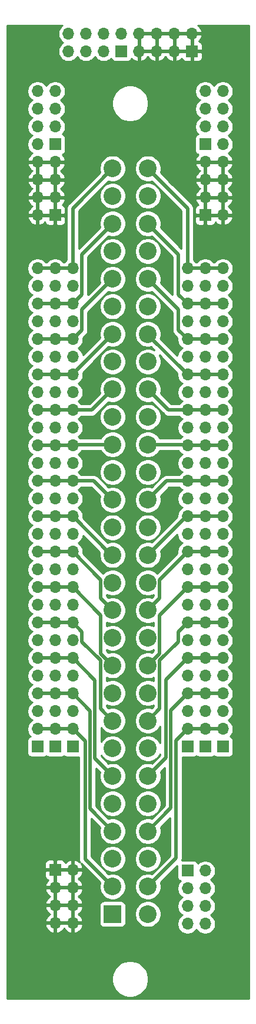
<source format=gbl>
G04 #@! TF.GenerationSoftware,KiCad,Pcbnew,(5.1.12)-1*
G04 #@! TF.CreationDate,2023-07-18T15:38:23+01:00*
G04 #@! TF.ProjectId,Edge56,45646765-3536-42e6-9b69-6361645f7063,rev?*
G04 #@! TF.SameCoordinates,Original*
G04 #@! TF.FileFunction,Copper,L2,Bot*
G04 #@! TF.FilePolarity,Positive*
%FSLAX46Y46*%
G04 Gerber Fmt 4.6, Leading zero omitted, Abs format (unit mm)*
G04 Created by KiCad (PCBNEW (5.1.12)-1) date 2023-07-18 15:38:23*
%MOMM*%
%LPD*%
G01*
G04 APERTURE LIST*
G04 #@! TA.AperFunction,ComponentPad*
%ADD10C,2.540000*%
G04 #@! TD*
G04 #@! TA.AperFunction,ComponentPad*
%ADD11R,2.540000X2.540000*%
G04 #@! TD*
G04 #@! TA.AperFunction,ComponentPad*
%ADD12O,1.700000X1.700000*%
G04 #@! TD*
G04 #@! TA.AperFunction,ComponentPad*
%ADD13R,1.700000X1.700000*%
G04 #@! TD*
G04 #@! TA.AperFunction,Conductor*
%ADD14C,0.500000*%
G04 #@! TD*
G04 #@! TA.AperFunction,Conductor*
%ADD15C,0.250000*%
G04 #@! TD*
G04 #@! TA.AperFunction,Conductor*
%ADD16C,0.254000*%
G04 #@! TD*
G04 #@! TA.AperFunction,Conductor*
%ADD17C,0.100000*%
G04 #@! TD*
G04 APERTURE END LIST*
D10*
G04 #@! TO.P,J8,56*
G04 #@! TO.N,Net-(J10-Pad28)*
X144145000Y-56910000D03*
G04 #@! TO.P,J8,55*
G04 #@! TO.N,Net-(J10-Pad27)*
X144145000Y-60870000D03*
G04 #@! TO.P,J8,54*
G04 #@! TO.N,Net-(J10-Pad26)*
X144145000Y-64830000D03*
G04 #@! TO.P,J8,53*
G04 #@! TO.N,Net-(J10-Pad25)*
X144145000Y-68790000D03*
G04 #@! TO.P,J8,52*
G04 #@! TO.N,Net-(J10-Pad24)*
X144145000Y-72750000D03*
G04 #@! TO.P,J8,51*
G04 #@! TO.N,Net-(J10-Pad23)*
X144145000Y-76710000D03*
G04 #@! TO.P,J8,50*
G04 #@! TO.N,Net-(J10-Pad22)*
X144145000Y-80670000D03*
G04 #@! TO.P,J8,49*
G04 #@! TO.N,Net-(J10-Pad21)*
X144145000Y-84630000D03*
G04 #@! TO.P,J8,48*
G04 #@! TO.N,Net-(J10-Pad20)*
X144145000Y-88590000D03*
G04 #@! TO.P,J8,47*
G04 #@! TO.N,Net-(J10-Pad19)*
X144145000Y-92550000D03*
G04 #@! TO.P,J8,46*
G04 #@! TO.N,Net-(J10-Pad18)*
X144145000Y-96510000D03*
G04 #@! TO.P,J8,45*
G04 #@! TO.N,Net-(J10-Pad17)*
X144145000Y-100470000D03*
G04 #@! TO.P,J8,44*
G04 #@! TO.N,Net-(J10-Pad16)*
X144145000Y-104430000D03*
G04 #@! TO.P,J8,43*
G04 #@! TO.N,Net-(J10-Pad15)*
X144145000Y-108390000D03*
G04 #@! TO.P,J8,42*
G04 #@! TO.N,Net-(J10-Pad14)*
X144145000Y-112350000D03*
G04 #@! TO.P,J8,41*
G04 #@! TO.N,Net-(J10-Pad13)*
X144145000Y-116310000D03*
G04 #@! TO.P,J8,40*
G04 #@! TO.N,Net-(J10-Pad12)*
X144145000Y-120270000D03*
G04 #@! TO.P,J8,39*
G04 #@! TO.N,Net-(J10-Pad11)*
X144145000Y-124230000D03*
G04 #@! TO.P,J8,38*
G04 #@! TO.N,Net-(J10-Pad10)*
X144145000Y-128190000D03*
G04 #@! TO.P,J8,37*
G04 #@! TO.N,Net-(J10-Pad9)*
X144145000Y-132150000D03*
G04 #@! TO.P,J8,36*
G04 #@! TO.N,Net-(J10-Pad8)*
X144145000Y-136110000D03*
G04 #@! TO.P,J8,35*
G04 #@! TO.N,Net-(J10-Pad7)*
X144145000Y-140070000D03*
G04 #@! TO.P,J8,34*
G04 #@! TO.N,Net-(J10-Pad6)*
X144145000Y-144030000D03*
G04 #@! TO.P,J8,33*
G04 #@! TO.N,Net-(J10-Pad5)*
X144145000Y-147990000D03*
G04 #@! TO.P,J8,32*
G04 #@! TO.N,Net-(J10-Pad4)*
X144145000Y-151950000D03*
G04 #@! TO.P,J8,31*
G04 #@! TO.N,Net-(J10-Pad3)*
X144145000Y-155910000D03*
G04 #@! TO.P,J8,30*
G04 #@! TO.N,Net-(J10-Pad2)*
X144145000Y-159870000D03*
G04 #@! TO.P,J8,29*
G04 #@! TO.N,Net-(J10-Pad1)*
X144145000Y-163830000D03*
G04 #@! TO.P,J8,28*
G04 #@! TO.N,Net-(J3-Pad28)*
X139065000Y-56910000D03*
G04 #@! TO.P,J8,27*
G04 #@! TO.N,Net-(J3-Pad27)*
X139065000Y-60870000D03*
G04 #@! TO.P,J8,26*
G04 #@! TO.N,Net-(J3-Pad26)*
X139065000Y-64830000D03*
G04 #@! TO.P,J8,25*
G04 #@! TO.N,Net-(J3-Pad25)*
X139065000Y-68790000D03*
G04 #@! TO.P,J8,24*
G04 #@! TO.N,Net-(J3-Pad24)*
X139065000Y-72750000D03*
G04 #@! TO.P,J8,23*
G04 #@! TO.N,Net-(J3-Pad23)*
X139065000Y-76710000D03*
G04 #@! TO.P,J8,22*
G04 #@! TO.N,Net-(J3-Pad22)*
X139065000Y-80670000D03*
G04 #@! TO.P,J8,21*
G04 #@! TO.N,Net-(J3-Pad21)*
X139065000Y-84630000D03*
G04 #@! TO.P,J8,20*
G04 #@! TO.N,Net-(J3-Pad20)*
X139065000Y-88590000D03*
G04 #@! TO.P,J8,19*
G04 #@! TO.N,Net-(J3-Pad19)*
X139065000Y-92550000D03*
G04 #@! TO.P,J8,18*
G04 #@! TO.N,Net-(J3-Pad18)*
X139065000Y-96510000D03*
G04 #@! TO.P,J8,17*
G04 #@! TO.N,Net-(J3-Pad17)*
X139065000Y-100470000D03*
G04 #@! TO.P,J8,16*
G04 #@! TO.N,Net-(J3-Pad16)*
X139065000Y-104430000D03*
G04 #@! TO.P,J8,15*
G04 #@! TO.N,Net-(J3-Pad15)*
X139065000Y-108390000D03*
G04 #@! TO.P,J8,14*
G04 #@! TO.N,Net-(J3-Pad14)*
X139065000Y-112350000D03*
G04 #@! TO.P,J8,13*
G04 #@! TO.N,Net-(J3-Pad13)*
X139065000Y-116310000D03*
G04 #@! TO.P,J8,12*
G04 #@! TO.N,Net-(J3-Pad12)*
X139065000Y-120270000D03*
G04 #@! TO.P,J8,11*
G04 #@! TO.N,Net-(J3-Pad11)*
X139065000Y-124230000D03*
G04 #@! TO.P,J8,10*
G04 #@! TO.N,Net-(J3-Pad10)*
X139065000Y-128190000D03*
G04 #@! TO.P,J8,9*
G04 #@! TO.N,Net-(J3-Pad9)*
X139065000Y-132150000D03*
G04 #@! TO.P,J8,8*
G04 #@! TO.N,Net-(J3-Pad8)*
X139065000Y-136110000D03*
G04 #@! TO.P,J8,7*
G04 #@! TO.N,Net-(J3-Pad7)*
X139065000Y-140070000D03*
G04 #@! TO.P,J8,6*
G04 #@! TO.N,Net-(J3-Pad6)*
X139065000Y-144030000D03*
G04 #@! TO.P,J8,5*
G04 #@! TO.N,Net-(J3-Pad5)*
X139065000Y-147990000D03*
G04 #@! TO.P,J8,4*
G04 #@! TO.N,Net-(J3-Pad4)*
X139065000Y-151950000D03*
G04 #@! TO.P,J8,3*
G04 #@! TO.N,Net-(J3-Pad3)*
X139065000Y-155910000D03*
G04 #@! TO.P,J8,2*
G04 #@! TO.N,Net-(J3-Pad2)*
X139065000Y-159870000D03*
D11*
G04 #@! TO.P,J8,1*
G04 #@! TO.N,Net-(J3-Pad1)*
X139065000Y-163830000D03*
G04 #@! TD*
D12*
G04 #@! TO.P,J13,8*
G04 #@! TO.N,GND*
X142875000Y-37592000D03*
G04 #@! TO.P,J13,7*
X142875000Y-40132000D03*
G04 #@! TO.P,J13,6*
X145415000Y-37592000D03*
G04 #@! TO.P,J13,5*
X145415000Y-40132000D03*
G04 #@! TO.P,J13,4*
X147955000Y-37592000D03*
G04 #@! TO.P,J13,3*
X147955000Y-40132000D03*
G04 #@! TO.P,J13,2*
X150495000Y-37592000D03*
D13*
G04 #@! TO.P,J13,1*
X150495000Y-40132000D03*
G04 #@! TD*
D12*
G04 #@! TO.P,J12,8*
G04 #@! TO.N,+5V*
X132715000Y-37592000D03*
G04 #@! TO.P,J12,7*
X132715000Y-40132000D03*
G04 #@! TO.P,J12,6*
X135255000Y-37592000D03*
G04 #@! TO.P,J12,5*
X135255000Y-40132000D03*
G04 #@! TO.P,J12,4*
X137795000Y-37592000D03*
G04 #@! TO.P,J12,3*
X137795000Y-40132000D03*
G04 #@! TO.P,J12,2*
X140335000Y-37592000D03*
D13*
G04 #@! TO.P,J12,1*
X140335000Y-40132000D03*
G04 #@! TD*
D12*
G04 #@! TO.P,J15,8*
G04 #@! TO.N,GND*
X133350000Y-165100000D03*
G04 #@! TO.P,J15,7*
X130810000Y-165100000D03*
G04 #@! TO.P,J15,6*
X133350000Y-162560000D03*
G04 #@! TO.P,J15,5*
X130810000Y-162560000D03*
G04 #@! TO.P,J15,4*
X133350000Y-160020000D03*
G04 #@! TO.P,J15,3*
X130810000Y-160020000D03*
G04 #@! TO.P,J15,2*
X133350000Y-157480000D03*
D13*
G04 #@! TO.P,J15,1*
X130810000Y-157480000D03*
G04 #@! TD*
D12*
G04 #@! TO.P,J14,8*
G04 #@! TO.N,+5V*
X152400000Y-165227000D03*
G04 #@! TO.P,J14,7*
X149860000Y-165227000D03*
G04 #@! TO.P,J14,6*
X152400000Y-162687000D03*
G04 #@! TO.P,J14,5*
X149860000Y-162687000D03*
G04 #@! TO.P,J14,4*
X152400000Y-160147000D03*
G04 #@! TO.P,J14,3*
X149860000Y-160147000D03*
G04 #@! TO.P,J14,2*
X152400000Y-157607000D03*
D13*
G04 #@! TO.P,J14,1*
X149860000Y-157607000D03*
G04 #@! TD*
D12*
G04 #@! TO.P,J7,8*
G04 #@! TO.N,GND*
X154940000Y-56007000D03*
G04 #@! TO.P,J7,7*
X152400000Y-56007000D03*
G04 #@! TO.P,J7,6*
X154940000Y-58547000D03*
G04 #@! TO.P,J7,5*
X152400000Y-58547000D03*
G04 #@! TO.P,J7,4*
X154940000Y-61087000D03*
G04 #@! TO.P,J7,3*
X152400000Y-61087000D03*
G04 #@! TO.P,J7,2*
X154940000Y-63627000D03*
D13*
G04 #@! TO.P,J7,1*
X152400000Y-63627000D03*
G04 #@! TD*
D12*
G04 #@! TO.P,J6,8*
G04 #@! TO.N,GND*
X128270000Y-56007000D03*
G04 #@! TO.P,J6,7*
X130810000Y-56007000D03*
G04 #@! TO.P,J6,6*
X128270000Y-58547000D03*
G04 #@! TO.P,J6,5*
X130810000Y-58547000D03*
G04 #@! TO.P,J6,4*
X128270000Y-61087000D03*
G04 #@! TO.P,J6,3*
X130810000Y-61087000D03*
G04 #@! TO.P,J6,2*
X128270000Y-63627000D03*
D13*
G04 #@! TO.P,J6,1*
X130810000Y-63627000D03*
G04 #@! TD*
D12*
G04 #@! TO.P,J2,8*
G04 #@! TO.N,+5V*
X154940000Y-45847000D03*
G04 #@! TO.P,J2,7*
X152400000Y-45847000D03*
G04 #@! TO.P,J2,6*
X154940000Y-48387000D03*
G04 #@! TO.P,J2,5*
X152400000Y-48387000D03*
G04 #@! TO.P,J2,4*
X154940000Y-50927000D03*
G04 #@! TO.P,J2,3*
X152400000Y-50927000D03*
G04 #@! TO.P,J2,2*
X154940000Y-53467000D03*
D13*
G04 #@! TO.P,J2,1*
X152400000Y-53467000D03*
G04 #@! TD*
D12*
G04 #@! TO.P,J1,8*
G04 #@! TO.N,+5V*
X128270000Y-45847000D03*
G04 #@! TO.P,J1,7*
X130810000Y-45847000D03*
G04 #@! TO.P,J1,6*
X128270000Y-48387000D03*
G04 #@! TO.P,J1,5*
X130810000Y-48387000D03*
G04 #@! TO.P,J1,4*
X128270000Y-50927000D03*
G04 #@! TO.P,J1,3*
X130810000Y-50927000D03*
G04 #@! TO.P,J1,2*
X128270000Y-53467000D03*
D13*
G04 #@! TO.P,J1,1*
X130810000Y-53467000D03*
G04 #@! TD*
D12*
G04 #@! TO.P,J11,28*
G04 #@! TO.N,Net-(J10-Pad28)*
X149860000Y-71247000D03*
G04 #@! TO.P,J11,27*
G04 #@! TO.N,Net-(J10-Pad27)*
X149860000Y-73787000D03*
G04 #@! TO.P,J11,26*
G04 #@! TO.N,Net-(J10-Pad26)*
X149860000Y-76327000D03*
G04 #@! TO.P,J11,25*
G04 #@! TO.N,Net-(J10-Pad25)*
X149860000Y-78867000D03*
G04 #@! TO.P,J11,24*
G04 #@! TO.N,Net-(J10-Pad24)*
X149860000Y-81407000D03*
G04 #@! TO.P,J11,23*
G04 #@! TO.N,Net-(J10-Pad23)*
X149860000Y-83947000D03*
G04 #@! TO.P,J11,22*
G04 #@! TO.N,Net-(J10-Pad22)*
X149860000Y-86487000D03*
G04 #@! TO.P,J11,21*
G04 #@! TO.N,Net-(J10-Pad21)*
X149860000Y-89027000D03*
G04 #@! TO.P,J11,20*
G04 #@! TO.N,Net-(J10-Pad20)*
X149860000Y-91567000D03*
G04 #@! TO.P,J11,19*
G04 #@! TO.N,Net-(J10-Pad19)*
X149860000Y-94107000D03*
G04 #@! TO.P,J11,18*
G04 #@! TO.N,Net-(J10-Pad18)*
X149860000Y-96647000D03*
G04 #@! TO.P,J11,17*
G04 #@! TO.N,Net-(J10-Pad17)*
X149860000Y-99187000D03*
G04 #@! TO.P,J11,16*
G04 #@! TO.N,Net-(J10-Pad16)*
X149860000Y-101727000D03*
G04 #@! TO.P,J11,15*
G04 #@! TO.N,Net-(J10-Pad15)*
X149860000Y-104267000D03*
G04 #@! TO.P,J11,14*
G04 #@! TO.N,Net-(J10-Pad14)*
X149860000Y-106807000D03*
G04 #@! TO.P,J11,13*
G04 #@! TO.N,Net-(J10-Pad13)*
X149860000Y-109347000D03*
G04 #@! TO.P,J11,12*
G04 #@! TO.N,Net-(J10-Pad12)*
X149860000Y-111887000D03*
G04 #@! TO.P,J11,11*
G04 #@! TO.N,Net-(J10-Pad11)*
X149860000Y-114427000D03*
G04 #@! TO.P,J11,10*
G04 #@! TO.N,Net-(J10-Pad10)*
X149860000Y-116967000D03*
G04 #@! TO.P,J11,9*
G04 #@! TO.N,Net-(J10-Pad9)*
X149860000Y-119507000D03*
G04 #@! TO.P,J11,8*
G04 #@! TO.N,Net-(J10-Pad8)*
X149860000Y-122047000D03*
G04 #@! TO.P,J11,7*
G04 #@! TO.N,Net-(J10-Pad7)*
X149860000Y-124587000D03*
G04 #@! TO.P,J11,6*
G04 #@! TO.N,Net-(J10-Pad6)*
X149860000Y-127127000D03*
G04 #@! TO.P,J11,5*
G04 #@! TO.N,Net-(J10-Pad5)*
X149860000Y-129667000D03*
G04 #@! TO.P,J11,4*
G04 #@! TO.N,Net-(J10-Pad4)*
X149860000Y-132207000D03*
G04 #@! TO.P,J11,3*
G04 #@! TO.N,Net-(J10-Pad3)*
X149860000Y-134747000D03*
G04 #@! TO.P,J11,2*
G04 #@! TO.N,Net-(J10-Pad2)*
X149860000Y-137287000D03*
D13*
G04 #@! TO.P,J11,1*
G04 #@! TO.N,Net-(J10-Pad1)*
X149860000Y-139827000D03*
G04 #@! TD*
D12*
G04 #@! TO.P,J10,28*
G04 #@! TO.N,Net-(J10-Pad28)*
X152400000Y-71247000D03*
G04 #@! TO.P,J10,27*
G04 #@! TO.N,Net-(J10-Pad27)*
X152400000Y-73787000D03*
G04 #@! TO.P,J10,26*
G04 #@! TO.N,Net-(J10-Pad26)*
X152400000Y-76327000D03*
G04 #@! TO.P,J10,25*
G04 #@! TO.N,Net-(J10-Pad25)*
X152400000Y-78867000D03*
G04 #@! TO.P,J10,24*
G04 #@! TO.N,Net-(J10-Pad24)*
X152400000Y-81407000D03*
G04 #@! TO.P,J10,23*
G04 #@! TO.N,Net-(J10-Pad23)*
X152400000Y-83947000D03*
G04 #@! TO.P,J10,22*
G04 #@! TO.N,Net-(J10-Pad22)*
X152400000Y-86487000D03*
G04 #@! TO.P,J10,21*
G04 #@! TO.N,Net-(J10-Pad21)*
X152400000Y-89027000D03*
G04 #@! TO.P,J10,20*
G04 #@! TO.N,Net-(J10-Pad20)*
X152400000Y-91567000D03*
G04 #@! TO.P,J10,19*
G04 #@! TO.N,Net-(J10-Pad19)*
X152400000Y-94107000D03*
G04 #@! TO.P,J10,18*
G04 #@! TO.N,Net-(J10-Pad18)*
X152400000Y-96647000D03*
G04 #@! TO.P,J10,17*
G04 #@! TO.N,Net-(J10-Pad17)*
X152400000Y-99187000D03*
G04 #@! TO.P,J10,16*
G04 #@! TO.N,Net-(J10-Pad16)*
X152400000Y-101727000D03*
G04 #@! TO.P,J10,15*
G04 #@! TO.N,Net-(J10-Pad15)*
X152400000Y-104267000D03*
G04 #@! TO.P,J10,14*
G04 #@! TO.N,Net-(J10-Pad14)*
X152400000Y-106807000D03*
G04 #@! TO.P,J10,13*
G04 #@! TO.N,Net-(J10-Pad13)*
X152400000Y-109347000D03*
G04 #@! TO.P,J10,12*
G04 #@! TO.N,Net-(J10-Pad12)*
X152400000Y-111887000D03*
G04 #@! TO.P,J10,11*
G04 #@! TO.N,Net-(J10-Pad11)*
X152400000Y-114427000D03*
G04 #@! TO.P,J10,10*
G04 #@! TO.N,Net-(J10-Pad10)*
X152400000Y-116967000D03*
G04 #@! TO.P,J10,9*
G04 #@! TO.N,Net-(J10-Pad9)*
X152400000Y-119507000D03*
G04 #@! TO.P,J10,8*
G04 #@! TO.N,Net-(J10-Pad8)*
X152400000Y-122047000D03*
G04 #@! TO.P,J10,7*
G04 #@! TO.N,Net-(J10-Pad7)*
X152400000Y-124587000D03*
G04 #@! TO.P,J10,6*
G04 #@! TO.N,Net-(J10-Pad6)*
X152400000Y-127127000D03*
G04 #@! TO.P,J10,5*
G04 #@! TO.N,Net-(J10-Pad5)*
X152400000Y-129667000D03*
G04 #@! TO.P,J10,4*
G04 #@! TO.N,Net-(J10-Pad4)*
X152400000Y-132207000D03*
G04 #@! TO.P,J10,3*
G04 #@! TO.N,Net-(J10-Pad3)*
X152400000Y-134747000D03*
G04 #@! TO.P,J10,2*
G04 #@! TO.N,Net-(J10-Pad2)*
X152400000Y-137287000D03*
D13*
G04 #@! TO.P,J10,1*
G04 #@! TO.N,Net-(J10-Pad1)*
X152400000Y-139827000D03*
G04 #@! TD*
D12*
G04 #@! TO.P,J9,28*
G04 #@! TO.N,Net-(J10-Pad28)*
X154940000Y-71247000D03*
G04 #@! TO.P,J9,27*
G04 #@! TO.N,Net-(J10-Pad27)*
X154940000Y-73787000D03*
G04 #@! TO.P,J9,26*
G04 #@! TO.N,Net-(J10-Pad26)*
X154940000Y-76327000D03*
G04 #@! TO.P,J9,25*
G04 #@! TO.N,Net-(J10-Pad25)*
X154940000Y-78867000D03*
G04 #@! TO.P,J9,24*
G04 #@! TO.N,Net-(J10-Pad24)*
X154940000Y-81407000D03*
G04 #@! TO.P,J9,23*
G04 #@! TO.N,Net-(J10-Pad23)*
X154940000Y-83947000D03*
G04 #@! TO.P,J9,22*
G04 #@! TO.N,Net-(J10-Pad22)*
X154940000Y-86487000D03*
G04 #@! TO.P,J9,21*
G04 #@! TO.N,Net-(J10-Pad21)*
X154940000Y-89027000D03*
G04 #@! TO.P,J9,20*
G04 #@! TO.N,Net-(J10-Pad20)*
X154940000Y-91567000D03*
G04 #@! TO.P,J9,19*
G04 #@! TO.N,Net-(J10-Pad19)*
X154940000Y-94107000D03*
G04 #@! TO.P,J9,18*
G04 #@! TO.N,Net-(J10-Pad18)*
X154940000Y-96647000D03*
G04 #@! TO.P,J9,17*
G04 #@! TO.N,Net-(J10-Pad17)*
X154940000Y-99187000D03*
G04 #@! TO.P,J9,16*
G04 #@! TO.N,Net-(J10-Pad16)*
X154940000Y-101727000D03*
G04 #@! TO.P,J9,15*
G04 #@! TO.N,Net-(J10-Pad15)*
X154940000Y-104267000D03*
G04 #@! TO.P,J9,14*
G04 #@! TO.N,Net-(J10-Pad14)*
X154940000Y-106807000D03*
G04 #@! TO.P,J9,13*
G04 #@! TO.N,Net-(J10-Pad13)*
X154940000Y-109347000D03*
G04 #@! TO.P,J9,12*
G04 #@! TO.N,Net-(J10-Pad12)*
X154940000Y-111887000D03*
G04 #@! TO.P,J9,11*
G04 #@! TO.N,Net-(J10-Pad11)*
X154940000Y-114427000D03*
G04 #@! TO.P,J9,10*
G04 #@! TO.N,Net-(J10-Pad10)*
X154940000Y-116967000D03*
G04 #@! TO.P,J9,9*
G04 #@! TO.N,Net-(J10-Pad9)*
X154940000Y-119507000D03*
G04 #@! TO.P,J9,8*
G04 #@! TO.N,Net-(J10-Pad8)*
X154940000Y-122047000D03*
G04 #@! TO.P,J9,7*
G04 #@! TO.N,Net-(J10-Pad7)*
X154940000Y-124587000D03*
G04 #@! TO.P,J9,6*
G04 #@! TO.N,Net-(J10-Pad6)*
X154940000Y-127127000D03*
G04 #@! TO.P,J9,5*
G04 #@! TO.N,Net-(J10-Pad5)*
X154940000Y-129667000D03*
G04 #@! TO.P,J9,4*
G04 #@! TO.N,Net-(J10-Pad4)*
X154940000Y-132207000D03*
G04 #@! TO.P,J9,3*
G04 #@! TO.N,Net-(J10-Pad3)*
X154940000Y-134747000D03*
G04 #@! TO.P,J9,2*
G04 #@! TO.N,Net-(J10-Pad2)*
X154940000Y-137287000D03*
D13*
G04 #@! TO.P,J9,1*
G04 #@! TO.N,Net-(J10-Pad1)*
X154940000Y-139827000D03*
G04 #@! TD*
D12*
G04 #@! TO.P,J5,28*
G04 #@! TO.N,Net-(J3-Pad28)*
X128270000Y-71247000D03*
G04 #@! TO.P,J5,27*
G04 #@! TO.N,Net-(J3-Pad27)*
X128270000Y-73787000D03*
G04 #@! TO.P,J5,26*
G04 #@! TO.N,Net-(J3-Pad26)*
X128270000Y-76327000D03*
G04 #@! TO.P,J5,25*
G04 #@! TO.N,Net-(J3-Pad25)*
X128270000Y-78867000D03*
G04 #@! TO.P,J5,24*
G04 #@! TO.N,Net-(J3-Pad24)*
X128270000Y-81407000D03*
G04 #@! TO.P,J5,23*
G04 #@! TO.N,Net-(J3-Pad23)*
X128270000Y-83947000D03*
G04 #@! TO.P,J5,22*
G04 #@! TO.N,Net-(J3-Pad22)*
X128270000Y-86487000D03*
G04 #@! TO.P,J5,21*
G04 #@! TO.N,Net-(J3-Pad21)*
X128270000Y-89027000D03*
G04 #@! TO.P,J5,20*
G04 #@! TO.N,Net-(J3-Pad20)*
X128270000Y-91567000D03*
G04 #@! TO.P,J5,19*
G04 #@! TO.N,Net-(J3-Pad19)*
X128270000Y-94107000D03*
G04 #@! TO.P,J5,18*
G04 #@! TO.N,Net-(J3-Pad18)*
X128270000Y-96647000D03*
G04 #@! TO.P,J5,17*
G04 #@! TO.N,Net-(J3-Pad17)*
X128270000Y-99187000D03*
G04 #@! TO.P,J5,16*
G04 #@! TO.N,Net-(J3-Pad16)*
X128270000Y-101727000D03*
G04 #@! TO.P,J5,15*
G04 #@! TO.N,Net-(J3-Pad15)*
X128270000Y-104267000D03*
G04 #@! TO.P,J5,14*
G04 #@! TO.N,Net-(J3-Pad14)*
X128270000Y-106807000D03*
G04 #@! TO.P,J5,13*
G04 #@! TO.N,Net-(J3-Pad13)*
X128270000Y-109347000D03*
G04 #@! TO.P,J5,12*
G04 #@! TO.N,Net-(J3-Pad12)*
X128270000Y-111887000D03*
G04 #@! TO.P,J5,11*
G04 #@! TO.N,Net-(J3-Pad11)*
X128270000Y-114427000D03*
G04 #@! TO.P,J5,10*
G04 #@! TO.N,Net-(J3-Pad10)*
X128270000Y-116967000D03*
G04 #@! TO.P,J5,9*
G04 #@! TO.N,Net-(J3-Pad9)*
X128270000Y-119507000D03*
G04 #@! TO.P,J5,8*
G04 #@! TO.N,Net-(J3-Pad8)*
X128270000Y-122047000D03*
G04 #@! TO.P,J5,7*
G04 #@! TO.N,Net-(J3-Pad7)*
X128270000Y-124587000D03*
G04 #@! TO.P,J5,6*
G04 #@! TO.N,Net-(J3-Pad6)*
X128270000Y-127127000D03*
G04 #@! TO.P,J5,5*
G04 #@! TO.N,Net-(J3-Pad5)*
X128270000Y-129667000D03*
G04 #@! TO.P,J5,4*
G04 #@! TO.N,Net-(J3-Pad4)*
X128270000Y-132207000D03*
G04 #@! TO.P,J5,3*
G04 #@! TO.N,Net-(J3-Pad3)*
X128270000Y-134747000D03*
G04 #@! TO.P,J5,2*
G04 #@! TO.N,Net-(J3-Pad2)*
X128270000Y-137287000D03*
D13*
G04 #@! TO.P,J5,1*
G04 #@! TO.N,Net-(J3-Pad1)*
X128270000Y-139827000D03*
G04 #@! TD*
D12*
G04 #@! TO.P,J4,28*
G04 #@! TO.N,Net-(J3-Pad28)*
X130810000Y-71247000D03*
G04 #@! TO.P,J4,27*
G04 #@! TO.N,Net-(J3-Pad27)*
X130810000Y-73787000D03*
G04 #@! TO.P,J4,26*
G04 #@! TO.N,Net-(J3-Pad26)*
X130810000Y-76327000D03*
G04 #@! TO.P,J4,25*
G04 #@! TO.N,Net-(J3-Pad25)*
X130810000Y-78867000D03*
G04 #@! TO.P,J4,24*
G04 #@! TO.N,Net-(J3-Pad24)*
X130810000Y-81407000D03*
G04 #@! TO.P,J4,23*
G04 #@! TO.N,Net-(J3-Pad23)*
X130810000Y-83947000D03*
G04 #@! TO.P,J4,22*
G04 #@! TO.N,Net-(J3-Pad22)*
X130810000Y-86487000D03*
G04 #@! TO.P,J4,21*
G04 #@! TO.N,Net-(J3-Pad21)*
X130810000Y-89027000D03*
G04 #@! TO.P,J4,20*
G04 #@! TO.N,Net-(J3-Pad20)*
X130810000Y-91567000D03*
G04 #@! TO.P,J4,19*
G04 #@! TO.N,Net-(J3-Pad19)*
X130810000Y-94107000D03*
G04 #@! TO.P,J4,18*
G04 #@! TO.N,Net-(J3-Pad18)*
X130810000Y-96647000D03*
G04 #@! TO.P,J4,17*
G04 #@! TO.N,Net-(J3-Pad17)*
X130810000Y-99187000D03*
G04 #@! TO.P,J4,16*
G04 #@! TO.N,Net-(J3-Pad16)*
X130810000Y-101727000D03*
G04 #@! TO.P,J4,15*
G04 #@! TO.N,Net-(J3-Pad15)*
X130810000Y-104267000D03*
G04 #@! TO.P,J4,14*
G04 #@! TO.N,Net-(J3-Pad14)*
X130810000Y-106807000D03*
G04 #@! TO.P,J4,13*
G04 #@! TO.N,Net-(J3-Pad13)*
X130810000Y-109347000D03*
G04 #@! TO.P,J4,12*
G04 #@! TO.N,Net-(J3-Pad12)*
X130810000Y-111887000D03*
G04 #@! TO.P,J4,11*
G04 #@! TO.N,Net-(J3-Pad11)*
X130810000Y-114427000D03*
G04 #@! TO.P,J4,10*
G04 #@! TO.N,Net-(J3-Pad10)*
X130810000Y-116967000D03*
G04 #@! TO.P,J4,9*
G04 #@! TO.N,Net-(J3-Pad9)*
X130810000Y-119507000D03*
G04 #@! TO.P,J4,8*
G04 #@! TO.N,Net-(J3-Pad8)*
X130810000Y-122047000D03*
G04 #@! TO.P,J4,7*
G04 #@! TO.N,Net-(J3-Pad7)*
X130810000Y-124587000D03*
G04 #@! TO.P,J4,6*
G04 #@! TO.N,Net-(J3-Pad6)*
X130810000Y-127127000D03*
G04 #@! TO.P,J4,5*
G04 #@! TO.N,Net-(J3-Pad5)*
X130810000Y-129667000D03*
G04 #@! TO.P,J4,4*
G04 #@! TO.N,Net-(J3-Pad4)*
X130810000Y-132207000D03*
G04 #@! TO.P,J4,3*
G04 #@! TO.N,Net-(J3-Pad3)*
X130810000Y-134747000D03*
G04 #@! TO.P,J4,2*
G04 #@! TO.N,Net-(J3-Pad2)*
X130810000Y-137287000D03*
D13*
G04 #@! TO.P,J4,1*
G04 #@! TO.N,Net-(J3-Pad1)*
X130810000Y-139827000D03*
G04 #@! TD*
D12*
G04 #@! TO.P,J3,28*
G04 #@! TO.N,Net-(J3-Pad28)*
X133350000Y-71247000D03*
G04 #@! TO.P,J3,27*
G04 #@! TO.N,Net-(J3-Pad27)*
X133350000Y-73787000D03*
G04 #@! TO.P,J3,26*
G04 #@! TO.N,Net-(J3-Pad26)*
X133350000Y-76327000D03*
G04 #@! TO.P,J3,25*
G04 #@! TO.N,Net-(J3-Pad25)*
X133350000Y-78867000D03*
G04 #@! TO.P,J3,24*
G04 #@! TO.N,Net-(J3-Pad24)*
X133350000Y-81407000D03*
G04 #@! TO.P,J3,23*
G04 #@! TO.N,Net-(J3-Pad23)*
X133350000Y-83947000D03*
G04 #@! TO.P,J3,22*
G04 #@! TO.N,Net-(J3-Pad22)*
X133350000Y-86487000D03*
G04 #@! TO.P,J3,21*
G04 #@! TO.N,Net-(J3-Pad21)*
X133350000Y-89027000D03*
G04 #@! TO.P,J3,20*
G04 #@! TO.N,Net-(J3-Pad20)*
X133350000Y-91567000D03*
G04 #@! TO.P,J3,19*
G04 #@! TO.N,Net-(J3-Pad19)*
X133350000Y-94107000D03*
G04 #@! TO.P,J3,18*
G04 #@! TO.N,Net-(J3-Pad18)*
X133350000Y-96647000D03*
G04 #@! TO.P,J3,17*
G04 #@! TO.N,Net-(J3-Pad17)*
X133350000Y-99187000D03*
G04 #@! TO.P,J3,16*
G04 #@! TO.N,Net-(J3-Pad16)*
X133350000Y-101727000D03*
G04 #@! TO.P,J3,15*
G04 #@! TO.N,Net-(J3-Pad15)*
X133350000Y-104267000D03*
G04 #@! TO.P,J3,14*
G04 #@! TO.N,Net-(J3-Pad14)*
X133350000Y-106807000D03*
G04 #@! TO.P,J3,13*
G04 #@! TO.N,Net-(J3-Pad13)*
X133350000Y-109347000D03*
G04 #@! TO.P,J3,12*
G04 #@! TO.N,Net-(J3-Pad12)*
X133350000Y-111887000D03*
G04 #@! TO.P,J3,11*
G04 #@! TO.N,Net-(J3-Pad11)*
X133350000Y-114427000D03*
G04 #@! TO.P,J3,10*
G04 #@! TO.N,Net-(J3-Pad10)*
X133350000Y-116967000D03*
G04 #@! TO.P,J3,9*
G04 #@! TO.N,Net-(J3-Pad9)*
X133350000Y-119507000D03*
G04 #@! TO.P,J3,8*
G04 #@! TO.N,Net-(J3-Pad8)*
X133350000Y-122047000D03*
G04 #@! TO.P,J3,7*
G04 #@! TO.N,Net-(J3-Pad7)*
X133350000Y-124587000D03*
G04 #@! TO.P,J3,6*
G04 #@! TO.N,Net-(J3-Pad6)*
X133350000Y-127127000D03*
G04 #@! TO.P,J3,5*
G04 #@! TO.N,Net-(J3-Pad5)*
X133350000Y-129667000D03*
G04 #@! TO.P,J3,4*
G04 #@! TO.N,Net-(J3-Pad4)*
X133350000Y-132207000D03*
G04 #@! TO.P,J3,3*
G04 #@! TO.N,Net-(J3-Pad3)*
X133350000Y-134747000D03*
G04 #@! TO.P,J3,2*
G04 #@! TO.N,Net-(J3-Pad2)*
X133350000Y-137287000D03*
D13*
G04 #@! TO.P,J3,1*
G04 #@! TO.N,Net-(J3-Pad1)*
X133350000Y-139827000D03*
G04 #@! TD*
D14*
G04 #@! TO.N,Net-(J3-Pad28)*
X133350000Y-71247000D02*
X128270000Y-71247000D01*
X133350000Y-62625000D02*
X133350000Y-71247000D01*
X139065000Y-56910000D02*
X133350000Y-62625000D01*
G04 #@! TO.N,Net-(J3-Pad26)*
X133350000Y-76327000D02*
X128270000Y-76327000D01*
X134650001Y-75026999D02*
X134650001Y-69244999D01*
X134650001Y-69244999D02*
X139065000Y-64830000D01*
X133350000Y-76327000D02*
X134650001Y-75026999D01*
G04 #@! TO.N,Net-(J3-Pad24)*
X133350000Y-81407000D02*
X128270000Y-81407000D01*
X134650001Y-80106999D02*
X133350000Y-81407000D01*
X134650001Y-77164999D02*
X134650001Y-80106999D01*
X139065000Y-72750000D02*
X134650001Y-77164999D01*
G04 #@! TO.N,Net-(J3-Pad22)*
X133350000Y-86487000D02*
X128270000Y-86487000D01*
X133350000Y-86385000D02*
X133350000Y-86487000D01*
X139065000Y-80670000D02*
X133350000Y-86385000D01*
G04 #@! TO.N,Net-(J3-Pad20)*
X133350000Y-91567000D02*
X128270000Y-91567000D01*
X136088000Y-91567000D02*
X139065000Y-88590000D01*
X133350000Y-91567000D02*
X136088000Y-91567000D01*
G04 #@! TO.N,Net-(J3-Pad18)*
X133350000Y-96647000D02*
X128270000Y-96647000D01*
X133487000Y-96510000D02*
X133350000Y-96647000D01*
X139065000Y-96510000D02*
X133487000Y-96510000D01*
G04 #@! TO.N,Net-(J3-Pad16)*
X128270000Y-101727000D02*
X133350000Y-101727000D01*
X136362000Y-101727000D02*
X139065000Y-104430000D01*
X133350000Y-101727000D02*
X136362000Y-101727000D01*
G04 #@! TO.N,Net-(J3-Pad14)*
X133350000Y-106807000D02*
X128270000Y-106807000D01*
X138893000Y-112350000D02*
X139065000Y-112350000D01*
X133350000Y-106807000D02*
X138893000Y-112350000D01*
G04 #@! TO.N,Net-(J3-Pad12)*
X128270000Y-111887000D02*
X133350000Y-111887000D01*
X137344999Y-115881999D02*
X133350000Y-111887000D01*
X137344999Y-118549999D02*
X137344999Y-115881999D01*
X139065000Y-120270000D02*
X137344999Y-118549999D01*
G04 #@! TO.N,Net-(J3-Pad10)*
X133350000Y-116967000D02*
X128270000Y-116967000D01*
X137344999Y-120961999D02*
X133350000Y-116967000D01*
X137344999Y-126469999D02*
X137344999Y-120961999D01*
X139065000Y-128190000D02*
X137344999Y-126469999D01*
G04 #@! TO.N,Net-(J3-Pad8)*
X128270000Y-122047000D02*
X133350000Y-122047000D01*
X134650001Y-123347001D02*
X133350000Y-122047000D01*
X134650001Y-124764963D02*
X134650001Y-123347001D01*
X137344999Y-127459961D02*
X134650001Y-124764963D01*
X137344999Y-134389999D02*
X137344999Y-127459961D01*
X139065000Y-136110000D02*
X137344999Y-134389999D01*
G04 #@! TO.N,Net-(J3-Pad6)*
X128270000Y-127127000D02*
X133350000Y-127127000D01*
X136525000Y-130302000D02*
X133350000Y-127127000D01*
X136525000Y-141490000D02*
X136525000Y-130302000D01*
X139065000Y-144030000D02*
X136525000Y-141490000D01*
G04 #@! TO.N,Net-(J3-Pad4)*
X128270000Y-132207000D02*
X133350000Y-132207000D01*
X135824990Y-134681990D02*
X133350000Y-132207000D01*
X135824990Y-148709990D02*
X135824990Y-134681990D01*
X139065000Y-151950000D02*
X135824990Y-148709990D01*
G04 #@! TO.N,Net-(J3-Pad2)*
X128270000Y-137287000D02*
X133350000Y-137287000D01*
X135124980Y-139061980D02*
X133350000Y-137287000D01*
X135124980Y-155929980D02*
X135124980Y-139061980D01*
X139065000Y-159870000D02*
X135124980Y-155929980D01*
G04 #@! TO.N,Net-(J10-Pad28)*
X154940000Y-71247000D02*
X149860000Y-71247000D01*
X149860000Y-62625000D02*
X144145000Y-56910000D01*
X149860000Y-71247000D02*
X149860000Y-62625000D01*
G04 #@! TO.N,Net-(J10-Pad26)*
X149860000Y-76327000D02*
X154940000Y-76327000D01*
X148559999Y-69244999D02*
X144145000Y-64830000D01*
X148559999Y-75026999D02*
X148559999Y-69244999D01*
X149860000Y-76327000D02*
X148559999Y-75026999D01*
G04 #@! TO.N,Net-(J10-Pad24)*
X149860000Y-81407000D02*
X154940000Y-81407000D01*
X148559999Y-77164999D02*
X144145000Y-72750000D01*
X148559999Y-80106999D02*
X148559999Y-77164999D01*
X149860000Y-81407000D02*
X148559999Y-80106999D01*
G04 #@! TO.N,Net-(J10-Pad22)*
X149860000Y-86487000D02*
X154940000Y-86487000D01*
X144145000Y-80772000D02*
X144145000Y-80670000D01*
X149860000Y-86487000D02*
X144145000Y-80772000D01*
G04 #@! TO.N,Net-(J10-Pad20)*
X149860000Y-91567000D02*
X154940000Y-91567000D01*
X147122000Y-91567000D02*
X144145000Y-88590000D01*
X149860000Y-91567000D02*
X147122000Y-91567000D01*
G04 #@! TO.N,Net-(J10-Pad18)*
X149860000Y-96647000D02*
X154940000Y-96647000D01*
X149723000Y-96510000D02*
X149860000Y-96647000D01*
X144145000Y-96510000D02*
X149723000Y-96510000D01*
G04 #@! TO.N,Net-(J10-Pad16)*
X149860000Y-101727000D02*
X154940000Y-101727000D01*
X146848000Y-101727000D02*
X144145000Y-104430000D01*
X149860000Y-101727000D02*
X146848000Y-101727000D01*
G04 #@! TO.N,Net-(J10-Pad14)*
X149860000Y-106807000D02*
X154178000Y-106807000D01*
D15*
X154940000Y-106807000D02*
X154178000Y-106807000D01*
D14*
X149688000Y-106807000D02*
X149860000Y-106807000D01*
X144145000Y-112350000D02*
X149688000Y-106807000D01*
G04 #@! TO.N,Net-(J10-Pad12)*
X149860000Y-111887000D02*
X154940000Y-111887000D01*
X145865001Y-115881999D02*
X149860000Y-111887000D01*
X145865001Y-118549999D02*
X145865001Y-115881999D01*
X144145000Y-120270000D02*
X145865001Y-118549999D01*
G04 #@! TO.N,Net-(J10-Pad10)*
X149860000Y-116967000D02*
X154940000Y-116967000D01*
X145865001Y-120961999D02*
X149860000Y-116967000D01*
X145865001Y-126469999D02*
X145865001Y-120961999D01*
X144145000Y-128190000D02*
X145865001Y-126469999D01*
G04 #@! TO.N,Net-(J10-Pad8)*
X149860000Y-122047000D02*
X154940000Y-122047000D01*
X148559999Y-123347001D02*
X149860000Y-122047000D01*
X148559999Y-124764963D02*
X148559999Y-123347001D01*
X145865001Y-134389999D02*
X145865001Y-127459961D01*
X145865001Y-127459961D02*
X148559999Y-124764963D01*
X144145000Y-136110000D02*
X145865001Y-134389999D01*
G04 #@! TO.N,Net-(J10-Pad6)*
X149860000Y-127127000D02*
X154940000Y-127127000D01*
X146757021Y-130229979D02*
X149860000Y-127127000D01*
X146757021Y-141417979D02*
X146757021Y-130229979D01*
X144145000Y-144030000D02*
X146757021Y-141417979D01*
G04 #@! TO.N,Net-(J10-Pad4)*
X149860000Y-132207000D02*
X154940000Y-132207000D01*
X147457031Y-134609969D02*
X149860000Y-132207000D01*
X147457031Y-148637969D02*
X147457031Y-134609969D01*
X144145000Y-151950000D02*
X147457031Y-148637969D01*
G04 #@! TO.N,Net-(J10-Pad2)*
X154940000Y-137287000D02*
X149860000Y-137287000D01*
X148209000Y-138938000D02*
X149860000Y-137287000D01*
X148209000Y-155806000D02*
X148209000Y-138938000D01*
X144145000Y-159870000D02*
X148209000Y-155806000D01*
G04 #@! TD*
D16*
G04 #@! TO.N,GND*
X131768368Y-36438525D02*
X131561525Y-36645368D01*
X131399010Y-36888589D01*
X131287068Y-37158842D01*
X131230000Y-37445740D01*
X131230000Y-37738260D01*
X131287068Y-38025158D01*
X131399010Y-38295411D01*
X131561525Y-38538632D01*
X131768368Y-38745475D01*
X131942760Y-38862000D01*
X131768368Y-38978525D01*
X131561525Y-39185368D01*
X131399010Y-39428589D01*
X131287068Y-39698842D01*
X131230000Y-39985740D01*
X131230000Y-40278260D01*
X131287068Y-40565158D01*
X131399010Y-40835411D01*
X131561525Y-41078632D01*
X131768368Y-41285475D01*
X132011589Y-41447990D01*
X132281842Y-41559932D01*
X132568740Y-41617000D01*
X132861260Y-41617000D01*
X133148158Y-41559932D01*
X133418411Y-41447990D01*
X133661632Y-41285475D01*
X133868475Y-41078632D01*
X133985000Y-40904240D01*
X134101525Y-41078632D01*
X134308368Y-41285475D01*
X134551589Y-41447990D01*
X134821842Y-41559932D01*
X135108740Y-41617000D01*
X135401260Y-41617000D01*
X135688158Y-41559932D01*
X135958411Y-41447990D01*
X136201632Y-41285475D01*
X136408475Y-41078632D01*
X136525000Y-40904240D01*
X136641525Y-41078632D01*
X136848368Y-41285475D01*
X137091589Y-41447990D01*
X137361842Y-41559932D01*
X137648740Y-41617000D01*
X137941260Y-41617000D01*
X138228158Y-41559932D01*
X138498411Y-41447990D01*
X138741632Y-41285475D01*
X138873487Y-41153620D01*
X138895498Y-41226180D01*
X138954463Y-41336494D01*
X139033815Y-41433185D01*
X139130506Y-41512537D01*
X139240820Y-41571502D01*
X139360518Y-41607812D01*
X139485000Y-41620072D01*
X141185000Y-41620072D01*
X141309482Y-41607812D01*
X141429180Y-41571502D01*
X141539494Y-41512537D01*
X141636185Y-41433185D01*
X141715537Y-41336494D01*
X141774502Y-41226180D01*
X141798966Y-41145534D01*
X141874731Y-41229588D01*
X142108080Y-41403641D01*
X142370901Y-41528825D01*
X142518110Y-41573476D01*
X142748000Y-41452155D01*
X142748000Y-40259000D01*
X143002000Y-40259000D01*
X143002000Y-41452155D01*
X143231890Y-41573476D01*
X143379099Y-41528825D01*
X143641920Y-41403641D01*
X143875269Y-41229588D01*
X144070178Y-41013355D01*
X144145000Y-40887745D01*
X144219822Y-41013355D01*
X144414731Y-41229588D01*
X144648080Y-41403641D01*
X144910901Y-41528825D01*
X145058110Y-41573476D01*
X145288000Y-41452155D01*
X145288000Y-40259000D01*
X145542000Y-40259000D01*
X145542000Y-41452155D01*
X145771890Y-41573476D01*
X145919099Y-41528825D01*
X146181920Y-41403641D01*
X146415269Y-41229588D01*
X146610178Y-41013355D01*
X146685000Y-40887745D01*
X146759822Y-41013355D01*
X146954731Y-41229588D01*
X147188080Y-41403641D01*
X147450901Y-41528825D01*
X147598110Y-41573476D01*
X147828000Y-41452155D01*
X147828000Y-40259000D01*
X148082000Y-40259000D01*
X148082000Y-41452155D01*
X148311890Y-41573476D01*
X148459099Y-41528825D01*
X148721920Y-41403641D01*
X148955269Y-41229588D01*
X149031034Y-41145534D01*
X149055498Y-41226180D01*
X149114463Y-41336494D01*
X149193815Y-41433185D01*
X149290506Y-41512537D01*
X149400820Y-41571502D01*
X149520518Y-41607812D01*
X149645000Y-41620072D01*
X150209250Y-41617000D01*
X150368000Y-41458250D01*
X150368000Y-40259000D01*
X150622000Y-40259000D01*
X150622000Y-41458250D01*
X150780750Y-41617000D01*
X151345000Y-41620072D01*
X151469482Y-41607812D01*
X151589180Y-41571502D01*
X151699494Y-41512537D01*
X151796185Y-41433185D01*
X151875537Y-41336494D01*
X151934502Y-41226180D01*
X151970812Y-41106482D01*
X151983072Y-40982000D01*
X151980000Y-40417750D01*
X151821250Y-40259000D01*
X150622000Y-40259000D01*
X150368000Y-40259000D01*
X148082000Y-40259000D01*
X147828000Y-40259000D01*
X145542000Y-40259000D01*
X145288000Y-40259000D01*
X143002000Y-40259000D01*
X142748000Y-40259000D01*
X142728000Y-40259000D01*
X142728000Y-40005000D01*
X142748000Y-40005000D01*
X142748000Y-37719000D01*
X143002000Y-37719000D01*
X143002000Y-40005000D01*
X145288000Y-40005000D01*
X145288000Y-37719000D01*
X145542000Y-37719000D01*
X145542000Y-40005000D01*
X147828000Y-40005000D01*
X147828000Y-37719000D01*
X148082000Y-37719000D01*
X148082000Y-40005000D01*
X150368000Y-40005000D01*
X150368000Y-37719000D01*
X150622000Y-37719000D01*
X150622000Y-40005000D01*
X151821250Y-40005000D01*
X151980000Y-39846250D01*
X151983072Y-39282000D01*
X151970812Y-39157518D01*
X151934502Y-39037820D01*
X151875537Y-38927506D01*
X151796185Y-38830815D01*
X151699494Y-38751463D01*
X151589180Y-38692498D01*
X151513374Y-38669502D01*
X151690178Y-38473355D01*
X151839157Y-38223252D01*
X151936481Y-37948891D01*
X151815814Y-37719000D01*
X150622000Y-37719000D01*
X150368000Y-37719000D01*
X148082000Y-37719000D01*
X147828000Y-37719000D01*
X145542000Y-37719000D01*
X145288000Y-37719000D01*
X143002000Y-37719000D01*
X142748000Y-37719000D01*
X142728000Y-37719000D01*
X142728000Y-37465000D01*
X142748000Y-37465000D01*
X142748000Y-37445000D01*
X143002000Y-37445000D01*
X143002000Y-37465000D01*
X145288000Y-37465000D01*
X145288000Y-37445000D01*
X145542000Y-37445000D01*
X145542000Y-37465000D01*
X147828000Y-37465000D01*
X147828000Y-37445000D01*
X148082000Y-37445000D01*
X148082000Y-37465000D01*
X150368000Y-37465000D01*
X150368000Y-37445000D01*
X150622000Y-37445000D01*
X150622000Y-37465000D01*
X151815814Y-37465000D01*
X151936481Y-37235109D01*
X151839157Y-36960748D01*
X151690178Y-36710645D01*
X151495269Y-36494412D01*
X151344561Y-36382000D01*
X158690000Y-36382000D01*
X158690001Y-175962000D01*
X123885000Y-175962000D01*
X123885000Y-172880475D01*
X138970000Y-172880475D01*
X138970000Y-173399525D01*
X139071261Y-173908601D01*
X139269893Y-174388141D01*
X139558262Y-174819715D01*
X139925285Y-175186738D01*
X140356859Y-175475107D01*
X140836399Y-175673739D01*
X141345475Y-175775000D01*
X141864525Y-175775000D01*
X142373601Y-175673739D01*
X142853141Y-175475107D01*
X143284715Y-175186738D01*
X143651738Y-174819715D01*
X143940107Y-174388141D01*
X144138739Y-173908601D01*
X144240000Y-173399525D01*
X144240000Y-172880475D01*
X144138739Y-172371399D01*
X143940107Y-171891859D01*
X143651738Y-171460285D01*
X143284715Y-171093262D01*
X142853141Y-170804893D01*
X142373601Y-170606261D01*
X141864525Y-170505000D01*
X141345475Y-170505000D01*
X140836399Y-170606261D01*
X140356859Y-170804893D01*
X139925285Y-171093262D01*
X139558262Y-171460285D01*
X139269893Y-171891859D01*
X139071261Y-172371399D01*
X138970000Y-172880475D01*
X123885000Y-172880475D01*
X123885000Y-165456890D01*
X129368524Y-165456890D01*
X129413175Y-165604099D01*
X129538359Y-165866920D01*
X129712412Y-166100269D01*
X129928645Y-166295178D01*
X130178748Y-166444157D01*
X130453109Y-166541481D01*
X130683000Y-166420814D01*
X130683000Y-165227000D01*
X130937000Y-165227000D01*
X130937000Y-166420814D01*
X131166891Y-166541481D01*
X131441252Y-166444157D01*
X131691355Y-166295178D01*
X131907588Y-166100269D01*
X132080000Y-165869120D01*
X132252412Y-166100269D01*
X132468645Y-166295178D01*
X132718748Y-166444157D01*
X132993109Y-166541481D01*
X133223000Y-166420814D01*
X133223000Y-165227000D01*
X133477000Y-165227000D01*
X133477000Y-166420814D01*
X133706891Y-166541481D01*
X133981252Y-166444157D01*
X134231355Y-166295178D01*
X134447588Y-166100269D01*
X134621641Y-165866920D01*
X134746825Y-165604099D01*
X134791476Y-165456890D01*
X134670155Y-165227000D01*
X133477000Y-165227000D01*
X133223000Y-165227000D01*
X130937000Y-165227000D01*
X130683000Y-165227000D01*
X129489845Y-165227000D01*
X129368524Y-165456890D01*
X123885000Y-165456890D01*
X123885000Y-162916890D01*
X129368524Y-162916890D01*
X129413175Y-163064099D01*
X129538359Y-163326920D01*
X129712412Y-163560269D01*
X129928645Y-163755178D01*
X130054255Y-163830000D01*
X129928645Y-163904822D01*
X129712412Y-164099731D01*
X129538359Y-164333080D01*
X129413175Y-164595901D01*
X129368524Y-164743110D01*
X129489845Y-164973000D01*
X130683000Y-164973000D01*
X130683000Y-162687000D01*
X130937000Y-162687000D01*
X130937000Y-164973000D01*
X133223000Y-164973000D01*
X133223000Y-162687000D01*
X133477000Y-162687000D01*
X133477000Y-164973000D01*
X134670155Y-164973000D01*
X134791476Y-164743110D01*
X134746825Y-164595901D01*
X134621641Y-164333080D01*
X134447588Y-164099731D01*
X134231355Y-163904822D01*
X134105745Y-163830000D01*
X134231355Y-163755178D01*
X134447588Y-163560269D01*
X134621641Y-163326920D01*
X134746825Y-163064099D01*
X134791476Y-162916890D01*
X134670155Y-162687000D01*
X133477000Y-162687000D01*
X133223000Y-162687000D01*
X130937000Y-162687000D01*
X130683000Y-162687000D01*
X129489845Y-162687000D01*
X129368524Y-162916890D01*
X123885000Y-162916890D01*
X123885000Y-162560000D01*
X137156928Y-162560000D01*
X137156928Y-165100000D01*
X137169188Y-165224482D01*
X137205498Y-165344180D01*
X137264463Y-165454494D01*
X137343815Y-165551185D01*
X137440506Y-165630537D01*
X137550820Y-165689502D01*
X137670518Y-165725812D01*
X137795000Y-165738072D01*
X140335000Y-165738072D01*
X140459482Y-165725812D01*
X140579180Y-165689502D01*
X140689494Y-165630537D01*
X140786185Y-165551185D01*
X140865537Y-165454494D01*
X140924502Y-165344180D01*
X140960812Y-165224482D01*
X140973072Y-165100000D01*
X140973072Y-163642374D01*
X142240000Y-163642374D01*
X142240000Y-164017626D01*
X142313209Y-164385668D01*
X142456811Y-164732356D01*
X142665290Y-165044366D01*
X142930634Y-165309710D01*
X143242644Y-165518189D01*
X143589332Y-165661791D01*
X143957374Y-165735000D01*
X144332626Y-165735000D01*
X144700668Y-165661791D01*
X145047356Y-165518189D01*
X145359366Y-165309710D01*
X145624710Y-165044366D01*
X145833189Y-164732356D01*
X145976791Y-164385668D01*
X146050000Y-164017626D01*
X146050000Y-163642374D01*
X145976791Y-163274332D01*
X145833189Y-162927644D01*
X145624710Y-162615634D01*
X145359366Y-162350290D01*
X145047356Y-162141811D01*
X144700668Y-161998209D01*
X144332626Y-161925000D01*
X143957374Y-161925000D01*
X143589332Y-161998209D01*
X143242644Y-162141811D01*
X142930634Y-162350290D01*
X142665290Y-162615634D01*
X142456811Y-162927644D01*
X142313209Y-163274332D01*
X142240000Y-163642374D01*
X140973072Y-163642374D01*
X140973072Y-162560000D01*
X140960812Y-162435518D01*
X140924502Y-162315820D01*
X140865537Y-162205506D01*
X140786185Y-162108815D01*
X140689494Y-162029463D01*
X140579180Y-161970498D01*
X140459482Y-161934188D01*
X140335000Y-161921928D01*
X137795000Y-161921928D01*
X137670518Y-161934188D01*
X137550820Y-161970498D01*
X137440506Y-162029463D01*
X137343815Y-162108815D01*
X137264463Y-162205506D01*
X137205498Y-162315820D01*
X137169188Y-162435518D01*
X137156928Y-162560000D01*
X123885000Y-162560000D01*
X123885000Y-160376890D01*
X129368524Y-160376890D01*
X129413175Y-160524099D01*
X129538359Y-160786920D01*
X129712412Y-161020269D01*
X129928645Y-161215178D01*
X130054255Y-161290000D01*
X129928645Y-161364822D01*
X129712412Y-161559731D01*
X129538359Y-161793080D01*
X129413175Y-162055901D01*
X129368524Y-162203110D01*
X129489845Y-162433000D01*
X130683000Y-162433000D01*
X130683000Y-160147000D01*
X130937000Y-160147000D01*
X130937000Y-162433000D01*
X133223000Y-162433000D01*
X133223000Y-160147000D01*
X133477000Y-160147000D01*
X133477000Y-162433000D01*
X134670155Y-162433000D01*
X134791476Y-162203110D01*
X134746825Y-162055901D01*
X134621641Y-161793080D01*
X134447588Y-161559731D01*
X134231355Y-161364822D01*
X134105745Y-161290000D01*
X134231355Y-161215178D01*
X134447588Y-161020269D01*
X134621641Y-160786920D01*
X134746825Y-160524099D01*
X134791476Y-160376890D01*
X134670155Y-160147000D01*
X133477000Y-160147000D01*
X133223000Y-160147000D01*
X130937000Y-160147000D01*
X130683000Y-160147000D01*
X129489845Y-160147000D01*
X129368524Y-160376890D01*
X123885000Y-160376890D01*
X123885000Y-158330000D01*
X129321928Y-158330000D01*
X129334188Y-158454482D01*
X129370498Y-158574180D01*
X129429463Y-158684494D01*
X129508815Y-158781185D01*
X129605506Y-158860537D01*
X129715820Y-158919502D01*
X129796466Y-158943966D01*
X129712412Y-159019731D01*
X129538359Y-159253080D01*
X129413175Y-159515901D01*
X129368524Y-159663110D01*
X129489845Y-159893000D01*
X130683000Y-159893000D01*
X130683000Y-157607000D01*
X130937000Y-157607000D01*
X130937000Y-159893000D01*
X133223000Y-159893000D01*
X133223000Y-157607000D01*
X133477000Y-157607000D01*
X133477000Y-159893000D01*
X134670155Y-159893000D01*
X134791476Y-159663110D01*
X134746825Y-159515901D01*
X134621641Y-159253080D01*
X134447588Y-159019731D01*
X134231355Y-158824822D01*
X134105745Y-158750000D01*
X134231355Y-158675178D01*
X134447588Y-158480269D01*
X134621641Y-158246920D01*
X134746825Y-157984099D01*
X134791476Y-157836890D01*
X134670155Y-157607000D01*
X133477000Y-157607000D01*
X133223000Y-157607000D01*
X130937000Y-157607000D01*
X130683000Y-157607000D01*
X129483750Y-157607000D01*
X129325000Y-157765750D01*
X129321928Y-158330000D01*
X123885000Y-158330000D01*
X123885000Y-156630000D01*
X129321928Y-156630000D01*
X129325000Y-157194250D01*
X129483750Y-157353000D01*
X130683000Y-157353000D01*
X130683000Y-156153750D01*
X130937000Y-156153750D01*
X130937000Y-157353000D01*
X133223000Y-157353000D01*
X133223000Y-156159186D01*
X132993109Y-156038519D01*
X132718748Y-156135843D01*
X132468645Y-156284822D01*
X132272498Y-156461626D01*
X132249502Y-156385820D01*
X132190537Y-156275506D01*
X132111185Y-156178815D01*
X132014494Y-156099463D01*
X131904180Y-156040498D01*
X131784482Y-156004188D01*
X131660000Y-155991928D01*
X131095750Y-155995000D01*
X130937000Y-156153750D01*
X130683000Y-156153750D01*
X130524250Y-155995000D01*
X129960000Y-155991928D01*
X129835518Y-156004188D01*
X129715820Y-156040498D01*
X129605506Y-156099463D01*
X129508815Y-156178815D01*
X129429463Y-156275506D01*
X129370498Y-156385820D01*
X129334188Y-156505518D01*
X129321928Y-156630000D01*
X123885000Y-156630000D01*
X123885000Y-138977000D01*
X126781928Y-138977000D01*
X126781928Y-140677000D01*
X126794188Y-140801482D01*
X126830498Y-140921180D01*
X126889463Y-141031494D01*
X126968815Y-141128185D01*
X127065506Y-141207537D01*
X127175820Y-141266502D01*
X127295518Y-141302812D01*
X127420000Y-141315072D01*
X129120000Y-141315072D01*
X129244482Y-141302812D01*
X129364180Y-141266502D01*
X129474494Y-141207537D01*
X129540000Y-141153778D01*
X129605506Y-141207537D01*
X129715820Y-141266502D01*
X129835518Y-141302812D01*
X129960000Y-141315072D01*
X131660000Y-141315072D01*
X131784482Y-141302812D01*
X131904180Y-141266502D01*
X132014494Y-141207537D01*
X132080000Y-141153778D01*
X132145506Y-141207537D01*
X132255820Y-141266502D01*
X132375518Y-141302812D01*
X132500000Y-141315072D01*
X134200000Y-141315072D01*
X134239981Y-141311134D01*
X134239980Y-155886511D01*
X134235699Y-155929980D01*
X134239980Y-155973449D01*
X134239980Y-155973456D01*
X134242102Y-155995000D01*
X134252785Y-156103470D01*
X134262606Y-156135843D01*
X134303391Y-156270292D01*
X134385352Y-156423633D01*
X134231355Y-156284822D01*
X133981252Y-156135843D01*
X133706891Y-156038519D01*
X133477000Y-156159186D01*
X133477000Y-157353000D01*
X134670155Y-157353000D01*
X134791476Y-157123110D01*
X134746825Y-156975901D01*
X134621641Y-156713080D01*
X134522976Y-156580802D01*
X134529936Y-156586514D01*
X137240398Y-159296977D01*
X137233209Y-159314332D01*
X137160000Y-159682374D01*
X137160000Y-160057626D01*
X137233209Y-160425668D01*
X137376811Y-160772356D01*
X137585290Y-161084366D01*
X137850634Y-161349710D01*
X138162644Y-161558189D01*
X138509332Y-161701791D01*
X138877374Y-161775000D01*
X139252626Y-161775000D01*
X139620668Y-161701791D01*
X139967356Y-161558189D01*
X140279366Y-161349710D01*
X140544710Y-161084366D01*
X140753189Y-160772356D01*
X140896791Y-160425668D01*
X140970000Y-160057626D01*
X140970000Y-159682374D01*
X140896791Y-159314332D01*
X140753189Y-158967644D01*
X140544710Y-158655634D01*
X140279366Y-158390290D01*
X139967356Y-158181811D01*
X139620668Y-158038209D01*
X139252626Y-157965000D01*
X138877374Y-157965000D01*
X138509332Y-158038209D01*
X138491977Y-158045398D01*
X136168953Y-155722374D01*
X137160000Y-155722374D01*
X137160000Y-156097626D01*
X137233209Y-156465668D01*
X137376811Y-156812356D01*
X137585290Y-157124366D01*
X137850634Y-157389710D01*
X138162644Y-157598189D01*
X138509332Y-157741791D01*
X138877374Y-157815000D01*
X139252626Y-157815000D01*
X139620668Y-157741791D01*
X139967356Y-157598189D01*
X140279366Y-157389710D01*
X140544710Y-157124366D01*
X140753189Y-156812356D01*
X140896791Y-156465668D01*
X140970000Y-156097626D01*
X140970000Y-155722374D01*
X142240000Y-155722374D01*
X142240000Y-156097626D01*
X142313209Y-156465668D01*
X142456811Y-156812356D01*
X142665290Y-157124366D01*
X142930634Y-157389710D01*
X143242644Y-157598189D01*
X143589332Y-157741791D01*
X143957374Y-157815000D01*
X144332626Y-157815000D01*
X144700668Y-157741791D01*
X145047356Y-157598189D01*
X145359366Y-157389710D01*
X145624710Y-157124366D01*
X145833189Y-156812356D01*
X145976791Y-156465668D01*
X146050000Y-156097626D01*
X146050000Y-155722374D01*
X145976791Y-155354332D01*
X145833189Y-155007644D01*
X145624710Y-154695634D01*
X145359366Y-154430290D01*
X145047356Y-154221811D01*
X144700668Y-154078209D01*
X144332626Y-154005000D01*
X143957374Y-154005000D01*
X143589332Y-154078209D01*
X143242644Y-154221811D01*
X142930634Y-154430290D01*
X142665290Y-154695634D01*
X142456811Y-155007644D01*
X142313209Y-155354332D01*
X142240000Y-155722374D01*
X140970000Y-155722374D01*
X140896791Y-155354332D01*
X140753189Y-155007644D01*
X140544710Y-154695634D01*
X140279366Y-154430290D01*
X139967356Y-154221811D01*
X139620668Y-154078209D01*
X139252626Y-154005000D01*
X138877374Y-154005000D01*
X138509332Y-154078209D01*
X138162644Y-154221811D01*
X137850634Y-154430290D01*
X137585290Y-154695634D01*
X137376811Y-155007644D01*
X137233209Y-155354332D01*
X137160000Y-155722374D01*
X136168953Y-155722374D01*
X136009980Y-155563402D01*
X136009980Y-150146558D01*
X137240398Y-151376976D01*
X137233209Y-151394332D01*
X137160000Y-151762374D01*
X137160000Y-152137626D01*
X137233209Y-152505668D01*
X137376811Y-152852356D01*
X137585290Y-153164366D01*
X137850634Y-153429710D01*
X138162644Y-153638189D01*
X138509332Y-153781791D01*
X138877374Y-153855000D01*
X139252626Y-153855000D01*
X139620668Y-153781791D01*
X139967356Y-153638189D01*
X140279366Y-153429710D01*
X140544710Y-153164366D01*
X140753189Y-152852356D01*
X140896791Y-152505668D01*
X140970000Y-152137626D01*
X140970000Y-151762374D01*
X140896791Y-151394332D01*
X140753189Y-151047644D01*
X140544710Y-150735634D01*
X140279366Y-150470290D01*
X139967356Y-150261811D01*
X139620668Y-150118209D01*
X139252626Y-150045000D01*
X138877374Y-150045000D01*
X138509332Y-150118209D01*
X138491976Y-150125398D01*
X136709990Y-148343412D01*
X136709990Y-147802374D01*
X137160000Y-147802374D01*
X137160000Y-148177626D01*
X137233209Y-148545668D01*
X137376811Y-148892356D01*
X137585290Y-149204366D01*
X137850634Y-149469710D01*
X138162644Y-149678189D01*
X138509332Y-149821791D01*
X138877374Y-149895000D01*
X139252626Y-149895000D01*
X139620668Y-149821791D01*
X139967356Y-149678189D01*
X140279366Y-149469710D01*
X140544710Y-149204366D01*
X140753189Y-148892356D01*
X140896791Y-148545668D01*
X140970000Y-148177626D01*
X140970000Y-147802374D01*
X142240000Y-147802374D01*
X142240000Y-148177626D01*
X142313209Y-148545668D01*
X142456811Y-148892356D01*
X142665290Y-149204366D01*
X142930634Y-149469710D01*
X143242644Y-149678189D01*
X143589332Y-149821791D01*
X143957374Y-149895000D01*
X144332626Y-149895000D01*
X144700668Y-149821791D01*
X145047356Y-149678189D01*
X145359366Y-149469710D01*
X145624710Y-149204366D01*
X145833189Y-148892356D01*
X145976791Y-148545668D01*
X146050000Y-148177626D01*
X146050000Y-147802374D01*
X145976791Y-147434332D01*
X145833189Y-147087644D01*
X145624710Y-146775634D01*
X145359366Y-146510290D01*
X145047356Y-146301811D01*
X144700668Y-146158209D01*
X144332626Y-146085000D01*
X143957374Y-146085000D01*
X143589332Y-146158209D01*
X143242644Y-146301811D01*
X142930634Y-146510290D01*
X142665290Y-146775634D01*
X142456811Y-147087644D01*
X142313209Y-147434332D01*
X142240000Y-147802374D01*
X140970000Y-147802374D01*
X140896791Y-147434332D01*
X140753189Y-147087644D01*
X140544710Y-146775634D01*
X140279366Y-146510290D01*
X139967356Y-146301811D01*
X139620668Y-146158209D01*
X139252626Y-146085000D01*
X138877374Y-146085000D01*
X138509332Y-146158209D01*
X138162644Y-146301811D01*
X137850634Y-146510290D01*
X137585290Y-146775634D01*
X137376811Y-147087644D01*
X137233209Y-147434332D01*
X137160000Y-147802374D01*
X136709990Y-147802374D01*
X136709990Y-142926568D01*
X137240398Y-143456976D01*
X137233209Y-143474332D01*
X137160000Y-143842374D01*
X137160000Y-144217626D01*
X137233209Y-144585668D01*
X137376811Y-144932356D01*
X137585290Y-145244366D01*
X137850634Y-145509710D01*
X138162644Y-145718189D01*
X138509332Y-145861791D01*
X138877374Y-145935000D01*
X139252626Y-145935000D01*
X139620668Y-145861791D01*
X139967356Y-145718189D01*
X140279366Y-145509710D01*
X140544710Y-145244366D01*
X140753189Y-144932356D01*
X140896791Y-144585668D01*
X140970000Y-144217626D01*
X140970000Y-143842374D01*
X140896791Y-143474332D01*
X140753189Y-143127644D01*
X140544710Y-142815634D01*
X140279366Y-142550290D01*
X139967356Y-142341811D01*
X139620668Y-142198209D01*
X139252626Y-142125000D01*
X138877374Y-142125000D01*
X138509332Y-142198209D01*
X138491976Y-142205398D01*
X137410000Y-141123422D01*
X137410000Y-141022027D01*
X137585290Y-141284366D01*
X137850634Y-141549710D01*
X138162644Y-141758189D01*
X138509332Y-141901791D01*
X138877374Y-141975000D01*
X139252626Y-141975000D01*
X139620668Y-141901791D01*
X139967356Y-141758189D01*
X140279366Y-141549710D01*
X140544710Y-141284366D01*
X140753189Y-140972356D01*
X140896791Y-140625668D01*
X140970000Y-140257626D01*
X140970000Y-139882374D01*
X140896791Y-139514332D01*
X140753189Y-139167644D01*
X140544710Y-138855634D01*
X140279366Y-138590290D01*
X139967356Y-138381811D01*
X139620668Y-138238209D01*
X139252626Y-138165000D01*
X138877374Y-138165000D01*
X138509332Y-138238209D01*
X138162644Y-138381811D01*
X137850634Y-138590290D01*
X137585290Y-138855634D01*
X137410000Y-139117973D01*
X137410000Y-137062027D01*
X137585290Y-137324366D01*
X137850634Y-137589710D01*
X138162644Y-137798189D01*
X138509332Y-137941791D01*
X138877374Y-138015000D01*
X139252626Y-138015000D01*
X139620668Y-137941791D01*
X139967356Y-137798189D01*
X140279366Y-137589710D01*
X140544710Y-137324366D01*
X140753189Y-137012356D01*
X140896791Y-136665668D01*
X140970000Y-136297626D01*
X140970000Y-135922374D01*
X140896791Y-135554332D01*
X140753189Y-135207644D01*
X140544710Y-134895634D01*
X140279366Y-134630290D01*
X139967356Y-134421811D01*
X139620668Y-134278209D01*
X139252626Y-134205000D01*
X138877374Y-134205000D01*
X138509332Y-134278209D01*
X138491976Y-134285398D01*
X138229999Y-134023421D01*
X138229999Y-133866088D01*
X138509332Y-133981791D01*
X138877374Y-134055000D01*
X139252626Y-134055000D01*
X139620668Y-133981791D01*
X139967356Y-133838189D01*
X140279366Y-133629710D01*
X140544710Y-133364366D01*
X140753189Y-133052356D01*
X140896791Y-132705668D01*
X140970000Y-132337626D01*
X140970000Y-131962374D01*
X140896791Y-131594332D01*
X140753189Y-131247644D01*
X140544710Y-130935634D01*
X140279366Y-130670290D01*
X139967356Y-130461811D01*
X139620668Y-130318209D01*
X139252626Y-130245000D01*
X138877374Y-130245000D01*
X138509332Y-130318209D01*
X138229999Y-130433912D01*
X138229999Y-129906088D01*
X138509332Y-130021791D01*
X138877374Y-130095000D01*
X139252626Y-130095000D01*
X139620668Y-130021791D01*
X139967356Y-129878189D01*
X140279366Y-129669710D01*
X140544710Y-129404366D01*
X140753189Y-129092356D01*
X140896791Y-128745668D01*
X140970000Y-128377626D01*
X140970000Y-128002374D01*
X140896791Y-127634332D01*
X140753189Y-127287644D01*
X140544710Y-126975634D01*
X140279366Y-126710290D01*
X139967356Y-126501811D01*
X139620668Y-126358209D01*
X139252626Y-126285000D01*
X138877374Y-126285000D01*
X138509332Y-126358209D01*
X138491976Y-126365398D01*
X138229999Y-126103421D01*
X138229999Y-125946088D01*
X138509332Y-126061791D01*
X138877374Y-126135000D01*
X139252626Y-126135000D01*
X139620668Y-126061791D01*
X139967356Y-125918189D01*
X140279366Y-125709710D01*
X140544710Y-125444366D01*
X140753189Y-125132356D01*
X140896791Y-124785668D01*
X140970000Y-124417626D01*
X140970000Y-124042374D01*
X140896791Y-123674332D01*
X140753189Y-123327644D01*
X140544710Y-123015634D01*
X140279366Y-122750290D01*
X139967356Y-122541811D01*
X139620668Y-122398209D01*
X139252626Y-122325000D01*
X138877374Y-122325000D01*
X138509332Y-122398209D01*
X138229999Y-122513912D01*
X138229999Y-121986088D01*
X138509332Y-122101791D01*
X138877374Y-122175000D01*
X139252626Y-122175000D01*
X139620668Y-122101791D01*
X139967356Y-121958189D01*
X140279366Y-121749710D01*
X140544710Y-121484366D01*
X140753189Y-121172356D01*
X140896791Y-120825668D01*
X140970000Y-120457626D01*
X140970000Y-120082374D01*
X140896791Y-119714332D01*
X140753189Y-119367644D01*
X140544710Y-119055634D01*
X140279366Y-118790290D01*
X139967356Y-118581811D01*
X139620668Y-118438209D01*
X139252626Y-118365000D01*
X138877374Y-118365000D01*
X138509332Y-118438209D01*
X138491976Y-118445398D01*
X138229999Y-118183421D01*
X138229999Y-118026088D01*
X138509332Y-118141791D01*
X138877374Y-118215000D01*
X139252626Y-118215000D01*
X139620668Y-118141791D01*
X139967356Y-117998189D01*
X140279366Y-117789710D01*
X140544710Y-117524366D01*
X140753189Y-117212356D01*
X140896791Y-116865668D01*
X140970000Y-116497626D01*
X140970000Y-116122374D01*
X140896791Y-115754332D01*
X140753189Y-115407644D01*
X140544710Y-115095634D01*
X140279366Y-114830290D01*
X139967356Y-114621811D01*
X139620668Y-114478209D01*
X139252626Y-114405000D01*
X138877374Y-114405000D01*
X138509332Y-114478209D01*
X138162644Y-114621811D01*
X137850634Y-114830290D01*
X137697751Y-114983173D01*
X134820539Y-112105961D01*
X134835000Y-112033260D01*
X134835000Y-111740740D01*
X134777932Y-111453842D01*
X134665990Y-111183589D01*
X134503475Y-110940368D01*
X134296632Y-110733525D01*
X134122240Y-110617000D01*
X134296632Y-110500475D01*
X134503475Y-110293632D01*
X134665990Y-110050411D01*
X134777932Y-109780158D01*
X134826652Y-109535230D01*
X137208744Y-111917323D01*
X137160000Y-112162374D01*
X137160000Y-112537626D01*
X137233209Y-112905668D01*
X137376811Y-113252356D01*
X137585290Y-113564366D01*
X137850634Y-113829710D01*
X138162644Y-114038189D01*
X138509332Y-114181791D01*
X138877374Y-114255000D01*
X139252626Y-114255000D01*
X139620668Y-114181791D01*
X139967356Y-114038189D01*
X140279366Y-113829710D01*
X140544710Y-113564366D01*
X140753189Y-113252356D01*
X140896791Y-112905668D01*
X140970000Y-112537626D01*
X140970000Y-112162374D01*
X140896791Y-111794332D01*
X140753189Y-111447644D01*
X140544710Y-111135634D01*
X140279366Y-110870290D01*
X139967356Y-110661811D01*
X139620668Y-110518209D01*
X139252626Y-110445000D01*
X138877374Y-110445000D01*
X138509332Y-110518209D01*
X138370354Y-110575775D01*
X135996953Y-108202374D01*
X137160000Y-108202374D01*
X137160000Y-108577626D01*
X137233209Y-108945668D01*
X137376811Y-109292356D01*
X137585290Y-109604366D01*
X137850634Y-109869710D01*
X138162644Y-110078189D01*
X138509332Y-110221791D01*
X138877374Y-110295000D01*
X139252626Y-110295000D01*
X139620668Y-110221791D01*
X139967356Y-110078189D01*
X140279366Y-109869710D01*
X140544710Y-109604366D01*
X140753189Y-109292356D01*
X140896791Y-108945668D01*
X140970000Y-108577626D01*
X140970000Y-108202374D01*
X142240000Y-108202374D01*
X142240000Y-108577626D01*
X142313209Y-108945668D01*
X142456811Y-109292356D01*
X142665290Y-109604366D01*
X142930634Y-109869710D01*
X143242644Y-110078189D01*
X143589332Y-110221791D01*
X143957374Y-110295000D01*
X144332626Y-110295000D01*
X144700668Y-110221791D01*
X145047356Y-110078189D01*
X145359366Y-109869710D01*
X145624710Y-109604366D01*
X145833189Y-109292356D01*
X145976791Y-108945668D01*
X146050000Y-108577626D01*
X146050000Y-108202374D01*
X145976791Y-107834332D01*
X145833189Y-107487644D01*
X145624710Y-107175634D01*
X145359366Y-106910290D01*
X145047356Y-106701811D01*
X144700668Y-106558209D01*
X144332626Y-106485000D01*
X143957374Y-106485000D01*
X143589332Y-106558209D01*
X143242644Y-106701811D01*
X142930634Y-106910290D01*
X142665290Y-107175634D01*
X142456811Y-107487644D01*
X142313209Y-107834332D01*
X142240000Y-108202374D01*
X140970000Y-108202374D01*
X140896791Y-107834332D01*
X140753189Y-107487644D01*
X140544710Y-107175634D01*
X140279366Y-106910290D01*
X139967356Y-106701811D01*
X139620668Y-106558209D01*
X139252626Y-106485000D01*
X138877374Y-106485000D01*
X138509332Y-106558209D01*
X138162644Y-106701811D01*
X137850634Y-106910290D01*
X137585290Y-107175634D01*
X137376811Y-107487644D01*
X137233209Y-107834332D01*
X137160000Y-108202374D01*
X135996953Y-108202374D01*
X134820539Y-107025961D01*
X134835000Y-106953260D01*
X134835000Y-106660740D01*
X134777932Y-106373842D01*
X134665990Y-106103589D01*
X134503475Y-105860368D01*
X134296632Y-105653525D01*
X134122240Y-105537000D01*
X134296632Y-105420475D01*
X134503475Y-105213632D01*
X134665990Y-104970411D01*
X134777932Y-104700158D01*
X134835000Y-104413260D01*
X134835000Y-104120740D01*
X134777932Y-103833842D01*
X134665990Y-103563589D01*
X134503475Y-103320368D01*
X134296632Y-103113525D01*
X134122240Y-102997000D01*
X134296632Y-102880475D01*
X134503475Y-102673632D01*
X134544656Y-102612000D01*
X135995422Y-102612000D01*
X137240398Y-103856976D01*
X137233209Y-103874332D01*
X137160000Y-104242374D01*
X137160000Y-104617626D01*
X137233209Y-104985668D01*
X137376811Y-105332356D01*
X137585290Y-105644366D01*
X137850634Y-105909710D01*
X138162644Y-106118189D01*
X138509332Y-106261791D01*
X138877374Y-106335000D01*
X139252626Y-106335000D01*
X139620668Y-106261791D01*
X139967356Y-106118189D01*
X140279366Y-105909710D01*
X140544710Y-105644366D01*
X140753189Y-105332356D01*
X140896791Y-104985668D01*
X140970000Y-104617626D01*
X140970000Y-104242374D01*
X140896791Y-103874332D01*
X140753189Y-103527644D01*
X140544710Y-103215634D01*
X140279366Y-102950290D01*
X139967356Y-102741811D01*
X139620668Y-102598209D01*
X139252626Y-102525000D01*
X138877374Y-102525000D01*
X138509332Y-102598209D01*
X138491976Y-102605398D01*
X137018534Y-101131956D01*
X136990817Y-101098183D01*
X136856059Y-100987589D01*
X136702313Y-100905411D01*
X136535490Y-100854805D01*
X136405477Y-100842000D01*
X136405469Y-100842000D01*
X136362000Y-100837719D01*
X136318531Y-100842000D01*
X134544656Y-100842000D01*
X134503475Y-100780368D01*
X134296632Y-100573525D01*
X134122240Y-100457000D01*
X134296632Y-100340475D01*
X134354733Y-100282374D01*
X137160000Y-100282374D01*
X137160000Y-100657626D01*
X137233209Y-101025668D01*
X137376811Y-101372356D01*
X137585290Y-101684366D01*
X137850634Y-101949710D01*
X138162644Y-102158189D01*
X138509332Y-102301791D01*
X138877374Y-102375000D01*
X139252626Y-102375000D01*
X139620668Y-102301791D01*
X139967356Y-102158189D01*
X140279366Y-101949710D01*
X140544710Y-101684366D01*
X140753189Y-101372356D01*
X140896791Y-101025668D01*
X140970000Y-100657626D01*
X140970000Y-100282374D01*
X142240000Y-100282374D01*
X142240000Y-100657626D01*
X142313209Y-101025668D01*
X142456811Y-101372356D01*
X142665290Y-101684366D01*
X142930634Y-101949710D01*
X143242644Y-102158189D01*
X143589332Y-102301791D01*
X143957374Y-102375000D01*
X144332626Y-102375000D01*
X144700668Y-102301791D01*
X145047356Y-102158189D01*
X145359366Y-101949710D01*
X145624710Y-101684366D01*
X145833189Y-101372356D01*
X145976791Y-101025668D01*
X146050000Y-100657626D01*
X146050000Y-100282374D01*
X145976791Y-99914332D01*
X145833189Y-99567644D01*
X145624710Y-99255634D01*
X145359366Y-98990290D01*
X145047356Y-98781811D01*
X144700668Y-98638209D01*
X144332626Y-98565000D01*
X143957374Y-98565000D01*
X143589332Y-98638209D01*
X143242644Y-98781811D01*
X142930634Y-98990290D01*
X142665290Y-99255634D01*
X142456811Y-99567644D01*
X142313209Y-99914332D01*
X142240000Y-100282374D01*
X140970000Y-100282374D01*
X140896791Y-99914332D01*
X140753189Y-99567644D01*
X140544710Y-99255634D01*
X140279366Y-98990290D01*
X139967356Y-98781811D01*
X139620668Y-98638209D01*
X139252626Y-98565000D01*
X138877374Y-98565000D01*
X138509332Y-98638209D01*
X138162644Y-98781811D01*
X137850634Y-98990290D01*
X137585290Y-99255634D01*
X137376811Y-99567644D01*
X137233209Y-99914332D01*
X137160000Y-100282374D01*
X134354733Y-100282374D01*
X134503475Y-100133632D01*
X134665990Y-99890411D01*
X134777932Y-99620158D01*
X134835000Y-99333260D01*
X134835000Y-99040740D01*
X134777932Y-98753842D01*
X134665990Y-98483589D01*
X134503475Y-98240368D01*
X134296632Y-98033525D01*
X134122240Y-97917000D01*
X134296632Y-97800475D01*
X134503475Y-97593632D01*
X134636197Y-97395000D01*
X137369622Y-97395000D01*
X137376811Y-97412356D01*
X137585290Y-97724366D01*
X137850634Y-97989710D01*
X138162644Y-98198189D01*
X138509332Y-98341791D01*
X138877374Y-98415000D01*
X139252626Y-98415000D01*
X139620668Y-98341791D01*
X139967356Y-98198189D01*
X140279366Y-97989710D01*
X140544710Y-97724366D01*
X140753189Y-97412356D01*
X140896791Y-97065668D01*
X140970000Y-96697626D01*
X140970000Y-96322374D01*
X140896791Y-95954332D01*
X140753189Y-95607644D01*
X140544710Y-95295634D01*
X140279366Y-95030290D01*
X139967356Y-94821811D01*
X139620668Y-94678209D01*
X139252626Y-94605000D01*
X138877374Y-94605000D01*
X138509332Y-94678209D01*
X138162644Y-94821811D01*
X137850634Y-95030290D01*
X137585290Y-95295634D01*
X137376811Y-95607644D01*
X137369622Y-95625000D01*
X134428107Y-95625000D01*
X134296632Y-95493525D01*
X134122240Y-95377000D01*
X134296632Y-95260475D01*
X134503475Y-95053632D01*
X134665990Y-94810411D01*
X134777932Y-94540158D01*
X134835000Y-94253260D01*
X134835000Y-93960740D01*
X134777932Y-93673842D01*
X134665990Y-93403589D01*
X134503475Y-93160368D01*
X134296632Y-92953525D01*
X134122240Y-92837000D01*
X134296632Y-92720475D01*
X134503475Y-92513632D01*
X134544656Y-92452000D01*
X136044531Y-92452000D01*
X136088000Y-92456281D01*
X136131469Y-92452000D01*
X136131477Y-92452000D01*
X136261490Y-92439195D01*
X136428313Y-92388589D01*
X136477358Y-92362374D01*
X137160000Y-92362374D01*
X137160000Y-92737626D01*
X137233209Y-93105668D01*
X137376811Y-93452356D01*
X137585290Y-93764366D01*
X137850634Y-94029710D01*
X138162644Y-94238189D01*
X138509332Y-94381791D01*
X138877374Y-94455000D01*
X139252626Y-94455000D01*
X139620668Y-94381791D01*
X139967356Y-94238189D01*
X140279366Y-94029710D01*
X140544710Y-93764366D01*
X140753189Y-93452356D01*
X140896791Y-93105668D01*
X140970000Y-92737626D01*
X140970000Y-92362374D01*
X142240000Y-92362374D01*
X142240000Y-92737626D01*
X142313209Y-93105668D01*
X142456811Y-93452356D01*
X142665290Y-93764366D01*
X142930634Y-94029710D01*
X143242644Y-94238189D01*
X143589332Y-94381791D01*
X143957374Y-94455000D01*
X144332626Y-94455000D01*
X144700668Y-94381791D01*
X145047356Y-94238189D01*
X145359366Y-94029710D01*
X145624710Y-93764366D01*
X145833189Y-93452356D01*
X145976791Y-93105668D01*
X146050000Y-92737626D01*
X146050000Y-92362374D01*
X145976791Y-91994332D01*
X145833189Y-91647644D01*
X145624710Y-91335634D01*
X145359366Y-91070290D01*
X145047356Y-90861811D01*
X144700668Y-90718209D01*
X144332626Y-90645000D01*
X143957374Y-90645000D01*
X143589332Y-90718209D01*
X143242644Y-90861811D01*
X142930634Y-91070290D01*
X142665290Y-91335634D01*
X142456811Y-91647644D01*
X142313209Y-91994332D01*
X142240000Y-92362374D01*
X140970000Y-92362374D01*
X140896791Y-91994332D01*
X140753189Y-91647644D01*
X140544710Y-91335634D01*
X140279366Y-91070290D01*
X139967356Y-90861811D01*
X139620668Y-90718209D01*
X139252626Y-90645000D01*
X138877374Y-90645000D01*
X138509332Y-90718209D01*
X138162644Y-90861811D01*
X137850634Y-91070290D01*
X137585290Y-91335634D01*
X137376811Y-91647644D01*
X137233209Y-91994332D01*
X137160000Y-92362374D01*
X136477358Y-92362374D01*
X136582059Y-92306411D01*
X136716817Y-92195817D01*
X136744534Y-92162044D01*
X138491976Y-90414602D01*
X138509332Y-90421791D01*
X138877374Y-90495000D01*
X139252626Y-90495000D01*
X139620668Y-90421791D01*
X139967356Y-90278189D01*
X140279366Y-90069710D01*
X140544710Y-89804366D01*
X140753189Y-89492356D01*
X140896791Y-89145668D01*
X140970000Y-88777626D01*
X140970000Y-88402374D01*
X140896791Y-88034332D01*
X140753189Y-87687644D01*
X140544710Y-87375634D01*
X140279366Y-87110290D01*
X139967356Y-86901811D01*
X139620668Y-86758209D01*
X139252626Y-86685000D01*
X138877374Y-86685000D01*
X138509332Y-86758209D01*
X138162644Y-86901811D01*
X137850634Y-87110290D01*
X137585290Y-87375634D01*
X137376811Y-87687644D01*
X137233209Y-88034332D01*
X137160000Y-88402374D01*
X137160000Y-88777626D01*
X137233209Y-89145668D01*
X137240398Y-89163024D01*
X135721422Y-90682000D01*
X134544656Y-90682000D01*
X134503475Y-90620368D01*
X134296632Y-90413525D01*
X134122240Y-90297000D01*
X134296632Y-90180475D01*
X134503475Y-89973632D01*
X134665990Y-89730411D01*
X134777932Y-89460158D01*
X134835000Y-89173260D01*
X134835000Y-88880740D01*
X134777932Y-88593842D01*
X134665990Y-88323589D01*
X134503475Y-88080368D01*
X134296632Y-87873525D01*
X134122240Y-87757000D01*
X134296632Y-87640475D01*
X134503475Y-87433632D01*
X134665990Y-87190411D01*
X134777932Y-86920158D01*
X134835000Y-86633260D01*
X134835000Y-86340740D01*
X134803616Y-86182962D01*
X136544204Y-84442374D01*
X137160000Y-84442374D01*
X137160000Y-84817626D01*
X137233209Y-85185668D01*
X137376811Y-85532356D01*
X137585290Y-85844366D01*
X137850634Y-86109710D01*
X138162644Y-86318189D01*
X138509332Y-86461791D01*
X138877374Y-86535000D01*
X139252626Y-86535000D01*
X139620668Y-86461791D01*
X139967356Y-86318189D01*
X140279366Y-86109710D01*
X140544710Y-85844366D01*
X140753189Y-85532356D01*
X140896791Y-85185668D01*
X140970000Y-84817626D01*
X140970000Y-84442374D01*
X140896791Y-84074332D01*
X140753189Y-83727644D01*
X140544710Y-83415634D01*
X140279366Y-83150290D01*
X139967356Y-82941811D01*
X139620668Y-82798209D01*
X139252626Y-82725000D01*
X138877374Y-82725000D01*
X138509332Y-82798209D01*
X138162644Y-82941811D01*
X137850634Y-83150290D01*
X137585290Y-83415634D01*
X137376811Y-83727644D01*
X137233209Y-84074332D01*
X137160000Y-84442374D01*
X136544204Y-84442374D01*
X138491977Y-82494602D01*
X138509332Y-82501791D01*
X138877374Y-82575000D01*
X139252626Y-82575000D01*
X139620668Y-82501791D01*
X139967356Y-82358189D01*
X140279366Y-82149710D01*
X140544710Y-81884366D01*
X140753189Y-81572356D01*
X140896791Y-81225668D01*
X140970000Y-80857626D01*
X140970000Y-80482374D01*
X140896791Y-80114332D01*
X140753189Y-79767644D01*
X140544710Y-79455634D01*
X140279366Y-79190290D01*
X139967356Y-78981811D01*
X139620668Y-78838209D01*
X139252626Y-78765000D01*
X138877374Y-78765000D01*
X138509332Y-78838209D01*
X138162644Y-78981811D01*
X137850634Y-79190290D01*
X137585290Y-79455634D01*
X137376811Y-79767644D01*
X137233209Y-80114332D01*
X137160000Y-80482374D01*
X137160000Y-80857626D01*
X137233209Y-81225668D01*
X137240398Y-81243023D01*
X134809729Y-83673693D01*
X134777932Y-83513842D01*
X134665990Y-83243589D01*
X134503475Y-83000368D01*
X134296632Y-82793525D01*
X134122240Y-82677000D01*
X134296632Y-82560475D01*
X134503475Y-82353632D01*
X134665990Y-82110411D01*
X134777932Y-81840158D01*
X134835000Y-81553260D01*
X134835000Y-81260740D01*
X134820539Y-81188040D01*
X135245050Y-80763529D01*
X135278818Y-80735816D01*
X135306534Y-80702045D01*
X135389411Y-80601059D01*
X135389412Y-80601058D01*
X135471590Y-80447312D01*
X135522196Y-80280489D01*
X135535001Y-80150476D01*
X135535001Y-80150466D01*
X135539282Y-80107000D01*
X135535001Y-80063533D01*
X135535001Y-77531577D01*
X136544204Y-76522374D01*
X137160000Y-76522374D01*
X137160000Y-76897626D01*
X137233209Y-77265668D01*
X137376811Y-77612356D01*
X137585290Y-77924366D01*
X137850634Y-78189710D01*
X138162644Y-78398189D01*
X138509332Y-78541791D01*
X138877374Y-78615000D01*
X139252626Y-78615000D01*
X139620668Y-78541791D01*
X139967356Y-78398189D01*
X140279366Y-78189710D01*
X140544710Y-77924366D01*
X140753189Y-77612356D01*
X140896791Y-77265668D01*
X140970000Y-76897626D01*
X140970000Y-76522374D01*
X142240000Y-76522374D01*
X142240000Y-76897626D01*
X142313209Y-77265668D01*
X142456811Y-77612356D01*
X142665290Y-77924366D01*
X142930634Y-78189710D01*
X143242644Y-78398189D01*
X143589332Y-78541791D01*
X143957374Y-78615000D01*
X144332626Y-78615000D01*
X144700668Y-78541791D01*
X145047356Y-78398189D01*
X145359366Y-78189710D01*
X145624710Y-77924366D01*
X145833189Y-77612356D01*
X145976791Y-77265668D01*
X146050000Y-76897626D01*
X146050000Y-76522374D01*
X145976791Y-76154332D01*
X145833189Y-75807644D01*
X145624710Y-75495634D01*
X145359366Y-75230290D01*
X145047356Y-75021811D01*
X144700668Y-74878209D01*
X144332626Y-74805000D01*
X143957374Y-74805000D01*
X143589332Y-74878209D01*
X143242644Y-75021811D01*
X142930634Y-75230290D01*
X142665290Y-75495634D01*
X142456811Y-75807644D01*
X142313209Y-76154332D01*
X142240000Y-76522374D01*
X140970000Y-76522374D01*
X140896791Y-76154332D01*
X140753189Y-75807644D01*
X140544710Y-75495634D01*
X140279366Y-75230290D01*
X139967356Y-75021811D01*
X139620668Y-74878209D01*
X139252626Y-74805000D01*
X138877374Y-74805000D01*
X138509332Y-74878209D01*
X138162644Y-75021811D01*
X137850634Y-75230290D01*
X137585290Y-75495634D01*
X137376811Y-75807644D01*
X137233209Y-76154332D01*
X137160000Y-76522374D01*
X136544204Y-76522374D01*
X138491977Y-74574602D01*
X138509332Y-74581791D01*
X138877374Y-74655000D01*
X139252626Y-74655000D01*
X139620668Y-74581791D01*
X139967356Y-74438189D01*
X140279366Y-74229710D01*
X140544710Y-73964366D01*
X140753189Y-73652356D01*
X140896791Y-73305668D01*
X140970000Y-72937626D01*
X140970000Y-72562374D01*
X140896791Y-72194332D01*
X140753189Y-71847644D01*
X140544710Y-71535634D01*
X140279366Y-71270290D01*
X139967356Y-71061811D01*
X139620668Y-70918209D01*
X139252626Y-70845000D01*
X138877374Y-70845000D01*
X138509332Y-70918209D01*
X138162644Y-71061811D01*
X137850634Y-71270290D01*
X137585290Y-71535634D01*
X137376811Y-71847644D01*
X137233209Y-72194332D01*
X137160000Y-72562374D01*
X137160000Y-72937626D01*
X137233209Y-73305668D01*
X137240398Y-73323023D01*
X135539026Y-75024396D01*
X135535001Y-74983533D01*
X135535001Y-69611577D01*
X136544204Y-68602374D01*
X137160000Y-68602374D01*
X137160000Y-68977626D01*
X137233209Y-69345668D01*
X137376811Y-69692356D01*
X137585290Y-70004366D01*
X137850634Y-70269710D01*
X138162644Y-70478189D01*
X138509332Y-70621791D01*
X138877374Y-70695000D01*
X139252626Y-70695000D01*
X139620668Y-70621791D01*
X139967356Y-70478189D01*
X140279366Y-70269710D01*
X140544710Y-70004366D01*
X140753189Y-69692356D01*
X140896791Y-69345668D01*
X140970000Y-68977626D01*
X140970000Y-68602374D01*
X142240000Y-68602374D01*
X142240000Y-68977626D01*
X142313209Y-69345668D01*
X142456811Y-69692356D01*
X142665290Y-70004366D01*
X142930634Y-70269710D01*
X143242644Y-70478189D01*
X143589332Y-70621791D01*
X143957374Y-70695000D01*
X144332626Y-70695000D01*
X144700668Y-70621791D01*
X145047356Y-70478189D01*
X145359366Y-70269710D01*
X145624710Y-70004366D01*
X145833189Y-69692356D01*
X145976791Y-69345668D01*
X146050000Y-68977626D01*
X146050000Y-68602374D01*
X145976791Y-68234332D01*
X145833189Y-67887644D01*
X145624710Y-67575634D01*
X145359366Y-67310290D01*
X145047356Y-67101811D01*
X144700668Y-66958209D01*
X144332626Y-66885000D01*
X143957374Y-66885000D01*
X143589332Y-66958209D01*
X143242644Y-67101811D01*
X142930634Y-67310290D01*
X142665290Y-67575634D01*
X142456811Y-67887644D01*
X142313209Y-68234332D01*
X142240000Y-68602374D01*
X140970000Y-68602374D01*
X140896791Y-68234332D01*
X140753189Y-67887644D01*
X140544710Y-67575634D01*
X140279366Y-67310290D01*
X139967356Y-67101811D01*
X139620668Y-66958209D01*
X139252626Y-66885000D01*
X138877374Y-66885000D01*
X138509332Y-66958209D01*
X138162644Y-67101811D01*
X137850634Y-67310290D01*
X137585290Y-67575634D01*
X137376811Y-67887644D01*
X137233209Y-68234332D01*
X137160000Y-68602374D01*
X136544204Y-68602374D01*
X138491977Y-66654602D01*
X138509332Y-66661791D01*
X138877374Y-66735000D01*
X139252626Y-66735000D01*
X139620668Y-66661791D01*
X139967356Y-66518189D01*
X140279366Y-66309710D01*
X140544710Y-66044366D01*
X140753189Y-65732356D01*
X140896791Y-65385668D01*
X140970000Y-65017626D01*
X140970000Y-64642374D01*
X140896791Y-64274332D01*
X140753189Y-63927644D01*
X140544710Y-63615634D01*
X140279366Y-63350290D01*
X139967356Y-63141811D01*
X139620668Y-62998209D01*
X139252626Y-62925000D01*
X138877374Y-62925000D01*
X138509332Y-62998209D01*
X138162644Y-63141811D01*
X137850634Y-63350290D01*
X137585290Y-63615634D01*
X137376811Y-63927644D01*
X137233209Y-64274332D01*
X137160000Y-64642374D01*
X137160000Y-65017626D01*
X137233209Y-65385668D01*
X137240398Y-65403023D01*
X134235000Y-68408422D01*
X134235000Y-62991578D01*
X136544204Y-60682374D01*
X137160000Y-60682374D01*
X137160000Y-61057626D01*
X137233209Y-61425668D01*
X137376811Y-61772356D01*
X137585290Y-62084366D01*
X137850634Y-62349710D01*
X138162644Y-62558189D01*
X138509332Y-62701791D01*
X138877374Y-62775000D01*
X139252626Y-62775000D01*
X139620668Y-62701791D01*
X139967356Y-62558189D01*
X140279366Y-62349710D01*
X140544710Y-62084366D01*
X140753189Y-61772356D01*
X140896791Y-61425668D01*
X140970000Y-61057626D01*
X140970000Y-60682374D01*
X142240000Y-60682374D01*
X142240000Y-61057626D01*
X142313209Y-61425668D01*
X142456811Y-61772356D01*
X142665290Y-62084366D01*
X142930634Y-62349710D01*
X143242644Y-62558189D01*
X143589332Y-62701791D01*
X143957374Y-62775000D01*
X144332626Y-62775000D01*
X144700668Y-62701791D01*
X145047356Y-62558189D01*
X145359366Y-62349710D01*
X145624710Y-62084366D01*
X145833189Y-61772356D01*
X145976791Y-61425668D01*
X146050000Y-61057626D01*
X146050000Y-60682374D01*
X145976791Y-60314332D01*
X145833189Y-59967644D01*
X145624710Y-59655634D01*
X145359366Y-59390290D01*
X145047356Y-59181811D01*
X144700668Y-59038209D01*
X144332626Y-58965000D01*
X143957374Y-58965000D01*
X143589332Y-59038209D01*
X143242644Y-59181811D01*
X142930634Y-59390290D01*
X142665290Y-59655634D01*
X142456811Y-59967644D01*
X142313209Y-60314332D01*
X142240000Y-60682374D01*
X140970000Y-60682374D01*
X140896791Y-60314332D01*
X140753189Y-59967644D01*
X140544710Y-59655634D01*
X140279366Y-59390290D01*
X139967356Y-59181811D01*
X139620668Y-59038209D01*
X139252626Y-58965000D01*
X138877374Y-58965000D01*
X138509332Y-59038209D01*
X138162644Y-59181811D01*
X137850634Y-59390290D01*
X137585290Y-59655634D01*
X137376811Y-59967644D01*
X137233209Y-60314332D01*
X137160000Y-60682374D01*
X136544204Y-60682374D01*
X138491977Y-58734602D01*
X138509332Y-58741791D01*
X138877374Y-58815000D01*
X139252626Y-58815000D01*
X139620668Y-58741791D01*
X139967356Y-58598189D01*
X140279366Y-58389710D01*
X140544710Y-58124366D01*
X140753189Y-57812356D01*
X140896791Y-57465668D01*
X140970000Y-57097626D01*
X140970000Y-56722374D01*
X142240000Y-56722374D01*
X142240000Y-57097626D01*
X142313209Y-57465668D01*
X142456811Y-57812356D01*
X142665290Y-58124366D01*
X142930634Y-58389710D01*
X143242644Y-58598189D01*
X143589332Y-58741791D01*
X143957374Y-58815000D01*
X144332626Y-58815000D01*
X144700668Y-58741791D01*
X144718024Y-58734602D01*
X148975001Y-62991580D01*
X148975000Y-68408421D01*
X145969602Y-65403024D01*
X145976791Y-65385668D01*
X146050000Y-65017626D01*
X146050000Y-64642374D01*
X145976791Y-64274332D01*
X145833189Y-63927644D01*
X145624710Y-63615634D01*
X145359366Y-63350290D01*
X145047356Y-63141811D01*
X144700668Y-62998209D01*
X144332626Y-62925000D01*
X143957374Y-62925000D01*
X143589332Y-62998209D01*
X143242644Y-63141811D01*
X142930634Y-63350290D01*
X142665290Y-63615634D01*
X142456811Y-63927644D01*
X142313209Y-64274332D01*
X142240000Y-64642374D01*
X142240000Y-65017626D01*
X142313209Y-65385668D01*
X142456811Y-65732356D01*
X142665290Y-66044366D01*
X142930634Y-66309710D01*
X143242644Y-66518189D01*
X143589332Y-66661791D01*
X143957374Y-66735000D01*
X144332626Y-66735000D01*
X144700668Y-66661791D01*
X144718024Y-66654602D01*
X147675000Y-69611579D01*
X147674999Y-74983530D01*
X147670974Y-75024396D01*
X145969602Y-73323024D01*
X145976791Y-73305668D01*
X146050000Y-72937626D01*
X146050000Y-72562374D01*
X145976791Y-72194332D01*
X145833189Y-71847644D01*
X145624710Y-71535634D01*
X145359366Y-71270290D01*
X145047356Y-71061811D01*
X144700668Y-70918209D01*
X144332626Y-70845000D01*
X143957374Y-70845000D01*
X143589332Y-70918209D01*
X143242644Y-71061811D01*
X142930634Y-71270290D01*
X142665290Y-71535634D01*
X142456811Y-71847644D01*
X142313209Y-72194332D01*
X142240000Y-72562374D01*
X142240000Y-72937626D01*
X142313209Y-73305668D01*
X142456811Y-73652356D01*
X142665290Y-73964366D01*
X142930634Y-74229710D01*
X143242644Y-74438189D01*
X143589332Y-74581791D01*
X143957374Y-74655000D01*
X144332626Y-74655000D01*
X144700668Y-74581791D01*
X144718024Y-74574602D01*
X147675000Y-77531579D01*
X147674999Y-80063530D01*
X147670718Y-80106999D01*
X147674999Y-80150468D01*
X147674999Y-80150475D01*
X147685148Y-80253525D01*
X147687804Y-80280489D01*
X147702729Y-80329687D01*
X147738410Y-80447311D01*
X147820588Y-80601057D01*
X147931182Y-80735816D01*
X147964955Y-80763533D01*
X148389461Y-81188039D01*
X148375000Y-81260740D01*
X148375000Y-81553260D01*
X148432068Y-81840158D01*
X148544010Y-82110411D01*
X148706525Y-82353632D01*
X148913368Y-82560475D01*
X149087760Y-82677000D01*
X148913368Y-82793525D01*
X148706525Y-83000368D01*
X148544010Y-83243589D01*
X148432068Y-83513842D01*
X148383348Y-83758770D01*
X145939727Y-81315149D01*
X145976791Y-81225668D01*
X146050000Y-80857626D01*
X146050000Y-80482374D01*
X145976791Y-80114332D01*
X145833189Y-79767644D01*
X145624710Y-79455634D01*
X145359366Y-79190290D01*
X145047356Y-78981811D01*
X144700668Y-78838209D01*
X144332626Y-78765000D01*
X143957374Y-78765000D01*
X143589332Y-78838209D01*
X143242644Y-78981811D01*
X142930634Y-79190290D01*
X142665290Y-79455634D01*
X142456811Y-79767644D01*
X142313209Y-80114332D01*
X142240000Y-80482374D01*
X142240000Y-80857626D01*
X142313209Y-81225668D01*
X142456811Y-81572356D01*
X142665290Y-81884366D01*
X142930634Y-82149710D01*
X143242644Y-82358189D01*
X143589332Y-82501791D01*
X143957374Y-82575000D01*
X144332626Y-82575000D01*
X144636064Y-82514642D01*
X145095203Y-82973782D01*
X145047356Y-82941811D01*
X144700668Y-82798209D01*
X144332626Y-82725000D01*
X143957374Y-82725000D01*
X143589332Y-82798209D01*
X143242644Y-82941811D01*
X142930634Y-83150290D01*
X142665290Y-83415634D01*
X142456811Y-83727644D01*
X142313209Y-84074332D01*
X142240000Y-84442374D01*
X142240000Y-84817626D01*
X142313209Y-85185668D01*
X142456811Y-85532356D01*
X142665290Y-85844366D01*
X142930634Y-86109710D01*
X143242644Y-86318189D01*
X143589332Y-86461791D01*
X143957374Y-86535000D01*
X144332626Y-86535000D01*
X144700668Y-86461791D01*
X145047356Y-86318189D01*
X145359366Y-86109710D01*
X145624710Y-85844366D01*
X145833189Y-85532356D01*
X145976791Y-85185668D01*
X146050000Y-84817626D01*
X146050000Y-84442374D01*
X145976791Y-84074332D01*
X145833189Y-83727644D01*
X145801219Y-83679797D01*
X148389461Y-86268040D01*
X148375000Y-86340740D01*
X148375000Y-86633260D01*
X148432068Y-86920158D01*
X148544010Y-87190411D01*
X148706525Y-87433632D01*
X148913368Y-87640475D01*
X149087760Y-87757000D01*
X148913368Y-87873525D01*
X148706525Y-88080368D01*
X148544010Y-88323589D01*
X148432068Y-88593842D01*
X148375000Y-88880740D01*
X148375000Y-89173260D01*
X148432068Y-89460158D01*
X148544010Y-89730411D01*
X148706525Y-89973632D01*
X148913368Y-90180475D01*
X149087760Y-90297000D01*
X148913368Y-90413525D01*
X148706525Y-90620368D01*
X148665344Y-90682000D01*
X147488579Y-90682000D01*
X145969602Y-89163024D01*
X145976791Y-89145668D01*
X146050000Y-88777626D01*
X146050000Y-88402374D01*
X145976791Y-88034332D01*
X145833189Y-87687644D01*
X145624710Y-87375634D01*
X145359366Y-87110290D01*
X145047356Y-86901811D01*
X144700668Y-86758209D01*
X144332626Y-86685000D01*
X143957374Y-86685000D01*
X143589332Y-86758209D01*
X143242644Y-86901811D01*
X142930634Y-87110290D01*
X142665290Y-87375634D01*
X142456811Y-87687644D01*
X142313209Y-88034332D01*
X142240000Y-88402374D01*
X142240000Y-88777626D01*
X142313209Y-89145668D01*
X142456811Y-89492356D01*
X142665290Y-89804366D01*
X142930634Y-90069710D01*
X143242644Y-90278189D01*
X143589332Y-90421791D01*
X143957374Y-90495000D01*
X144332626Y-90495000D01*
X144700668Y-90421791D01*
X144718024Y-90414602D01*
X146465470Y-92162049D01*
X146493183Y-92195817D01*
X146526951Y-92223530D01*
X146526953Y-92223532D01*
X146584075Y-92270411D01*
X146627941Y-92306411D01*
X146781687Y-92388589D01*
X146948510Y-92439195D01*
X147078523Y-92452000D01*
X147078531Y-92452000D01*
X147122000Y-92456281D01*
X147165469Y-92452000D01*
X148665344Y-92452000D01*
X148706525Y-92513632D01*
X148913368Y-92720475D01*
X149087760Y-92837000D01*
X148913368Y-92953525D01*
X148706525Y-93160368D01*
X148544010Y-93403589D01*
X148432068Y-93673842D01*
X148375000Y-93960740D01*
X148375000Y-94253260D01*
X148432068Y-94540158D01*
X148544010Y-94810411D01*
X148706525Y-95053632D01*
X148913368Y-95260475D01*
X149087760Y-95377000D01*
X148913368Y-95493525D01*
X148781893Y-95625000D01*
X145840378Y-95625000D01*
X145833189Y-95607644D01*
X145624710Y-95295634D01*
X145359366Y-95030290D01*
X145047356Y-94821811D01*
X144700668Y-94678209D01*
X144332626Y-94605000D01*
X143957374Y-94605000D01*
X143589332Y-94678209D01*
X143242644Y-94821811D01*
X142930634Y-95030290D01*
X142665290Y-95295634D01*
X142456811Y-95607644D01*
X142313209Y-95954332D01*
X142240000Y-96322374D01*
X142240000Y-96697626D01*
X142313209Y-97065668D01*
X142456811Y-97412356D01*
X142665290Y-97724366D01*
X142930634Y-97989710D01*
X143242644Y-98198189D01*
X143589332Y-98341791D01*
X143957374Y-98415000D01*
X144332626Y-98415000D01*
X144700668Y-98341791D01*
X145047356Y-98198189D01*
X145359366Y-97989710D01*
X145624710Y-97724366D01*
X145833189Y-97412356D01*
X145840378Y-97395000D01*
X148573803Y-97395000D01*
X148706525Y-97593632D01*
X148913368Y-97800475D01*
X149087760Y-97917000D01*
X148913368Y-98033525D01*
X148706525Y-98240368D01*
X148544010Y-98483589D01*
X148432068Y-98753842D01*
X148375000Y-99040740D01*
X148375000Y-99333260D01*
X148432068Y-99620158D01*
X148544010Y-99890411D01*
X148706525Y-100133632D01*
X148913368Y-100340475D01*
X149087760Y-100457000D01*
X148913368Y-100573525D01*
X148706525Y-100780368D01*
X148665344Y-100842000D01*
X146891465Y-100842000D01*
X146847999Y-100837719D01*
X146804533Y-100842000D01*
X146804523Y-100842000D01*
X146674510Y-100854805D01*
X146507687Y-100905411D01*
X146353941Y-100987589D01*
X146353939Y-100987590D01*
X146353940Y-100987590D01*
X146252953Y-101070468D01*
X146252951Y-101070470D01*
X146219183Y-101098183D01*
X146191470Y-101131951D01*
X144718024Y-102605398D01*
X144700668Y-102598209D01*
X144332626Y-102525000D01*
X143957374Y-102525000D01*
X143589332Y-102598209D01*
X143242644Y-102741811D01*
X142930634Y-102950290D01*
X142665290Y-103215634D01*
X142456811Y-103527644D01*
X142313209Y-103874332D01*
X142240000Y-104242374D01*
X142240000Y-104617626D01*
X142313209Y-104985668D01*
X142456811Y-105332356D01*
X142665290Y-105644366D01*
X142930634Y-105909710D01*
X143242644Y-106118189D01*
X143589332Y-106261791D01*
X143957374Y-106335000D01*
X144332626Y-106335000D01*
X144700668Y-106261791D01*
X145047356Y-106118189D01*
X145359366Y-105909710D01*
X145624710Y-105644366D01*
X145833189Y-105332356D01*
X145976791Y-104985668D01*
X146050000Y-104617626D01*
X146050000Y-104242374D01*
X145976791Y-103874332D01*
X145969602Y-103856976D01*
X147214579Y-102612000D01*
X148665344Y-102612000D01*
X148706525Y-102673632D01*
X148913368Y-102880475D01*
X149087760Y-102997000D01*
X148913368Y-103113525D01*
X148706525Y-103320368D01*
X148544010Y-103563589D01*
X148432068Y-103833842D01*
X148375000Y-104120740D01*
X148375000Y-104413260D01*
X148432068Y-104700158D01*
X148544010Y-104970411D01*
X148706525Y-105213632D01*
X148913368Y-105420475D01*
X149087760Y-105537000D01*
X148913368Y-105653525D01*
X148706525Y-105860368D01*
X148544010Y-106103589D01*
X148432068Y-106373842D01*
X148375000Y-106660740D01*
X148375000Y-106868421D01*
X144718024Y-110525398D01*
X144700668Y-110518209D01*
X144332626Y-110445000D01*
X143957374Y-110445000D01*
X143589332Y-110518209D01*
X143242644Y-110661811D01*
X142930634Y-110870290D01*
X142665290Y-111135634D01*
X142456811Y-111447644D01*
X142313209Y-111794332D01*
X142240000Y-112162374D01*
X142240000Y-112537626D01*
X142313209Y-112905668D01*
X142456811Y-113252356D01*
X142665290Y-113564366D01*
X142930634Y-113829710D01*
X143242644Y-114038189D01*
X143589332Y-114181791D01*
X143957374Y-114255000D01*
X144332626Y-114255000D01*
X144700668Y-114181791D01*
X145047356Y-114038189D01*
X145359366Y-113829710D01*
X145624710Y-113564366D01*
X145833189Y-113252356D01*
X145976791Y-112905668D01*
X146050000Y-112537626D01*
X146050000Y-112162374D01*
X145976791Y-111794332D01*
X145969602Y-111776976D01*
X148375000Y-109371579D01*
X148375000Y-109493260D01*
X148432068Y-109780158D01*
X148544010Y-110050411D01*
X148706525Y-110293632D01*
X148913368Y-110500475D01*
X149087760Y-110617000D01*
X148913368Y-110733525D01*
X148706525Y-110940368D01*
X148544010Y-111183589D01*
X148432068Y-111453842D01*
X148375000Y-111740740D01*
X148375000Y-112033260D01*
X148389461Y-112105960D01*
X145512249Y-114983173D01*
X145359366Y-114830290D01*
X145047356Y-114621811D01*
X144700668Y-114478209D01*
X144332626Y-114405000D01*
X143957374Y-114405000D01*
X143589332Y-114478209D01*
X143242644Y-114621811D01*
X142930634Y-114830290D01*
X142665290Y-115095634D01*
X142456811Y-115407644D01*
X142313209Y-115754332D01*
X142240000Y-116122374D01*
X142240000Y-116497626D01*
X142313209Y-116865668D01*
X142456811Y-117212356D01*
X142665290Y-117524366D01*
X142930634Y-117789710D01*
X143242644Y-117998189D01*
X143589332Y-118141791D01*
X143957374Y-118215000D01*
X144332626Y-118215000D01*
X144700668Y-118141791D01*
X144980001Y-118026088D01*
X144980001Y-118183420D01*
X144718023Y-118445398D01*
X144700668Y-118438209D01*
X144332626Y-118365000D01*
X143957374Y-118365000D01*
X143589332Y-118438209D01*
X143242644Y-118581811D01*
X142930634Y-118790290D01*
X142665290Y-119055634D01*
X142456811Y-119367644D01*
X142313209Y-119714332D01*
X142240000Y-120082374D01*
X142240000Y-120457626D01*
X142313209Y-120825668D01*
X142456811Y-121172356D01*
X142665290Y-121484366D01*
X142930634Y-121749710D01*
X143242644Y-121958189D01*
X143589332Y-122101791D01*
X143957374Y-122175000D01*
X144332626Y-122175000D01*
X144700668Y-122101791D01*
X144980002Y-121986088D01*
X144980002Y-122513912D01*
X144700668Y-122398209D01*
X144332626Y-122325000D01*
X143957374Y-122325000D01*
X143589332Y-122398209D01*
X143242644Y-122541811D01*
X142930634Y-122750290D01*
X142665290Y-123015634D01*
X142456811Y-123327644D01*
X142313209Y-123674332D01*
X142240000Y-124042374D01*
X142240000Y-124417626D01*
X142313209Y-124785668D01*
X142456811Y-125132356D01*
X142665290Y-125444366D01*
X142930634Y-125709710D01*
X143242644Y-125918189D01*
X143589332Y-126061791D01*
X143957374Y-126135000D01*
X144332626Y-126135000D01*
X144700668Y-126061791D01*
X144980001Y-125946088D01*
X144980001Y-126103420D01*
X144718023Y-126365398D01*
X144700668Y-126358209D01*
X144332626Y-126285000D01*
X143957374Y-126285000D01*
X143589332Y-126358209D01*
X143242644Y-126501811D01*
X142930634Y-126710290D01*
X142665290Y-126975634D01*
X142456811Y-127287644D01*
X142313209Y-127634332D01*
X142240000Y-128002374D01*
X142240000Y-128377626D01*
X142313209Y-128745668D01*
X142456811Y-129092356D01*
X142665290Y-129404366D01*
X142930634Y-129669710D01*
X143242644Y-129878189D01*
X143589332Y-130021791D01*
X143957374Y-130095000D01*
X144332626Y-130095000D01*
X144700668Y-130021791D01*
X144980002Y-129906088D01*
X144980002Y-130433912D01*
X144700668Y-130318209D01*
X144332626Y-130245000D01*
X143957374Y-130245000D01*
X143589332Y-130318209D01*
X143242644Y-130461811D01*
X142930634Y-130670290D01*
X142665290Y-130935634D01*
X142456811Y-131247644D01*
X142313209Y-131594332D01*
X142240000Y-131962374D01*
X142240000Y-132337626D01*
X142313209Y-132705668D01*
X142456811Y-133052356D01*
X142665290Y-133364366D01*
X142930634Y-133629710D01*
X143242644Y-133838189D01*
X143589332Y-133981791D01*
X143957374Y-134055000D01*
X144332626Y-134055000D01*
X144700668Y-133981791D01*
X144980001Y-133866088D01*
X144980001Y-134023420D01*
X144718023Y-134285398D01*
X144700668Y-134278209D01*
X144332626Y-134205000D01*
X143957374Y-134205000D01*
X143589332Y-134278209D01*
X143242644Y-134421811D01*
X142930634Y-134630290D01*
X142665290Y-134895634D01*
X142456811Y-135207644D01*
X142313209Y-135554332D01*
X142240000Y-135922374D01*
X142240000Y-136297626D01*
X142313209Y-136665668D01*
X142456811Y-137012356D01*
X142665290Y-137324366D01*
X142930634Y-137589710D01*
X143242644Y-137798189D01*
X143589332Y-137941791D01*
X143957374Y-138015000D01*
X144332626Y-138015000D01*
X144700668Y-137941791D01*
X145047356Y-137798189D01*
X145359366Y-137589710D01*
X145624710Y-137324366D01*
X145833189Y-137012356D01*
X145872021Y-136918606D01*
X145872021Y-139261394D01*
X145833189Y-139167644D01*
X145624710Y-138855634D01*
X145359366Y-138590290D01*
X145047356Y-138381811D01*
X144700668Y-138238209D01*
X144332626Y-138165000D01*
X143957374Y-138165000D01*
X143589332Y-138238209D01*
X143242644Y-138381811D01*
X142930634Y-138590290D01*
X142665290Y-138855634D01*
X142456811Y-139167644D01*
X142313209Y-139514332D01*
X142240000Y-139882374D01*
X142240000Y-140257626D01*
X142313209Y-140625668D01*
X142456811Y-140972356D01*
X142665290Y-141284366D01*
X142930634Y-141549710D01*
X143242644Y-141758189D01*
X143589332Y-141901791D01*
X143957374Y-141975000D01*
X144332626Y-141975000D01*
X144700668Y-141901791D01*
X145047356Y-141758189D01*
X145359366Y-141549710D01*
X145624710Y-141284366D01*
X145833189Y-140972356D01*
X145872021Y-140878607D01*
X145872021Y-141051400D01*
X144718024Y-142205398D01*
X144700668Y-142198209D01*
X144332626Y-142125000D01*
X143957374Y-142125000D01*
X143589332Y-142198209D01*
X143242644Y-142341811D01*
X142930634Y-142550290D01*
X142665290Y-142815634D01*
X142456811Y-143127644D01*
X142313209Y-143474332D01*
X142240000Y-143842374D01*
X142240000Y-144217626D01*
X142313209Y-144585668D01*
X142456811Y-144932356D01*
X142665290Y-145244366D01*
X142930634Y-145509710D01*
X143242644Y-145718189D01*
X143589332Y-145861791D01*
X143957374Y-145935000D01*
X144332626Y-145935000D01*
X144700668Y-145861791D01*
X145047356Y-145718189D01*
X145359366Y-145509710D01*
X145624710Y-145244366D01*
X145833189Y-144932356D01*
X145976791Y-144585668D01*
X146050000Y-144217626D01*
X146050000Y-143842374D01*
X145976791Y-143474332D01*
X145969602Y-143456976D01*
X146572031Y-142854547D01*
X146572031Y-148271390D01*
X144718024Y-150125398D01*
X144700668Y-150118209D01*
X144332626Y-150045000D01*
X143957374Y-150045000D01*
X143589332Y-150118209D01*
X143242644Y-150261811D01*
X142930634Y-150470290D01*
X142665290Y-150735634D01*
X142456811Y-151047644D01*
X142313209Y-151394332D01*
X142240000Y-151762374D01*
X142240000Y-152137626D01*
X142313209Y-152505668D01*
X142456811Y-152852356D01*
X142665290Y-153164366D01*
X142930634Y-153429710D01*
X143242644Y-153638189D01*
X143589332Y-153781791D01*
X143957374Y-153855000D01*
X144332626Y-153855000D01*
X144700668Y-153781791D01*
X145047356Y-153638189D01*
X145359366Y-153429710D01*
X145624710Y-153164366D01*
X145833189Y-152852356D01*
X145976791Y-152505668D01*
X146050000Y-152137626D01*
X146050000Y-151762374D01*
X145976791Y-151394332D01*
X145969602Y-151376976D01*
X147324000Y-150022578D01*
X147324000Y-155439421D01*
X144718024Y-158045398D01*
X144700668Y-158038209D01*
X144332626Y-157965000D01*
X143957374Y-157965000D01*
X143589332Y-158038209D01*
X143242644Y-158181811D01*
X142930634Y-158390290D01*
X142665290Y-158655634D01*
X142456811Y-158967644D01*
X142313209Y-159314332D01*
X142240000Y-159682374D01*
X142240000Y-160057626D01*
X142313209Y-160425668D01*
X142456811Y-160772356D01*
X142665290Y-161084366D01*
X142930634Y-161349710D01*
X143242644Y-161558189D01*
X143589332Y-161701791D01*
X143957374Y-161775000D01*
X144332626Y-161775000D01*
X144700668Y-161701791D01*
X145047356Y-161558189D01*
X145359366Y-161349710D01*
X145624710Y-161084366D01*
X145833189Y-160772356D01*
X145976791Y-160425668D01*
X146050000Y-160057626D01*
X146050000Y-159682374D01*
X145976791Y-159314332D01*
X145969602Y-159296976D01*
X148371928Y-156894651D01*
X148371928Y-158457000D01*
X148384188Y-158581482D01*
X148420498Y-158701180D01*
X148479463Y-158811494D01*
X148558815Y-158908185D01*
X148655506Y-158987537D01*
X148765820Y-159046502D01*
X148838380Y-159068513D01*
X148706525Y-159200368D01*
X148544010Y-159443589D01*
X148432068Y-159713842D01*
X148375000Y-160000740D01*
X148375000Y-160293260D01*
X148432068Y-160580158D01*
X148544010Y-160850411D01*
X148706525Y-161093632D01*
X148913368Y-161300475D01*
X149087760Y-161417000D01*
X148913368Y-161533525D01*
X148706525Y-161740368D01*
X148544010Y-161983589D01*
X148432068Y-162253842D01*
X148375000Y-162540740D01*
X148375000Y-162833260D01*
X148432068Y-163120158D01*
X148544010Y-163390411D01*
X148706525Y-163633632D01*
X148913368Y-163840475D01*
X149087760Y-163957000D01*
X148913368Y-164073525D01*
X148706525Y-164280368D01*
X148544010Y-164523589D01*
X148432068Y-164793842D01*
X148375000Y-165080740D01*
X148375000Y-165373260D01*
X148432068Y-165660158D01*
X148544010Y-165930411D01*
X148706525Y-166173632D01*
X148913368Y-166380475D01*
X149156589Y-166542990D01*
X149426842Y-166654932D01*
X149713740Y-166712000D01*
X150006260Y-166712000D01*
X150293158Y-166654932D01*
X150563411Y-166542990D01*
X150806632Y-166380475D01*
X151013475Y-166173632D01*
X151130000Y-165999240D01*
X151246525Y-166173632D01*
X151453368Y-166380475D01*
X151696589Y-166542990D01*
X151966842Y-166654932D01*
X152253740Y-166712000D01*
X152546260Y-166712000D01*
X152833158Y-166654932D01*
X153103411Y-166542990D01*
X153346632Y-166380475D01*
X153553475Y-166173632D01*
X153715990Y-165930411D01*
X153827932Y-165660158D01*
X153885000Y-165373260D01*
X153885000Y-165080740D01*
X153827932Y-164793842D01*
X153715990Y-164523589D01*
X153553475Y-164280368D01*
X153346632Y-164073525D01*
X153172240Y-163957000D01*
X153346632Y-163840475D01*
X153553475Y-163633632D01*
X153715990Y-163390411D01*
X153827932Y-163120158D01*
X153885000Y-162833260D01*
X153885000Y-162540740D01*
X153827932Y-162253842D01*
X153715990Y-161983589D01*
X153553475Y-161740368D01*
X153346632Y-161533525D01*
X153172240Y-161417000D01*
X153346632Y-161300475D01*
X153553475Y-161093632D01*
X153715990Y-160850411D01*
X153827932Y-160580158D01*
X153885000Y-160293260D01*
X153885000Y-160000740D01*
X153827932Y-159713842D01*
X153715990Y-159443589D01*
X153553475Y-159200368D01*
X153346632Y-158993525D01*
X153172240Y-158877000D01*
X153346632Y-158760475D01*
X153553475Y-158553632D01*
X153715990Y-158310411D01*
X153827932Y-158040158D01*
X153885000Y-157753260D01*
X153885000Y-157460740D01*
X153827932Y-157173842D01*
X153715990Y-156903589D01*
X153553475Y-156660368D01*
X153346632Y-156453525D01*
X153103411Y-156291010D01*
X152833158Y-156179068D01*
X152546260Y-156122000D01*
X152253740Y-156122000D01*
X151966842Y-156179068D01*
X151696589Y-156291010D01*
X151453368Y-156453525D01*
X151321513Y-156585380D01*
X151299502Y-156512820D01*
X151240537Y-156402506D01*
X151161185Y-156305815D01*
X151064494Y-156226463D01*
X150954180Y-156167498D01*
X150834482Y-156131188D01*
X150710000Y-156118928D01*
X149038896Y-156118928D01*
X149081195Y-155979490D01*
X149094000Y-155849477D01*
X149094000Y-155849469D01*
X149098281Y-155806000D01*
X149094000Y-155762531D01*
X149094000Y-141315072D01*
X150710000Y-141315072D01*
X150834482Y-141302812D01*
X150954180Y-141266502D01*
X151064494Y-141207537D01*
X151130000Y-141153778D01*
X151195506Y-141207537D01*
X151305820Y-141266502D01*
X151425518Y-141302812D01*
X151550000Y-141315072D01*
X153250000Y-141315072D01*
X153374482Y-141302812D01*
X153494180Y-141266502D01*
X153604494Y-141207537D01*
X153670000Y-141153778D01*
X153735506Y-141207537D01*
X153845820Y-141266502D01*
X153965518Y-141302812D01*
X154090000Y-141315072D01*
X155790000Y-141315072D01*
X155914482Y-141302812D01*
X156034180Y-141266502D01*
X156144494Y-141207537D01*
X156241185Y-141128185D01*
X156320537Y-141031494D01*
X156379502Y-140921180D01*
X156415812Y-140801482D01*
X156428072Y-140677000D01*
X156428072Y-138977000D01*
X156415812Y-138852518D01*
X156379502Y-138732820D01*
X156320537Y-138622506D01*
X156241185Y-138525815D01*
X156144494Y-138446463D01*
X156034180Y-138387498D01*
X155961620Y-138365487D01*
X156093475Y-138233632D01*
X156255990Y-137990411D01*
X156367932Y-137720158D01*
X156425000Y-137433260D01*
X156425000Y-137140740D01*
X156367932Y-136853842D01*
X156255990Y-136583589D01*
X156093475Y-136340368D01*
X155886632Y-136133525D01*
X155712240Y-136017000D01*
X155886632Y-135900475D01*
X156093475Y-135693632D01*
X156255990Y-135450411D01*
X156367932Y-135180158D01*
X156425000Y-134893260D01*
X156425000Y-134600740D01*
X156367932Y-134313842D01*
X156255990Y-134043589D01*
X156093475Y-133800368D01*
X155886632Y-133593525D01*
X155712240Y-133477000D01*
X155886632Y-133360475D01*
X156093475Y-133153632D01*
X156255990Y-132910411D01*
X156367932Y-132640158D01*
X156425000Y-132353260D01*
X156425000Y-132060740D01*
X156367932Y-131773842D01*
X156255990Y-131503589D01*
X156093475Y-131260368D01*
X155886632Y-131053525D01*
X155712240Y-130937000D01*
X155886632Y-130820475D01*
X156093475Y-130613632D01*
X156255990Y-130370411D01*
X156367932Y-130100158D01*
X156425000Y-129813260D01*
X156425000Y-129520740D01*
X156367932Y-129233842D01*
X156255990Y-128963589D01*
X156093475Y-128720368D01*
X155886632Y-128513525D01*
X155712240Y-128397000D01*
X155886632Y-128280475D01*
X156093475Y-128073632D01*
X156255990Y-127830411D01*
X156367932Y-127560158D01*
X156425000Y-127273260D01*
X156425000Y-126980740D01*
X156367932Y-126693842D01*
X156255990Y-126423589D01*
X156093475Y-126180368D01*
X155886632Y-125973525D01*
X155712240Y-125857000D01*
X155886632Y-125740475D01*
X156093475Y-125533632D01*
X156255990Y-125290411D01*
X156367932Y-125020158D01*
X156425000Y-124733260D01*
X156425000Y-124440740D01*
X156367932Y-124153842D01*
X156255990Y-123883589D01*
X156093475Y-123640368D01*
X155886632Y-123433525D01*
X155712240Y-123317000D01*
X155886632Y-123200475D01*
X156093475Y-122993632D01*
X156255990Y-122750411D01*
X156367932Y-122480158D01*
X156425000Y-122193260D01*
X156425000Y-121900740D01*
X156367932Y-121613842D01*
X156255990Y-121343589D01*
X156093475Y-121100368D01*
X155886632Y-120893525D01*
X155712240Y-120777000D01*
X155886632Y-120660475D01*
X156093475Y-120453632D01*
X156255990Y-120210411D01*
X156367932Y-119940158D01*
X156425000Y-119653260D01*
X156425000Y-119360740D01*
X156367932Y-119073842D01*
X156255990Y-118803589D01*
X156093475Y-118560368D01*
X155886632Y-118353525D01*
X155712240Y-118237000D01*
X155886632Y-118120475D01*
X156093475Y-117913632D01*
X156255990Y-117670411D01*
X156367932Y-117400158D01*
X156425000Y-117113260D01*
X156425000Y-116820740D01*
X156367932Y-116533842D01*
X156255990Y-116263589D01*
X156093475Y-116020368D01*
X155886632Y-115813525D01*
X155712240Y-115697000D01*
X155886632Y-115580475D01*
X156093475Y-115373632D01*
X156255990Y-115130411D01*
X156367932Y-114860158D01*
X156425000Y-114573260D01*
X156425000Y-114280740D01*
X156367932Y-113993842D01*
X156255990Y-113723589D01*
X156093475Y-113480368D01*
X155886632Y-113273525D01*
X155712240Y-113157000D01*
X155886632Y-113040475D01*
X156093475Y-112833632D01*
X156255990Y-112590411D01*
X156367932Y-112320158D01*
X156425000Y-112033260D01*
X156425000Y-111740740D01*
X156367932Y-111453842D01*
X156255990Y-111183589D01*
X156093475Y-110940368D01*
X155886632Y-110733525D01*
X155712240Y-110617000D01*
X155886632Y-110500475D01*
X156093475Y-110293632D01*
X156255990Y-110050411D01*
X156367932Y-109780158D01*
X156425000Y-109493260D01*
X156425000Y-109200740D01*
X156367932Y-108913842D01*
X156255990Y-108643589D01*
X156093475Y-108400368D01*
X155886632Y-108193525D01*
X155712240Y-108077000D01*
X155886632Y-107960475D01*
X156093475Y-107753632D01*
X156255990Y-107510411D01*
X156367932Y-107240158D01*
X156425000Y-106953260D01*
X156425000Y-106660740D01*
X156367932Y-106373842D01*
X156255990Y-106103589D01*
X156093475Y-105860368D01*
X155886632Y-105653525D01*
X155712240Y-105537000D01*
X155886632Y-105420475D01*
X156093475Y-105213632D01*
X156255990Y-104970411D01*
X156367932Y-104700158D01*
X156425000Y-104413260D01*
X156425000Y-104120740D01*
X156367932Y-103833842D01*
X156255990Y-103563589D01*
X156093475Y-103320368D01*
X155886632Y-103113525D01*
X155712240Y-102997000D01*
X155886632Y-102880475D01*
X156093475Y-102673632D01*
X156255990Y-102430411D01*
X156367932Y-102160158D01*
X156425000Y-101873260D01*
X156425000Y-101580740D01*
X156367932Y-101293842D01*
X156255990Y-101023589D01*
X156093475Y-100780368D01*
X155886632Y-100573525D01*
X155712240Y-100457000D01*
X155886632Y-100340475D01*
X156093475Y-100133632D01*
X156255990Y-99890411D01*
X156367932Y-99620158D01*
X156425000Y-99333260D01*
X156425000Y-99040740D01*
X156367932Y-98753842D01*
X156255990Y-98483589D01*
X156093475Y-98240368D01*
X155886632Y-98033525D01*
X155712240Y-97917000D01*
X155886632Y-97800475D01*
X156093475Y-97593632D01*
X156255990Y-97350411D01*
X156367932Y-97080158D01*
X156425000Y-96793260D01*
X156425000Y-96500740D01*
X156367932Y-96213842D01*
X156255990Y-95943589D01*
X156093475Y-95700368D01*
X155886632Y-95493525D01*
X155712240Y-95377000D01*
X155886632Y-95260475D01*
X156093475Y-95053632D01*
X156255990Y-94810411D01*
X156367932Y-94540158D01*
X156425000Y-94253260D01*
X156425000Y-93960740D01*
X156367932Y-93673842D01*
X156255990Y-93403589D01*
X156093475Y-93160368D01*
X155886632Y-92953525D01*
X155712240Y-92837000D01*
X155886632Y-92720475D01*
X156093475Y-92513632D01*
X156255990Y-92270411D01*
X156367932Y-92000158D01*
X156425000Y-91713260D01*
X156425000Y-91420740D01*
X156367932Y-91133842D01*
X156255990Y-90863589D01*
X156093475Y-90620368D01*
X155886632Y-90413525D01*
X155712240Y-90297000D01*
X155886632Y-90180475D01*
X156093475Y-89973632D01*
X156255990Y-89730411D01*
X156367932Y-89460158D01*
X156425000Y-89173260D01*
X156425000Y-88880740D01*
X156367932Y-88593842D01*
X156255990Y-88323589D01*
X156093475Y-88080368D01*
X155886632Y-87873525D01*
X155712240Y-87757000D01*
X155886632Y-87640475D01*
X156093475Y-87433632D01*
X156255990Y-87190411D01*
X156367932Y-86920158D01*
X156425000Y-86633260D01*
X156425000Y-86340740D01*
X156367932Y-86053842D01*
X156255990Y-85783589D01*
X156093475Y-85540368D01*
X155886632Y-85333525D01*
X155712240Y-85217000D01*
X155886632Y-85100475D01*
X156093475Y-84893632D01*
X156255990Y-84650411D01*
X156367932Y-84380158D01*
X156425000Y-84093260D01*
X156425000Y-83800740D01*
X156367932Y-83513842D01*
X156255990Y-83243589D01*
X156093475Y-83000368D01*
X155886632Y-82793525D01*
X155712240Y-82677000D01*
X155886632Y-82560475D01*
X156093475Y-82353632D01*
X156255990Y-82110411D01*
X156367932Y-81840158D01*
X156425000Y-81553260D01*
X156425000Y-81260740D01*
X156367932Y-80973842D01*
X156255990Y-80703589D01*
X156093475Y-80460368D01*
X155886632Y-80253525D01*
X155712240Y-80137000D01*
X155886632Y-80020475D01*
X156093475Y-79813632D01*
X156255990Y-79570411D01*
X156367932Y-79300158D01*
X156425000Y-79013260D01*
X156425000Y-78720740D01*
X156367932Y-78433842D01*
X156255990Y-78163589D01*
X156093475Y-77920368D01*
X155886632Y-77713525D01*
X155712240Y-77597000D01*
X155886632Y-77480475D01*
X156093475Y-77273632D01*
X156255990Y-77030411D01*
X156367932Y-76760158D01*
X156425000Y-76473260D01*
X156425000Y-76180740D01*
X156367932Y-75893842D01*
X156255990Y-75623589D01*
X156093475Y-75380368D01*
X155886632Y-75173525D01*
X155712240Y-75057000D01*
X155886632Y-74940475D01*
X156093475Y-74733632D01*
X156255990Y-74490411D01*
X156367932Y-74220158D01*
X156425000Y-73933260D01*
X156425000Y-73640740D01*
X156367932Y-73353842D01*
X156255990Y-73083589D01*
X156093475Y-72840368D01*
X155886632Y-72633525D01*
X155712240Y-72517000D01*
X155886632Y-72400475D01*
X156093475Y-72193632D01*
X156255990Y-71950411D01*
X156367932Y-71680158D01*
X156425000Y-71393260D01*
X156425000Y-71100740D01*
X156367932Y-70813842D01*
X156255990Y-70543589D01*
X156093475Y-70300368D01*
X155886632Y-70093525D01*
X155643411Y-69931010D01*
X155373158Y-69819068D01*
X155086260Y-69762000D01*
X154793740Y-69762000D01*
X154506842Y-69819068D01*
X154236589Y-69931010D01*
X153993368Y-70093525D01*
X153786525Y-70300368D01*
X153745344Y-70362000D01*
X153594656Y-70362000D01*
X153553475Y-70300368D01*
X153346632Y-70093525D01*
X153103411Y-69931010D01*
X152833158Y-69819068D01*
X152546260Y-69762000D01*
X152253740Y-69762000D01*
X151966842Y-69819068D01*
X151696589Y-69931010D01*
X151453368Y-70093525D01*
X151246525Y-70300368D01*
X151205344Y-70362000D01*
X151054656Y-70362000D01*
X151013475Y-70300368D01*
X150806632Y-70093525D01*
X150745000Y-70052344D01*
X150745000Y-64477000D01*
X150911928Y-64477000D01*
X150924188Y-64601482D01*
X150960498Y-64721180D01*
X151019463Y-64831494D01*
X151098815Y-64928185D01*
X151195506Y-65007537D01*
X151305820Y-65066502D01*
X151425518Y-65102812D01*
X151550000Y-65115072D01*
X152114250Y-65112000D01*
X152273000Y-64953250D01*
X152273000Y-63754000D01*
X152527000Y-63754000D01*
X152527000Y-64953250D01*
X152685750Y-65112000D01*
X153250000Y-65115072D01*
X153374482Y-65102812D01*
X153494180Y-65066502D01*
X153604494Y-65007537D01*
X153701185Y-64928185D01*
X153780537Y-64831494D01*
X153839502Y-64721180D01*
X153862498Y-64645374D01*
X154058645Y-64822178D01*
X154308748Y-64971157D01*
X154583109Y-65068481D01*
X154813000Y-64947814D01*
X154813000Y-63754000D01*
X155067000Y-63754000D01*
X155067000Y-64947814D01*
X155296891Y-65068481D01*
X155571252Y-64971157D01*
X155821355Y-64822178D01*
X156037588Y-64627269D01*
X156211641Y-64393920D01*
X156336825Y-64131099D01*
X156381476Y-63983890D01*
X156260155Y-63754000D01*
X155067000Y-63754000D01*
X154813000Y-63754000D01*
X152527000Y-63754000D01*
X152273000Y-63754000D01*
X151073750Y-63754000D01*
X150915000Y-63912750D01*
X150911928Y-64477000D01*
X150745000Y-64477000D01*
X150745000Y-62777000D01*
X150911928Y-62777000D01*
X150915000Y-63341250D01*
X151073750Y-63500000D01*
X152273000Y-63500000D01*
X152273000Y-61214000D01*
X152527000Y-61214000D01*
X152527000Y-63500000D01*
X154813000Y-63500000D01*
X154813000Y-61214000D01*
X155067000Y-61214000D01*
X155067000Y-63500000D01*
X156260155Y-63500000D01*
X156381476Y-63270110D01*
X156336825Y-63122901D01*
X156211641Y-62860080D01*
X156037588Y-62626731D01*
X155821355Y-62431822D01*
X155695745Y-62357000D01*
X155821355Y-62282178D01*
X156037588Y-62087269D01*
X156211641Y-61853920D01*
X156336825Y-61591099D01*
X156381476Y-61443890D01*
X156260155Y-61214000D01*
X155067000Y-61214000D01*
X154813000Y-61214000D01*
X152527000Y-61214000D01*
X152273000Y-61214000D01*
X151079845Y-61214000D01*
X150958524Y-61443890D01*
X151003175Y-61591099D01*
X151128359Y-61853920D01*
X151302412Y-62087269D01*
X151386466Y-62163034D01*
X151305820Y-62187498D01*
X151195506Y-62246463D01*
X151098815Y-62325815D01*
X151019463Y-62422506D01*
X150960498Y-62532820D01*
X150924188Y-62652518D01*
X150911928Y-62777000D01*
X150745000Y-62777000D01*
X150745000Y-62668469D01*
X150749281Y-62625000D01*
X150745000Y-62581531D01*
X150745000Y-62581523D01*
X150732195Y-62451510D01*
X150686462Y-62300750D01*
X150681589Y-62284686D01*
X150599411Y-62130941D01*
X150516532Y-62029953D01*
X150516530Y-62029951D01*
X150488817Y-61996183D01*
X150455049Y-61968470D01*
X147390469Y-58903890D01*
X150958524Y-58903890D01*
X151003175Y-59051099D01*
X151128359Y-59313920D01*
X151302412Y-59547269D01*
X151518645Y-59742178D01*
X151644255Y-59817000D01*
X151518645Y-59891822D01*
X151302412Y-60086731D01*
X151128359Y-60320080D01*
X151003175Y-60582901D01*
X150958524Y-60730110D01*
X151079845Y-60960000D01*
X152273000Y-60960000D01*
X152273000Y-58674000D01*
X152527000Y-58674000D01*
X152527000Y-60960000D01*
X154813000Y-60960000D01*
X154813000Y-58674000D01*
X155067000Y-58674000D01*
X155067000Y-60960000D01*
X156260155Y-60960000D01*
X156381476Y-60730110D01*
X156336825Y-60582901D01*
X156211641Y-60320080D01*
X156037588Y-60086731D01*
X155821355Y-59891822D01*
X155695745Y-59817000D01*
X155821355Y-59742178D01*
X156037588Y-59547269D01*
X156211641Y-59313920D01*
X156336825Y-59051099D01*
X156381476Y-58903890D01*
X156260155Y-58674000D01*
X155067000Y-58674000D01*
X154813000Y-58674000D01*
X152527000Y-58674000D01*
X152273000Y-58674000D01*
X151079845Y-58674000D01*
X150958524Y-58903890D01*
X147390469Y-58903890D01*
X145969602Y-57483024D01*
X145976791Y-57465668D01*
X146050000Y-57097626D01*
X146050000Y-56722374D01*
X145978693Y-56363890D01*
X150958524Y-56363890D01*
X151003175Y-56511099D01*
X151128359Y-56773920D01*
X151302412Y-57007269D01*
X151518645Y-57202178D01*
X151644255Y-57277000D01*
X151518645Y-57351822D01*
X151302412Y-57546731D01*
X151128359Y-57780080D01*
X151003175Y-58042901D01*
X150958524Y-58190110D01*
X151079845Y-58420000D01*
X152273000Y-58420000D01*
X152273000Y-56134000D01*
X152527000Y-56134000D01*
X152527000Y-58420000D01*
X154813000Y-58420000D01*
X154813000Y-56134000D01*
X155067000Y-56134000D01*
X155067000Y-58420000D01*
X156260155Y-58420000D01*
X156381476Y-58190110D01*
X156336825Y-58042901D01*
X156211641Y-57780080D01*
X156037588Y-57546731D01*
X155821355Y-57351822D01*
X155695745Y-57277000D01*
X155821355Y-57202178D01*
X156037588Y-57007269D01*
X156211641Y-56773920D01*
X156336825Y-56511099D01*
X156381476Y-56363890D01*
X156260155Y-56134000D01*
X155067000Y-56134000D01*
X154813000Y-56134000D01*
X152527000Y-56134000D01*
X152273000Y-56134000D01*
X151079845Y-56134000D01*
X150958524Y-56363890D01*
X145978693Y-56363890D01*
X145976791Y-56354332D01*
X145833189Y-56007644D01*
X145624710Y-55695634D01*
X145359366Y-55430290D01*
X145047356Y-55221811D01*
X144700668Y-55078209D01*
X144332626Y-55005000D01*
X143957374Y-55005000D01*
X143589332Y-55078209D01*
X143242644Y-55221811D01*
X142930634Y-55430290D01*
X142665290Y-55695634D01*
X142456811Y-56007644D01*
X142313209Y-56354332D01*
X142240000Y-56722374D01*
X140970000Y-56722374D01*
X140896791Y-56354332D01*
X140753189Y-56007644D01*
X140544710Y-55695634D01*
X140279366Y-55430290D01*
X139967356Y-55221811D01*
X139620668Y-55078209D01*
X139252626Y-55005000D01*
X138877374Y-55005000D01*
X138509332Y-55078209D01*
X138162644Y-55221811D01*
X137850634Y-55430290D01*
X137585290Y-55695634D01*
X137376811Y-56007644D01*
X137233209Y-56354332D01*
X137160000Y-56722374D01*
X137160000Y-57097626D01*
X137233209Y-57465668D01*
X137240398Y-57483023D01*
X132754956Y-61968466D01*
X132721183Y-61996183D01*
X132610589Y-62130942D01*
X132528411Y-62284688D01*
X132477805Y-62451511D01*
X132465000Y-62581524D01*
X132465000Y-62581531D01*
X132460719Y-62625000D01*
X132465000Y-62668469D01*
X132465001Y-70052343D01*
X132403368Y-70093525D01*
X132196525Y-70300368D01*
X132155344Y-70362000D01*
X132004656Y-70362000D01*
X131963475Y-70300368D01*
X131756632Y-70093525D01*
X131513411Y-69931010D01*
X131243158Y-69819068D01*
X130956260Y-69762000D01*
X130663740Y-69762000D01*
X130376842Y-69819068D01*
X130106589Y-69931010D01*
X129863368Y-70093525D01*
X129656525Y-70300368D01*
X129615344Y-70362000D01*
X129464656Y-70362000D01*
X129423475Y-70300368D01*
X129216632Y-70093525D01*
X128973411Y-69931010D01*
X128703158Y-69819068D01*
X128416260Y-69762000D01*
X128123740Y-69762000D01*
X127836842Y-69819068D01*
X127566589Y-69931010D01*
X127323368Y-70093525D01*
X127116525Y-70300368D01*
X126954010Y-70543589D01*
X126842068Y-70813842D01*
X126785000Y-71100740D01*
X126785000Y-71393260D01*
X126842068Y-71680158D01*
X126954010Y-71950411D01*
X127116525Y-72193632D01*
X127323368Y-72400475D01*
X127497760Y-72517000D01*
X127323368Y-72633525D01*
X127116525Y-72840368D01*
X126954010Y-73083589D01*
X126842068Y-73353842D01*
X126785000Y-73640740D01*
X126785000Y-73933260D01*
X126842068Y-74220158D01*
X126954010Y-74490411D01*
X127116525Y-74733632D01*
X127323368Y-74940475D01*
X127497760Y-75057000D01*
X127323368Y-75173525D01*
X127116525Y-75380368D01*
X126954010Y-75623589D01*
X126842068Y-75893842D01*
X126785000Y-76180740D01*
X126785000Y-76473260D01*
X126842068Y-76760158D01*
X126954010Y-77030411D01*
X127116525Y-77273632D01*
X127323368Y-77480475D01*
X127497760Y-77597000D01*
X127323368Y-77713525D01*
X127116525Y-77920368D01*
X126954010Y-78163589D01*
X126842068Y-78433842D01*
X126785000Y-78720740D01*
X126785000Y-79013260D01*
X126842068Y-79300158D01*
X126954010Y-79570411D01*
X127116525Y-79813632D01*
X127323368Y-80020475D01*
X127497760Y-80137000D01*
X127323368Y-80253525D01*
X127116525Y-80460368D01*
X126954010Y-80703589D01*
X126842068Y-80973842D01*
X126785000Y-81260740D01*
X126785000Y-81553260D01*
X126842068Y-81840158D01*
X126954010Y-82110411D01*
X127116525Y-82353632D01*
X127323368Y-82560475D01*
X127497760Y-82677000D01*
X127323368Y-82793525D01*
X127116525Y-83000368D01*
X126954010Y-83243589D01*
X126842068Y-83513842D01*
X126785000Y-83800740D01*
X126785000Y-84093260D01*
X126842068Y-84380158D01*
X126954010Y-84650411D01*
X127116525Y-84893632D01*
X127323368Y-85100475D01*
X127497760Y-85217000D01*
X127323368Y-85333525D01*
X127116525Y-85540368D01*
X126954010Y-85783589D01*
X126842068Y-86053842D01*
X126785000Y-86340740D01*
X126785000Y-86633260D01*
X126842068Y-86920158D01*
X126954010Y-87190411D01*
X127116525Y-87433632D01*
X127323368Y-87640475D01*
X127497760Y-87757000D01*
X127323368Y-87873525D01*
X127116525Y-88080368D01*
X126954010Y-88323589D01*
X126842068Y-88593842D01*
X126785000Y-88880740D01*
X126785000Y-89173260D01*
X126842068Y-89460158D01*
X126954010Y-89730411D01*
X127116525Y-89973632D01*
X127323368Y-90180475D01*
X127497760Y-90297000D01*
X127323368Y-90413525D01*
X127116525Y-90620368D01*
X126954010Y-90863589D01*
X126842068Y-91133842D01*
X126785000Y-91420740D01*
X126785000Y-91713260D01*
X126842068Y-92000158D01*
X126954010Y-92270411D01*
X127116525Y-92513632D01*
X127323368Y-92720475D01*
X127497760Y-92837000D01*
X127323368Y-92953525D01*
X127116525Y-93160368D01*
X126954010Y-93403589D01*
X126842068Y-93673842D01*
X126785000Y-93960740D01*
X126785000Y-94253260D01*
X126842068Y-94540158D01*
X126954010Y-94810411D01*
X127116525Y-95053632D01*
X127323368Y-95260475D01*
X127497760Y-95377000D01*
X127323368Y-95493525D01*
X127116525Y-95700368D01*
X126954010Y-95943589D01*
X126842068Y-96213842D01*
X126785000Y-96500740D01*
X126785000Y-96793260D01*
X126842068Y-97080158D01*
X126954010Y-97350411D01*
X127116525Y-97593632D01*
X127323368Y-97800475D01*
X127497760Y-97917000D01*
X127323368Y-98033525D01*
X127116525Y-98240368D01*
X126954010Y-98483589D01*
X126842068Y-98753842D01*
X126785000Y-99040740D01*
X126785000Y-99333260D01*
X126842068Y-99620158D01*
X126954010Y-99890411D01*
X127116525Y-100133632D01*
X127323368Y-100340475D01*
X127497760Y-100457000D01*
X127323368Y-100573525D01*
X127116525Y-100780368D01*
X126954010Y-101023589D01*
X126842068Y-101293842D01*
X126785000Y-101580740D01*
X126785000Y-101873260D01*
X126842068Y-102160158D01*
X126954010Y-102430411D01*
X127116525Y-102673632D01*
X127323368Y-102880475D01*
X127497760Y-102997000D01*
X127323368Y-103113525D01*
X127116525Y-103320368D01*
X126954010Y-103563589D01*
X126842068Y-103833842D01*
X126785000Y-104120740D01*
X126785000Y-104413260D01*
X126842068Y-104700158D01*
X126954010Y-104970411D01*
X127116525Y-105213632D01*
X127323368Y-105420475D01*
X127497760Y-105537000D01*
X127323368Y-105653525D01*
X127116525Y-105860368D01*
X126954010Y-106103589D01*
X126842068Y-106373842D01*
X126785000Y-106660740D01*
X126785000Y-106953260D01*
X126842068Y-107240158D01*
X126954010Y-107510411D01*
X127116525Y-107753632D01*
X127323368Y-107960475D01*
X127497760Y-108077000D01*
X127323368Y-108193525D01*
X127116525Y-108400368D01*
X126954010Y-108643589D01*
X126842068Y-108913842D01*
X126785000Y-109200740D01*
X126785000Y-109493260D01*
X126842068Y-109780158D01*
X126954010Y-110050411D01*
X127116525Y-110293632D01*
X127323368Y-110500475D01*
X127497760Y-110617000D01*
X127323368Y-110733525D01*
X127116525Y-110940368D01*
X126954010Y-111183589D01*
X126842068Y-111453842D01*
X126785000Y-111740740D01*
X126785000Y-112033260D01*
X126842068Y-112320158D01*
X126954010Y-112590411D01*
X127116525Y-112833632D01*
X127323368Y-113040475D01*
X127497760Y-113157000D01*
X127323368Y-113273525D01*
X127116525Y-113480368D01*
X126954010Y-113723589D01*
X126842068Y-113993842D01*
X126785000Y-114280740D01*
X126785000Y-114573260D01*
X126842068Y-114860158D01*
X126954010Y-115130411D01*
X127116525Y-115373632D01*
X127323368Y-115580475D01*
X127497760Y-115697000D01*
X127323368Y-115813525D01*
X127116525Y-116020368D01*
X126954010Y-116263589D01*
X126842068Y-116533842D01*
X126785000Y-116820740D01*
X126785000Y-117113260D01*
X126842068Y-117400158D01*
X126954010Y-117670411D01*
X127116525Y-117913632D01*
X127323368Y-118120475D01*
X127497760Y-118237000D01*
X127323368Y-118353525D01*
X127116525Y-118560368D01*
X126954010Y-118803589D01*
X126842068Y-119073842D01*
X126785000Y-119360740D01*
X126785000Y-119653260D01*
X126842068Y-119940158D01*
X126954010Y-120210411D01*
X127116525Y-120453632D01*
X127323368Y-120660475D01*
X127497760Y-120777000D01*
X127323368Y-120893525D01*
X127116525Y-121100368D01*
X126954010Y-121343589D01*
X126842068Y-121613842D01*
X126785000Y-121900740D01*
X126785000Y-122193260D01*
X126842068Y-122480158D01*
X126954010Y-122750411D01*
X127116525Y-122993632D01*
X127323368Y-123200475D01*
X127497760Y-123317000D01*
X127323368Y-123433525D01*
X127116525Y-123640368D01*
X126954010Y-123883589D01*
X126842068Y-124153842D01*
X126785000Y-124440740D01*
X126785000Y-124733260D01*
X126842068Y-125020158D01*
X126954010Y-125290411D01*
X127116525Y-125533632D01*
X127323368Y-125740475D01*
X127497760Y-125857000D01*
X127323368Y-125973525D01*
X127116525Y-126180368D01*
X126954010Y-126423589D01*
X126842068Y-126693842D01*
X126785000Y-126980740D01*
X126785000Y-127273260D01*
X126842068Y-127560158D01*
X126954010Y-127830411D01*
X127116525Y-128073632D01*
X127323368Y-128280475D01*
X127497760Y-128397000D01*
X127323368Y-128513525D01*
X127116525Y-128720368D01*
X126954010Y-128963589D01*
X126842068Y-129233842D01*
X126785000Y-129520740D01*
X126785000Y-129813260D01*
X126842068Y-130100158D01*
X126954010Y-130370411D01*
X127116525Y-130613632D01*
X127323368Y-130820475D01*
X127497760Y-130937000D01*
X127323368Y-131053525D01*
X127116525Y-131260368D01*
X126954010Y-131503589D01*
X126842068Y-131773842D01*
X126785000Y-132060740D01*
X126785000Y-132353260D01*
X126842068Y-132640158D01*
X126954010Y-132910411D01*
X127116525Y-133153632D01*
X127323368Y-133360475D01*
X127497760Y-133477000D01*
X127323368Y-133593525D01*
X127116525Y-133800368D01*
X126954010Y-134043589D01*
X126842068Y-134313842D01*
X126785000Y-134600740D01*
X126785000Y-134893260D01*
X126842068Y-135180158D01*
X126954010Y-135450411D01*
X127116525Y-135693632D01*
X127323368Y-135900475D01*
X127497760Y-136017000D01*
X127323368Y-136133525D01*
X127116525Y-136340368D01*
X126954010Y-136583589D01*
X126842068Y-136853842D01*
X126785000Y-137140740D01*
X126785000Y-137433260D01*
X126842068Y-137720158D01*
X126954010Y-137990411D01*
X127116525Y-138233632D01*
X127248380Y-138365487D01*
X127175820Y-138387498D01*
X127065506Y-138446463D01*
X126968815Y-138525815D01*
X126889463Y-138622506D01*
X126830498Y-138732820D01*
X126794188Y-138852518D01*
X126781928Y-138977000D01*
X123885000Y-138977000D01*
X123885000Y-63983890D01*
X126828524Y-63983890D01*
X126873175Y-64131099D01*
X126998359Y-64393920D01*
X127172412Y-64627269D01*
X127388645Y-64822178D01*
X127638748Y-64971157D01*
X127913109Y-65068481D01*
X128143000Y-64947814D01*
X128143000Y-63754000D01*
X128397000Y-63754000D01*
X128397000Y-64947814D01*
X128626891Y-65068481D01*
X128901252Y-64971157D01*
X129151355Y-64822178D01*
X129347502Y-64645374D01*
X129370498Y-64721180D01*
X129429463Y-64831494D01*
X129508815Y-64928185D01*
X129605506Y-65007537D01*
X129715820Y-65066502D01*
X129835518Y-65102812D01*
X129960000Y-65115072D01*
X130524250Y-65112000D01*
X130683000Y-64953250D01*
X130683000Y-63754000D01*
X130937000Y-63754000D01*
X130937000Y-64953250D01*
X131095750Y-65112000D01*
X131660000Y-65115072D01*
X131784482Y-65102812D01*
X131904180Y-65066502D01*
X132014494Y-65007537D01*
X132111185Y-64928185D01*
X132190537Y-64831494D01*
X132249502Y-64721180D01*
X132285812Y-64601482D01*
X132298072Y-64477000D01*
X132295000Y-63912750D01*
X132136250Y-63754000D01*
X130937000Y-63754000D01*
X130683000Y-63754000D01*
X128397000Y-63754000D01*
X128143000Y-63754000D01*
X126949845Y-63754000D01*
X126828524Y-63983890D01*
X123885000Y-63983890D01*
X123885000Y-61443890D01*
X126828524Y-61443890D01*
X126873175Y-61591099D01*
X126998359Y-61853920D01*
X127172412Y-62087269D01*
X127388645Y-62282178D01*
X127514255Y-62357000D01*
X127388645Y-62431822D01*
X127172412Y-62626731D01*
X126998359Y-62860080D01*
X126873175Y-63122901D01*
X126828524Y-63270110D01*
X126949845Y-63500000D01*
X128143000Y-63500000D01*
X128143000Y-61214000D01*
X128397000Y-61214000D01*
X128397000Y-63500000D01*
X130683000Y-63500000D01*
X130683000Y-61214000D01*
X130937000Y-61214000D01*
X130937000Y-63500000D01*
X132136250Y-63500000D01*
X132295000Y-63341250D01*
X132298072Y-62777000D01*
X132285812Y-62652518D01*
X132249502Y-62532820D01*
X132190537Y-62422506D01*
X132111185Y-62325815D01*
X132014494Y-62246463D01*
X131904180Y-62187498D01*
X131823534Y-62163034D01*
X131907588Y-62087269D01*
X132081641Y-61853920D01*
X132206825Y-61591099D01*
X132251476Y-61443890D01*
X132130155Y-61214000D01*
X130937000Y-61214000D01*
X130683000Y-61214000D01*
X128397000Y-61214000D01*
X128143000Y-61214000D01*
X126949845Y-61214000D01*
X126828524Y-61443890D01*
X123885000Y-61443890D01*
X123885000Y-58903890D01*
X126828524Y-58903890D01*
X126873175Y-59051099D01*
X126998359Y-59313920D01*
X127172412Y-59547269D01*
X127388645Y-59742178D01*
X127514255Y-59817000D01*
X127388645Y-59891822D01*
X127172412Y-60086731D01*
X126998359Y-60320080D01*
X126873175Y-60582901D01*
X126828524Y-60730110D01*
X126949845Y-60960000D01*
X128143000Y-60960000D01*
X128143000Y-58674000D01*
X128397000Y-58674000D01*
X128397000Y-60960000D01*
X130683000Y-60960000D01*
X130683000Y-58674000D01*
X130937000Y-58674000D01*
X130937000Y-60960000D01*
X132130155Y-60960000D01*
X132251476Y-60730110D01*
X132206825Y-60582901D01*
X132081641Y-60320080D01*
X131907588Y-60086731D01*
X131691355Y-59891822D01*
X131565745Y-59817000D01*
X131691355Y-59742178D01*
X131907588Y-59547269D01*
X132081641Y-59313920D01*
X132206825Y-59051099D01*
X132251476Y-58903890D01*
X132130155Y-58674000D01*
X130937000Y-58674000D01*
X130683000Y-58674000D01*
X128397000Y-58674000D01*
X128143000Y-58674000D01*
X126949845Y-58674000D01*
X126828524Y-58903890D01*
X123885000Y-58903890D01*
X123885000Y-56363890D01*
X126828524Y-56363890D01*
X126873175Y-56511099D01*
X126998359Y-56773920D01*
X127172412Y-57007269D01*
X127388645Y-57202178D01*
X127514255Y-57277000D01*
X127388645Y-57351822D01*
X127172412Y-57546731D01*
X126998359Y-57780080D01*
X126873175Y-58042901D01*
X126828524Y-58190110D01*
X126949845Y-58420000D01*
X128143000Y-58420000D01*
X128143000Y-56134000D01*
X128397000Y-56134000D01*
X128397000Y-58420000D01*
X130683000Y-58420000D01*
X130683000Y-56134000D01*
X130937000Y-56134000D01*
X130937000Y-58420000D01*
X132130155Y-58420000D01*
X132251476Y-58190110D01*
X132206825Y-58042901D01*
X132081641Y-57780080D01*
X131907588Y-57546731D01*
X131691355Y-57351822D01*
X131565745Y-57277000D01*
X131691355Y-57202178D01*
X131907588Y-57007269D01*
X132081641Y-56773920D01*
X132206825Y-56511099D01*
X132251476Y-56363890D01*
X132130155Y-56134000D01*
X130937000Y-56134000D01*
X130683000Y-56134000D01*
X128397000Y-56134000D01*
X128143000Y-56134000D01*
X126949845Y-56134000D01*
X126828524Y-56363890D01*
X123885000Y-56363890D01*
X123885000Y-45700740D01*
X126785000Y-45700740D01*
X126785000Y-45993260D01*
X126842068Y-46280158D01*
X126954010Y-46550411D01*
X127116525Y-46793632D01*
X127323368Y-47000475D01*
X127497760Y-47117000D01*
X127323368Y-47233525D01*
X127116525Y-47440368D01*
X126954010Y-47683589D01*
X126842068Y-47953842D01*
X126785000Y-48240740D01*
X126785000Y-48533260D01*
X126842068Y-48820158D01*
X126954010Y-49090411D01*
X127116525Y-49333632D01*
X127323368Y-49540475D01*
X127497760Y-49657000D01*
X127323368Y-49773525D01*
X127116525Y-49980368D01*
X126954010Y-50223589D01*
X126842068Y-50493842D01*
X126785000Y-50780740D01*
X126785000Y-51073260D01*
X126842068Y-51360158D01*
X126954010Y-51630411D01*
X127116525Y-51873632D01*
X127323368Y-52080475D01*
X127497760Y-52197000D01*
X127323368Y-52313525D01*
X127116525Y-52520368D01*
X126954010Y-52763589D01*
X126842068Y-53033842D01*
X126785000Y-53320740D01*
X126785000Y-53613260D01*
X126842068Y-53900158D01*
X126954010Y-54170411D01*
X127116525Y-54413632D01*
X127323368Y-54620475D01*
X127505534Y-54742195D01*
X127388645Y-54811822D01*
X127172412Y-55006731D01*
X126998359Y-55240080D01*
X126873175Y-55502901D01*
X126828524Y-55650110D01*
X126949845Y-55880000D01*
X128143000Y-55880000D01*
X128143000Y-55860000D01*
X128397000Y-55860000D01*
X128397000Y-55880000D01*
X130683000Y-55880000D01*
X130683000Y-55860000D01*
X130937000Y-55860000D01*
X130937000Y-55880000D01*
X132130155Y-55880000D01*
X132251476Y-55650110D01*
X132206825Y-55502901D01*
X132081641Y-55240080D01*
X131907588Y-55006731D01*
X131823534Y-54930966D01*
X131904180Y-54906502D01*
X132014494Y-54847537D01*
X132111185Y-54768185D01*
X132190537Y-54671494D01*
X132249502Y-54561180D01*
X132285812Y-54441482D01*
X132298072Y-54317000D01*
X132298072Y-52617000D01*
X150911928Y-52617000D01*
X150911928Y-54317000D01*
X150924188Y-54441482D01*
X150960498Y-54561180D01*
X151019463Y-54671494D01*
X151098815Y-54768185D01*
X151195506Y-54847537D01*
X151305820Y-54906502D01*
X151386466Y-54930966D01*
X151302412Y-55006731D01*
X151128359Y-55240080D01*
X151003175Y-55502901D01*
X150958524Y-55650110D01*
X151079845Y-55880000D01*
X152273000Y-55880000D01*
X152273000Y-55860000D01*
X152527000Y-55860000D01*
X152527000Y-55880000D01*
X154813000Y-55880000D01*
X154813000Y-55860000D01*
X155067000Y-55860000D01*
X155067000Y-55880000D01*
X156260155Y-55880000D01*
X156381476Y-55650110D01*
X156336825Y-55502901D01*
X156211641Y-55240080D01*
X156037588Y-55006731D01*
X155821355Y-54811822D01*
X155704466Y-54742195D01*
X155886632Y-54620475D01*
X156093475Y-54413632D01*
X156255990Y-54170411D01*
X156367932Y-53900158D01*
X156425000Y-53613260D01*
X156425000Y-53320740D01*
X156367932Y-53033842D01*
X156255990Y-52763589D01*
X156093475Y-52520368D01*
X155886632Y-52313525D01*
X155712240Y-52197000D01*
X155886632Y-52080475D01*
X156093475Y-51873632D01*
X156255990Y-51630411D01*
X156367932Y-51360158D01*
X156425000Y-51073260D01*
X156425000Y-50780740D01*
X156367932Y-50493842D01*
X156255990Y-50223589D01*
X156093475Y-49980368D01*
X155886632Y-49773525D01*
X155712240Y-49657000D01*
X155886632Y-49540475D01*
X156093475Y-49333632D01*
X156255990Y-49090411D01*
X156367932Y-48820158D01*
X156425000Y-48533260D01*
X156425000Y-48240740D01*
X156367932Y-47953842D01*
X156255990Y-47683589D01*
X156093475Y-47440368D01*
X155886632Y-47233525D01*
X155712240Y-47117000D01*
X155886632Y-47000475D01*
X156093475Y-46793632D01*
X156255990Y-46550411D01*
X156367932Y-46280158D01*
X156425000Y-45993260D01*
X156425000Y-45700740D01*
X156367932Y-45413842D01*
X156255990Y-45143589D01*
X156093475Y-44900368D01*
X155886632Y-44693525D01*
X155643411Y-44531010D01*
X155373158Y-44419068D01*
X155086260Y-44362000D01*
X154793740Y-44362000D01*
X154506842Y-44419068D01*
X154236589Y-44531010D01*
X153993368Y-44693525D01*
X153786525Y-44900368D01*
X153670000Y-45074760D01*
X153553475Y-44900368D01*
X153346632Y-44693525D01*
X153103411Y-44531010D01*
X152833158Y-44419068D01*
X152546260Y-44362000D01*
X152253740Y-44362000D01*
X151966842Y-44419068D01*
X151696589Y-44531010D01*
X151453368Y-44693525D01*
X151246525Y-44900368D01*
X151084010Y-45143589D01*
X150972068Y-45413842D01*
X150915000Y-45700740D01*
X150915000Y-45993260D01*
X150972068Y-46280158D01*
X151084010Y-46550411D01*
X151246525Y-46793632D01*
X151453368Y-47000475D01*
X151627760Y-47117000D01*
X151453368Y-47233525D01*
X151246525Y-47440368D01*
X151084010Y-47683589D01*
X150972068Y-47953842D01*
X150915000Y-48240740D01*
X150915000Y-48533260D01*
X150972068Y-48820158D01*
X151084010Y-49090411D01*
X151246525Y-49333632D01*
X151453368Y-49540475D01*
X151627760Y-49657000D01*
X151453368Y-49773525D01*
X151246525Y-49980368D01*
X151084010Y-50223589D01*
X150972068Y-50493842D01*
X150915000Y-50780740D01*
X150915000Y-51073260D01*
X150972068Y-51360158D01*
X151084010Y-51630411D01*
X151246525Y-51873632D01*
X151378380Y-52005487D01*
X151305820Y-52027498D01*
X151195506Y-52086463D01*
X151098815Y-52165815D01*
X151019463Y-52262506D01*
X150960498Y-52372820D01*
X150924188Y-52492518D01*
X150911928Y-52617000D01*
X132298072Y-52617000D01*
X132285812Y-52492518D01*
X132249502Y-52372820D01*
X132190537Y-52262506D01*
X132111185Y-52165815D01*
X132014494Y-52086463D01*
X131904180Y-52027498D01*
X131831620Y-52005487D01*
X131963475Y-51873632D01*
X132125990Y-51630411D01*
X132237932Y-51360158D01*
X132295000Y-51073260D01*
X132295000Y-50780740D01*
X132237932Y-50493842D01*
X132125990Y-50223589D01*
X131963475Y-49980368D01*
X131756632Y-49773525D01*
X131582240Y-49657000D01*
X131756632Y-49540475D01*
X131963475Y-49333632D01*
X132125990Y-49090411D01*
X132237932Y-48820158D01*
X132295000Y-48533260D01*
X132295000Y-48240740D01*
X132237932Y-47953842D01*
X132125990Y-47683589D01*
X131963475Y-47440368D01*
X131863582Y-47340475D01*
X138970000Y-47340475D01*
X138970000Y-47859525D01*
X139071261Y-48368601D01*
X139269893Y-48848141D01*
X139558262Y-49279715D01*
X139925285Y-49646738D01*
X140356859Y-49935107D01*
X140836399Y-50133739D01*
X141345475Y-50235000D01*
X141864525Y-50235000D01*
X142373601Y-50133739D01*
X142853141Y-49935107D01*
X143284715Y-49646738D01*
X143651738Y-49279715D01*
X143940107Y-48848141D01*
X144138739Y-48368601D01*
X144240000Y-47859525D01*
X144240000Y-47340475D01*
X144138739Y-46831399D01*
X143940107Y-46351859D01*
X143651738Y-45920285D01*
X143284715Y-45553262D01*
X142853141Y-45264893D01*
X142373601Y-45066261D01*
X141864525Y-44965000D01*
X141345475Y-44965000D01*
X140836399Y-45066261D01*
X140356859Y-45264893D01*
X139925285Y-45553262D01*
X139558262Y-45920285D01*
X139269893Y-46351859D01*
X139071261Y-46831399D01*
X138970000Y-47340475D01*
X131863582Y-47340475D01*
X131756632Y-47233525D01*
X131582240Y-47117000D01*
X131756632Y-47000475D01*
X131963475Y-46793632D01*
X132125990Y-46550411D01*
X132237932Y-46280158D01*
X132295000Y-45993260D01*
X132295000Y-45700740D01*
X132237932Y-45413842D01*
X132125990Y-45143589D01*
X131963475Y-44900368D01*
X131756632Y-44693525D01*
X131513411Y-44531010D01*
X131243158Y-44419068D01*
X130956260Y-44362000D01*
X130663740Y-44362000D01*
X130376842Y-44419068D01*
X130106589Y-44531010D01*
X129863368Y-44693525D01*
X129656525Y-44900368D01*
X129540000Y-45074760D01*
X129423475Y-44900368D01*
X129216632Y-44693525D01*
X128973411Y-44531010D01*
X128703158Y-44419068D01*
X128416260Y-44362000D01*
X128123740Y-44362000D01*
X127836842Y-44419068D01*
X127566589Y-44531010D01*
X127323368Y-44693525D01*
X127116525Y-44900368D01*
X126954010Y-45143589D01*
X126842068Y-45413842D01*
X126785000Y-45700740D01*
X123885000Y-45700740D01*
X123885000Y-36382000D01*
X131852964Y-36382000D01*
X131768368Y-36438525D01*
G04 #@! TA.AperFunction,Conductor*
D17*
G36*
X131768368Y-36438525D02*
G01*
X131561525Y-36645368D01*
X131399010Y-36888589D01*
X131287068Y-37158842D01*
X131230000Y-37445740D01*
X131230000Y-37738260D01*
X131287068Y-38025158D01*
X131399010Y-38295411D01*
X131561525Y-38538632D01*
X131768368Y-38745475D01*
X131942760Y-38862000D01*
X131768368Y-38978525D01*
X131561525Y-39185368D01*
X131399010Y-39428589D01*
X131287068Y-39698842D01*
X131230000Y-39985740D01*
X131230000Y-40278260D01*
X131287068Y-40565158D01*
X131399010Y-40835411D01*
X131561525Y-41078632D01*
X131768368Y-41285475D01*
X132011589Y-41447990D01*
X132281842Y-41559932D01*
X132568740Y-41617000D01*
X132861260Y-41617000D01*
X133148158Y-41559932D01*
X133418411Y-41447990D01*
X133661632Y-41285475D01*
X133868475Y-41078632D01*
X133985000Y-40904240D01*
X134101525Y-41078632D01*
X134308368Y-41285475D01*
X134551589Y-41447990D01*
X134821842Y-41559932D01*
X135108740Y-41617000D01*
X135401260Y-41617000D01*
X135688158Y-41559932D01*
X135958411Y-41447990D01*
X136201632Y-41285475D01*
X136408475Y-41078632D01*
X136525000Y-40904240D01*
X136641525Y-41078632D01*
X136848368Y-41285475D01*
X137091589Y-41447990D01*
X137361842Y-41559932D01*
X137648740Y-41617000D01*
X137941260Y-41617000D01*
X138228158Y-41559932D01*
X138498411Y-41447990D01*
X138741632Y-41285475D01*
X138873487Y-41153620D01*
X138895498Y-41226180D01*
X138954463Y-41336494D01*
X139033815Y-41433185D01*
X139130506Y-41512537D01*
X139240820Y-41571502D01*
X139360518Y-41607812D01*
X139485000Y-41620072D01*
X141185000Y-41620072D01*
X141309482Y-41607812D01*
X141429180Y-41571502D01*
X141539494Y-41512537D01*
X141636185Y-41433185D01*
X141715537Y-41336494D01*
X141774502Y-41226180D01*
X141798966Y-41145534D01*
X141874731Y-41229588D01*
X142108080Y-41403641D01*
X142370901Y-41528825D01*
X142518110Y-41573476D01*
X142748000Y-41452155D01*
X142748000Y-40259000D01*
X143002000Y-40259000D01*
X143002000Y-41452155D01*
X143231890Y-41573476D01*
X143379099Y-41528825D01*
X143641920Y-41403641D01*
X143875269Y-41229588D01*
X144070178Y-41013355D01*
X144145000Y-40887745D01*
X144219822Y-41013355D01*
X144414731Y-41229588D01*
X144648080Y-41403641D01*
X144910901Y-41528825D01*
X145058110Y-41573476D01*
X145288000Y-41452155D01*
X145288000Y-40259000D01*
X145542000Y-40259000D01*
X145542000Y-41452155D01*
X145771890Y-41573476D01*
X145919099Y-41528825D01*
X146181920Y-41403641D01*
X146415269Y-41229588D01*
X146610178Y-41013355D01*
X146685000Y-40887745D01*
X146759822Y-41013355D01*
X146954731Y-41229588D01*
X147188080Y-41403641D01*
X147450901Y-41528825D01*
X147598110Y-41573476D01*
X147828000Y-41452155D01*
X147828000Y-40259000D01*
X148082000Y-40259000D01*
X148082000Y-41452155D01*
X148311890Y-41573476D01*
X148459099Y-41528825D01*
X148721920Y-41403641D01*
X148955269Y-41229588D01*
X149031034Y-41145534D01*
X149055498Y-41226180D01*
X149114463Y-41336494D01*
X149193815Y-41433185D01*
X149290506Y-41512537D01*
X149400820Y-41571502D01*
X149520518Y-41607812D01*
X149645000Y-41620072D01*
X150209250Y-41617000D01*
X150368000Y-41458250D01*
X150368000Y-40259000D01*
X150622000Y-40259000D01*
X150622000Y-41458250D01*
X150780750Y-41617000D01*
X151345000Y-41620072D01*
X151469482Y-41607812D01*
X151589180Y-41571502D01*
X151699494Y-41512537D01*
X151796185Y-41433185D01*
X151875537Y-41336494D01*
X151934502Y-41226180D01*
X151970812Y-41106482D01*
X151983072Y-40982000D01*
X151980000Y-40417750D01*
X151821250Y-40259000D01*
X150622000Y-40259000D01*
X150368000Y-40259000D01*
X148082000Y-40259000D01*
X147828000Y-40259000D01*
X145542000Y-40259000D01*
X145288000Y-40259000D01*
X143002000Y-40259000D01*
X142748000Y-40259000D01*
X142728000Y-40259000D01*
X142728000Y-40005000D01*
X142748000Y-40005000D01*
X142748000Y-37719000D01*
X143002000Y-37719000D01*
X143002000Y-40005000D01*
X145288000Y-40005000D01*
X145288000Y-37719000D01*
X145542000Y-37719000D01*
X145542000Y-40005000D01*
X147828000Y-40005000D01*
X147828000Y-37719000D01*
X148082000Y-37719000D01*
X148082000Y-40005000D01*
X150368000Y-40005000D01*
X150368000Y-37719000D01*
X150622000Y-37719000D01*
X150622000Y-40005000D01*
X151821250Y-40005000D01*
X151980000Y-39846250D01*
X151983072Y-39282000D01*
X151970812Y-39157518D01*
X151934502Y-39037820D01*
X151875537Y-38927506D01*
X151796185Y-38830815D01*
X151699494Y-38751463D01*
X151589180Y-38692498D01*
X151513374Y-38669502D01*
X151690178Y-38473355D01*
X151839157Y-38223252D01*
X151936481Y-37948891D01*
X151815814Y-37719000D01*
X150622000Y-37719000D01*
X150368000Y-37719000D01*
X148082000Y-37719000D01*
X147828000Y-37719000D01*
X145542000Y-37719000D01*
X145288000Y-37719000D01*
X143002000Y-37719000D01*
X142748000Y-37719000D01*
X142728000Y-37719000D01*
X142728000Y-37465000D01*
X142748000Y-37465000D01*
X142748000Y-37445000D01*
X143002000Y-37445000D01*
X143002000Y-37465000D01*
X145288000Y-37465000D01*
X145288000Y-37445000D01*
X145542000Y-37445000D01*
X145542000Y-37465000D01*
X147828000Y-37465000D01*
X147828000Y-37445000D01*
X148082000Y-37445000D01*
X148082000Y-37465000D01*
X150368000Y-37465000D01*
X150368000Y-37445000D01*
X150622000Y-37445000D01*
X150622000Y-37465000D01*
X151815814Y-37465000D01*
X151936481Y-37235109D01*
X151839157Y-36960748D01*
X151690178Y-36710645D01*
X151495269Y-36494412D01*
X151344561Y-36382000D01*
X158690000Y-36382000D01*
X158690001Y-175962000D01*
X123885000Y-175962000D01*
X123885000Y-172880475D01*
X138970000Y-172880475D01*
X138970000Y-173399525D01*
X139071261Y-173908601D01*
X139269893Y-174388141D01*
X139558262Y-174819715D01*
X139925285Y-175186738D01*
X140356859Y-175475107D01*
X140836399Y-175673739D01*
X141345475Y-175775000D01*
X141864525Y-175775000D01*
X142373601Y-175673739D01*
X142853141Y-175475107D01*
X143284715Y-175186738D01*
X143651738Y-174819715D01*
X143940107Y-174388141D01*
X144138739Y-173908601D01*
X144240000Y-173399525D01*
X144240000Y-172880475D01*
X144138739Y-172371399D01*
X143940107Y-171891859D01*
X143651738Y-171460285D01*
X143284715Y-171093262D01*
X142853141Y-170804893D01*
X142373601Y-170606261D01*
X141864525Y-170505000D01*
X141345475Y-170505000D01*
X140836399Y-170606261D01*
X140356859Y-170804893D01*
X139925285Y-171093262D01*
X139558262Y-171460285D01*
X139269893Y-171891859D01*
X139071261Y-172371399D01*
X138970000Y-172880475D01*
X123885000Y-172880475D01*
X123885000Y-165456890D01*
X129368524Y-165456890D01*
X129413175Y-165604099D01*
X129538359Y-165866920D01*
X129712412Y-166100269D01*
X129928645Y-166295178D01*
X130178748Y-166444157D01*
X130453109Y-166541481D01*
X130683000Y-166420814D01*
X130683000Y-165227000D01*
X130937000Y-165227000D01*
X130937000Y-166420814D01*
X131166891Y-166541481D01*
X131441252Y-166444157D01*
X131691355Y-166295178D01*
X131907588Y-166100269D01*
X132080000Y-165869120D01*
X132252412Y-166100269D01*
X132468645Y-166295178D01*
X132718748Y-166444157D01*
X132993109Y-166541481D01*
X133223000Y-166420814D01*
X133223000Y-165227000D01*
X133477000Y-165227000D01*
X133477000Y-166420814D01*
X133706891Y-166541481D01*
X133981252Y-166444157D01*
X134231355Y-166295178D01*
X134447588Y-166100269D01*
X134621641Y-165866920D01*
X134746825Y-165604099D01*
X134791476Y-165456890D01*
X134670155Y-165227000D01*
X133477000Y-165227000D01*
X133223000Y-165227000D01*
X130937000Y-165227000D01*
X130683000Y-165227000D01*
X129489845Y-165227000D01*
X129368524Y-165456890D01*
X123885000Y-165456890D01*
X123885000Y-162916890D01*
X129368524Y-162916890D01*
X129413175Y-163064099D01*
X129538359Y-163326920D01*
X129712412Y-163560269D01*
X129928645Y-163755178D01*
X130054255Y-163830000D01*
X129928645Y-163904822D01*
X129712412Y-164099731D01*
X129538359Y-164333080D01*
X129413175Y-164595901D01*
X129368524Y-164743110D01*
X129489845Y-164973000D01*
X130683000Y-164973000D01*
X130683000Y-162687000D01*
X130937000Y-162687000D01*
X130937000Y-164973000D01*
X133223000Y-164973000D01*
X133223000Y-162687000D01*
X133477000Y-162687000D01*
X133477000Y-164973000D01*
X134670155Y-164973000D01*
X134791476Y-164743110D01*
X134746825Y-164595901D01*
X134621641Y-164333080D01*
X134447588Y-164099731D01*
X134231355Y-163904822D01*
X134105745Y-163830000D01*
X134231355Y-163755178D01*
X134447588Y-163560269D01*
X134621641Y-163326920D01*
X134746825Y-163064099D01*
X134791476Y-162916890D01*
X134670155Y-162687000D01*
X133477000Y-162687000D01*
X133223000Y-162687000D01*
X130937000Y-162687000D01*
X130683000Y-162687000D01*
X129489845Y-162687000D01*
X129368524Y-162916890D01*
X123885000Y-162916890D01*
X123885000Y-162560000D01*
X137156928Y-162560000D01*
X137156928Y-165100000D01*
X137169188Y-165224482D01*
X137205498Y-165344180D01*
X137264463Y-165454494D01*
X137343815Y-165551185D01*
X137440506Y-165630537D01*
X137550820Y-165689502D01*
X137670518Y-165725812D01*
X137795000Y-165738072D01*
X140335000Y-165738072D01*
X140459482Y-165725812D01*
X140579180Y-165689502D01*
X140689494Y-165630537D01*
X140786185Y-165551185D01*
X140865537Y-165454494D01*
X140924502Y-165344180D01*
X140960812Y-165224482D01*
X140973072Y-165100000D01*
X140973072Y-163642374D01*
X142240000Y-163642374D01*
X142240000Y-164017626D01*
X142313209Y-164385668D01*
X142456811Y-164732356D01*
X142665290Y-165044366D01*
X142930634Y-165309710D01*
X143242644Y-165518189D01*
X143589332Y-165661791D01*
X143957374Y-165735000D01*
X144332626Y-165735000D01*
X144700668Y-165661791D01*
X145047356Y-165518189D01*
X145359366Y-165309710D01*
X145624710Y-165044366D01*
X145833189Y-164732356D01*
X145976791Y-164385668D01*
X146050000Y-164017626D01*
X146050000Y-163642374D01*
X145976791Y-163274332D01*
X145833189Y-162927644D01*
X145624710Y-162615634D01*
X145359366Y-162350290D01*
X145047356Y-162141811D01*
X144700668Y-161998209D01*
X144332626Y-161925000D01*
X143957374Y-161925000D01*
X143589332Y-161998209D01*
X143242644Y-162141811D01*
X142930634Y-162350290D01*
X142665290Y-162615634D01*
X142456811Y-162927644D01*
X142313209Y-163274332D01*
X142240000Y-163642374D01*
X140973072Y-163642374D01*
X140973072Y-162560000D01*
X140960812Y-162435518D01*
X140924502Y-162315820D01*
X140865537Y-162205506D01*
X140786185Y-162108815D01*
X140689494Y-162029463D01*
X140579180Y-161970498D01*
X140459482Y-161934188D01*
X140335000Y-161921928D01*
X137795000Y-161921928D01*
X137670518Y-161934188D01*
X137550820Y-161970498D01*
X137440506Y-162029463D01*
X137343815Y-162108815D01*
X137264463Y-162205506D01*
X137205498Y-162315820D01*
X137169188Y-162435518D01*
X137156928Y-162560000D01*
X123885000Y-162560000D01*
X123885000Y-160376890D01*
X129368524Y-160376890D01*
X129413175Y-160524099D01*
X129538359Y-160786920D01*
X129712412Y-161020269D01*
X129928645Y-161215178D01*
X130054255Y-161290000D01*
X129928645Y-161364822D01*
X129712412Y-161559731D01*
X129538359Y-161793080D01*
X129413175Y-162055901D01*
X129368524Y-162203110D01*
X129489845Y-162433000D01*
X130683000Y-162433000D01*
X130683000Y-160147000D01*
X130937000Y-160147000D01*
X130937000Y-162433000D01*
X133223000Y-162433000D01*
X133223000Y-160147000D01*
X133477000Y-160147000D01*
X133477000Y-162433000D01*
X134670155Y-162433000D01*
X134791476Y-162203110D01*
X134746825Y-162055901D01*
X134621641Y-161793080D01*
X134447588Y-161559731D01*
X134231355Y-161364822D01*
X134105745Y-161290000D01*
X134231355Y-161215178D01*
X134447588Y-161020269D01*
X134621641Y-160786920D01*
X134746825Y-160524099D01*
X134791476Y-160376890D01*
X134670155Y-160147000D01*
X133477000Y-160147000D01*
X133223000Y-160147000D01*
X130937000Y-160147000D01*
X130683000Y-160147000D01*
X129489845Y-160147000D01*
X129368524Y-160376890D01*
X123885000Y-160376890D01*
X123885000Y-158330000D01*
X129321928Y-158330000D01*
X129334188Y-158454482D01*
X129370498Y-158574180D01*
X129429463Y-158684494D01*
X129508815Y-158781185D01*
X129605506Y-158860537D01*
X129715820Y-158919502D01*
X129796466Y-158943966D01*
X129712412Y-159019731D01*
X129538359Y-159253080D01*
X129413175Y-159515901D01*
X129368524Y-159663110D01*
X129489845Y-159893000D01*
X130683000Y-159893000D01*
X130683000Y-157607000D01*
X130937000Y-157607000D01*
X130937000Y-159893000D01*
X133223000Y-159893000D01*
X133223000Y-157607000D01*
X133477000Y-157607000D01*
X133477000Y-159893000D01*
X134670155Y-159893000D01*
X134791476Y-159663110D01*
X134746825Y-159515901D01*
X134621641Y-159253080D01*
X134447588Y-159019731D01*
X134231355Y-158824822D01*
X134105745Y-158750000D01*
X134231355Y-158675178D01*
X134447588Y-158480269D01*
X134621641Y-158246920D01*
X134746825Y-157984099D01*
X134791476Y-157836890D01*
X134670155Y-157607000D01*
X133477000Y-157607000D01*
X133223000Y-157607000D01*
X130937000Y-157607000D01*
X130683000Y-157607000D01*
X129483750Y-157607000D01*
X129325000Y-157765750D01*
X129321928Y-158330000D01*
X123885000Y-158330000D01*
X123885000Y-156630000D01*
X129321928Y-156630000D01*
X129325000Y-157194250D01*
X129483750Y-157353000D01*
X130683000Y-157353000D01*
X130683000Y-156153750D01*
X130937000Y-156153750D01*
X130937000Y-157353000D01*
X133223000Y-157353000D01*
X133223000Y-156159186D01*
X132993109Y-156038519D01*
X132718748Y-156135843D01*
X132468645Y-156284822D01*
X132272498Y-156461626D01*
X132249502Y-156385820D01*
X132190537Y-156275506D01*
X132111185Y-156178815D01*
X132014494Y-156099463D01*
X131904180Y-156040498D01*
X131784482Y-156004188D01*
X131660000Y-155991928D01*
X131095750Y-155995000D01*
X130937000Y-156153750D01*
X130683000Y-156153750D01*
X130524250Y-155995000D01*
X129960000Y-155991928D01*
X129835518Y-156004188D01*
X129715820Y-156040498D01*
X129605506Y-156099463D01*
X129508815Y-156178815D01*
X129429463Y-156275506D01*
X129370498Y-156385820D01*
X129334188Y-156505518D01*
X129321928Y-156630000D01*
X123885000Y-156630000D01*
X123885000Y-138977000D01*
X126781928Y-138977000D01*
X126781928Y-140677000D01*
X126794188Y-140801482D01*
X126830498Y-140921180D01*
X126889463Y-141031494D01*
X126968815Y-141128185D01*
X127065506Y-141207537D01*
X127175820Y-141266502D01*
X127295518Y-141302812D01*
X127420000Y-141315072D01*
X129120000Y-141315072D01*
X129244482Y-141302812D01*
X129364180Y-141266502D01*
X129474494Y-141207537D01*
X129540000Y-141153778D01*
X129605506Y-141207537D01*
X129715820Y-141266502D01*
X129835518Y-141302812D01*
X129960000Y-141315072D01*
X131660000Y-141315072D01*
X131784482Y-141302812D01*
X131904180Y-141266502D01*
X132014494Y-141207537D01*
X132080000Y-141153778D01*
X132145506Y-141207537D01*
X132255820Y-141266502D01*
X132375518Y-141302812D01*
X132500000Y-141315072D01*
X134200000Y-141315072D01*
X134239981Y-141311134D01*
X134239980Y-155886511D01*
X134235699Y-155929980D01*
X134239980Y-155973449D01*
X134239980Y-155973456D01*
X134242102Y-155995000D01*
X134252785Y-156103470D01*
X134262606Y-156135843D01*
X134303391Y-156270292D01*
X134385352Y-156423633D01*
X134231355Y-156284822D01*
X133981252Y-156135843D01*
X133706891Y-156038519D01*
X133477000Y-156159186D01*
X133477000Y-157353000D01*
X134670155Y-157353000D01*
X134791476Y-157123110D01*
X134746825Y-156975901D01*
X134621641Y-156713080D01*
X134522976Y-156580802D01*
X134529936Y-156586514D01*
X137240398Y-159296977D01*
X137233209Y-159314332D01*
X137160000Y-159682374D01*
X137160000Y-160057626D01*
X137233209Y-160425668D01*
X137376811Y-160772356D01*
X137585290Y-161084366D01*
X137850634Y-161349710D01*
X138162644Y-161558189D01*
X138509332Y-161701791D01*
X138877374Y-161775000D01*
X139252626Y-161775000D01*
X139620668Y-161701791D01*
X139967356Y-161558189D01*
X140279366Y-161349710D01*
X140544710Y-161084366D01*
X140753189Y-160772356D01*
X140896791Y-160425668D01*
X140970000Y-160057626D01*
X140970000Y-159682374D01*
X140896791Y-159314332D01*
X140753189Y-158967644D01*
X140544710Y-158655634D01*
X140279366Y-158390290D01*
X139967356Y-158181811D01*
X139620668Y-158038209D01*
X139252626Y-157965000D01*
X138877374Y-157965000D01*
X138509332Y-158038209D01*
X138491977Y-158045398D01*
X136168953Y-155722374D01*
X137160000Y-155722374D01*
X137160000Y-156097626D01*
X137233209Y-156465668D01*
X137376811Y-156812356D01*
X137585290Y-157124366D01*
X137850634Y-157389710D01*
X138162644Y-157598189D01*
X138509332Y-157741791D01*
X138877374Y-157815000D01*
X139252626Y-157815000D01*
X139620668Y-157741791D01*
X139967356Y-157598189D01*
X140279366Y-157389710D01*
X140544710Y-157124366D01*
X140753189Y-156812356D01*
X140896791Y-156465668D01*
X140970000Y-156097626D01*
X140970000Y-155722374D01*
X142240000Y-155722374D01*
X142240000Y-156097626D01*
X142313209Y-156465668D01*
X142456811Y-156812356D01*
X142665290Y-157124366D01*
X142930634Y-157389710D01*
X143242644Y-157598189D01*
X143589332Y-157741791D01*
X143957374Y-157815000D01*
X144332626Y-157815000D01*
X144700668Y-157741791D01*
X145047356Y-157598189D01*
X145359366Y-157389710D01*
X145624710Y-157124366D01*
X145833189Y-156812356D01*
X145976791Y-156465668D01*
X146050000Y-156097626D01*
X146050000Y-155722374D01*
X145976791Y-155354332D01*
X145833189Y-155007644D01*
X145624710Y-154695634D01*
X145359366Y-154430290D01*
X145047356Y-154221811D01*
X144700668Y-154078209D01*
X144332626Y-154005000D01*
X143957374Y-154005000D01*
X143589332Y-154078209D01*
X143242644Y-154221811D01*
X142930634Y-154430290D01*
X142665290Y-154695634D01*
X142456811Y-155007644D01*
X142313209Y-155354332D01*
X142240000Y-155722374D01*
X140970000Y-155722374D01*
X140896791Y-155354332D01*
X140753189Y-155007644D01*
X140544710Y-154695634D01*
X140279366Y-154430290D01*
X139967356Y-154221811D01*
X139620668Y-154078209D01*
X139252626Y-154005000D01*
X138877374Y-154005000D01*
X138509332Y-154078209D01*
X138162644Y-154221811D01*
X137850634Y-154430290D01*
X137585290Y-154695634D01*
X137376811Y-155007644D01*
X137233209Y-155354332D01*
X137160000Y-155722374D01*
X136168953Y-155722374D01*
X136009980Y-155563402D01*
X136009980Y-150146558D01*
X137240398Y-151376976D01*
X137233209Y-151394332D01*
X137160000Y-151762374D01*
X137160000Y-152137626D01*
X137233209Y-152505668D01*
X137376811Y-152852356D01*
X137585290Y-153164366D01*
X137850634Y-153429710D01*
X138162644Y-153638189D01*
X138509332Y-153781791D01*
X138877374Y-153855000D01*
X139252626Y-153855000D01*
X139620668Y-153781791D01*
X139967356Y-153638189D01*
X140279366Y-153429710D01*
X140544710Y-153164366D01*
X140753189Y-152852356D01*
X140896791Y-152505668D01*
X140970000Y-152137626D01*
X140970000Y-151762374D01*
X140896791Y-151394332D01*
X140753189Y-151047644D01*
X140544710Y-150735634D01*
X140279366Y-150470290D01*
X139967356Y-150261811D01*
X139620668Y-150118209D01*
X139252626Y-150045000D01*
X138877374Y-150045000D01*
X138509332Y-150118209D01*
X138491976Y-150125398D01*
X136709990Y-148343412D01*
X136709990Y-147802374D01*
X137160000Y-147802374D01*
X137160000Y-148177626D01*
X137233209Y-148545668D01*
X137376811Y-148892356D01*
X137585290Y-149204366D01*
X137850634Y-149469710D01*
X138162644Y-149678189D01*
X138509332Y-149821791D01*
X138877374Y-149895000D01*
X139252626Y-149895000D01*
X139620668Y-149821791D01*
X139967356Y-149678189D01*
X140279366Y-149469710D01*
X140544710Y-149204366D01*
X140753189Y-148892356D01*
X140896791Y-148545668D01*
X140970000Y-148177626D01*
X140970000Y-147802374D01*
X142240000Y-147802374D01*
X142240000Y-148177626D01*
X142313209Y-148545668D01*
X142456811Y-148892356D01*
X142665290Y-149204366D01*
X142930634Y-149469710D01*
X143242644Y-149678189D01*
X143589332Y-149821791D01*
X143957374Y-149895000D01*
X144332626Y-149895000D01*
X144700668Y-149821791D01*
X145047356Y-149678189D01*
X145359366Y-149469710D01*
X145624710Y-149204366D01*
X145833189Y-148892356D01*
X145976791Y-148545668D01*
X146050000Y-148177626D01*
X146050000Y-147802374D01*
X145976791Y-147434332D01*
X145833189Y-147087644D01*
X145624710Y-146775634D01*
X145359366Y-146510290D01*
X145047356Y-146301811D01*
X144700668Y-146158209D01*
X144332626Y-146085000D01*
X143957374Y-146085000D01*
X143589332Y-146158209D01*
X143242644Y-146301811D01*
X142930634Y-146510290D01*
X142665290Y-146775634D01*
X142456811Y-147087644D01*
X142313209Y-147434332D01*
X142240000Y-147802374D01*
X140970000Y-147802374D01*
X140896791Y-147434332D01*
X140753189Y-147087644D01*
X140544710Y-146775634D01*
X140279366Y-146510290D01*
X139967356Y-146301811D01*
X139620668Y-146158209D01*
X139252626Y-146085000D01*
X138877374Y-146085000D01*
X138509332Y-146158209D01*
X138162644Y-146301811D01*
X137850634Y-146510290D01*
X137585290Y-146775634D01*
X137376811Y-147087644D01*
X137233209Y-147434332D01*
X137160000Y-147802374D01*
X136709990Y-147802374D01*
X136709990Y-142926568D01*
X137240398Y-143456976D01*
X137233209Y-143474332D01*
X137160000Y-143842374D01*
X137160000Y-144217626D01*
X137233209Y-144585668D01*
X137376811Y-144932356D01*
X137585290Y-145244366D01*
X137850634Y-145509710D01*
X138162644Y-145718189D01*
X138509332Y-145861791D01*
X138877374Y-145935000D01*
X139252626Y-145935000D01*
X139620668Y-145861791D01*
X139967356Y-145718189D01*
X140279366Y-145509710D01*
X140544710Y-145244366D01*
X140753189Y-144932356D01*
X140896791Y-144585668D01*
X140970000Y-144217626D01*
X140970000Y-143842374D01*
X140896791Y-143474332D01*
X140753189Y-143127644D01*
X140544710Y-142815634D01*
X140279366Y-142550290D01*
X139967356Y-142341811D01*
X139620668Y-142198209D01*
X139252626Y-142125000D01*
X138877374Y-142125000D01*
X138509332Y-142198209D01*
X138491976Y-142205398D01*
X137410000Y-141123422D01*
X137410000Y-141022027D01*
X137585290Y-141284366D01*
X137850634Y-141549710D01*
X138162644Y-141758189D01*
X138509332Y-141901791D01*
X138877374Y-141975000D01*
X139252626Y-141975000D01*
X139620668Y-141901791D01*
X139967356Y-141758189D01*
X140279366Y-141549710D01*
X140544710Y-141284366D01*
X140753189Y-140972356D01*
X140896791Y-140625668D01*
X140970000Y-140257626D01*
X140970000Y-139882374D01*
X140896791Y-139514332D01*
X140753189Y-139167644D01*
X140544710Y-138855634D01*
X140279366Y-138590290D01*
X139967356Y-138381811D01*
X139620668Y-138238209D01*
X139252626Y-138165000D01*
X138877374Y-138165000D01*
X138509332Y-138238209D01*
X138162644Y-138381811D01*
X137850634Y-138590290D01*
X137585290Y-138855634D01*
X137410000Y-139117973D01*
X137410000Y-137062027D01*
X137585290Y-137324366D01*
X137850634Y-137589710D01*
X138162644Y-137798189D01*
X138509332Y-137941791D01*
X138877374Y-138015000D01*
X139252626Y-138015000D01*
X139620668Y-137941791D01*
X139967356Y-137798189D01*
X140279366Y-137589710D01*
X140544710Y-137324366D01*
X140753189Y-137012356D01*
X140896791Y-136665668D01*
X140970000Y-136297626D01*
X140970000Y-135922374D01*
X140896791Y-135554332D01*
X140753189Y-135207644D01*
X140544710Y-134895634D01*
X140279366Y-134630290D01*
X139967356Y-134421811D01*
X139620668Y-134278209D01*
X139252626Y-134205000D01*
X138877374Y-134205000D01*
X138509332Y-134278209D01*
X138491976Y-134285398D01*
X138229999Y-134023421D01*
X138229999Y-133866088D01*
X138509332Y-133981791D01*
X138877374Y-134055000D01*
X139252626Y-134055000D01*
X139620668Y-133981791D01*
X139967356Y-133838189D01*
X140279366Y-133629710D01*
X140544710Y-133364366D01*
X140753189Y-133052356D01*
X140896791Y-132705668D01*
X140970000Y-132337626D01*
X140970000Y-131962374D01*
X140896791Y-131594332D01*
X140753189Y-131247644D01*
X140544710Y-130935634D01*
X140279366Y-130670290D01*
X139967356Y-130461811D01*
X139620668Y-130318209D01*
X139252626Y-130245000D01*
X138877374Y-130245000D01*
X138509332Y-130318209D01*
X138229999Y-130433912D01*
X138229999Y-129906088D01*
X138509332Y-130021791D01*
X138877374Y-130095000D01*
X139252626Y-130095000D01*
X139620668Y-130021791D01*
X139967356Y-129878189D01*
X140279366Y-129669710D01*
X140544710Y-129404366D01*
X140753189Y-129092356D01*
X140896791Y-128745668D01*
X140970000Y-128377626D01*
X140970000Y-128002374D01*
X140896791Y-127634332D01*
X140753189Y-127287644D01*
X140544710Y-126975634D01*
X140279366Y-126710290D01*
X139967356Y-126501811D01*
X139620668Y-126358209D01*
X139252626Y-126285000D01*
X138877374Y-126285000D01*
X138509332Y-126358209D01*
X138491976Y-126365398D01*
X138229999Y-126103421D01*
X138229999Y-125946088D01*
X138509332Y-126061791D01*
X138877374Y-126135000D01*
X139252626Y-126135000D01*
X139620668Y-126061791D01*
X139967356Y-125918189D01*
X140279366Y-125709710D01*
X140544710Y-125444366D01*
X140753189Y-125132356D01*
X140896791Y-124785668D01*
X140970000Y-124417626D01*
X140970000Y-124042374D01*
X140896791Y-123674332D01*
X140753189Y-123327644D01*
X140544710Y-123015634D01*
X140279366Y-122750290D01*
X139967356Y-122541811D01*
X139620668Y-122398209D01*
X139252626Y-122325000D01*
X138877374Y-122325000D01*
X138509332Y-122398209D01*
X138229999Y-122513912D01*
X138229999Y-121986088D01*
X138509332Y-122101791D01*
X138877374Y-122175000D01*
X139252626Y-122175000D01*
X139620668Y-122101791D01*
X139967356Y-121958189D01*
X140279366Y-121749710D01*
X140544710Y-121484366D01*
X140753189Y-121172356D01*
X140896791Y-120825668D01*
X140970000Y-120457626D01*
X140970000Y-120082374D01*
X140896791Y-119714332D01*
X140753189Y-119367644D01*
X140544710Y-119055634D01*
X140279366Y-118790290D01*
X139967356Y-118581811D01*
X139620668Y-118438209D01*
X139252626Y-118365000D01*
X138877374Y-118365000D01*
X138509332Y-118438209D01*
X138491976Y-118445398D01*
X138229999Y-118183421D01*
X138229999Y-118026088D01*
X138509332Y-118141791D01*
X138877374Y-118215000D01*
X139252626Y-118215000D01*
X139620668Y-118141791D01*
X139967356Y-117998189D01*
X140279366Y-117789710D01*
X140544710Y-117524366D01*
X140753189Y-117212356D01*
X140896791Y-116865668D01*
X140970000Y-116497626D01*
X140970000Y-116122374D01*
X140896791Y-115754332D01*
X140753189Y-115407644D01*
X140544710Y-115095634D01*
X140279366Y-114830290D01*
X139967356Y-114621811D01*
X139620668Y-114478209D01*
X139252626Y-114405000D01*
X138877374Y-114405000D01*
X138509332Y-114478209D01*
X138162644Y-114621811D01*
X137850634Y-114830290D01*
X137697751Y-114983173D01*
X134820539Y-112105961D01*
X134835000Y-112033260D01*
X134835000Y-111740740D01*
X134777932Y-111453842D01*
X134665990Y-111183589D01*
X134503475Y-110940368D01*
X134296632Y-110733525D01*
X134122240Y-110617000D01*
X134296632Y-110500475D01*
X134503475Y-110293632D01*
X134665990Y-110050411D01*
X134777932Y-109780158D01*
X134826652Y-109535230D01*
X137208744Y-111917323D01*
X137160000Y-112162374D01*
X137160000Y-112537626D01*
X137233209Y-112905668D01*
X137376811Y-113252356D01*
X137585290Y-113564366D01*
X137850634Y-113829710D01*
X138162644Y-114038189D01*
X138509332Y-114181791D01*
X138877374Y-114255000D01*
X139252626Y-114255000D01*
X139620668Y-114181791D01*
X139967356Y-114038189D01*
X140279366Y-113829710D01*
X140544710Y-113564366D01*
X140753189Y-113252356D01*
X140896791Y-112905668D01*
X140970000Y-112537626D01*
X140970000Y-112162374D01*
X140896791Y-111794332D01*
X140753189Y-111447644D01*
X140544710Y-111135634D01*
X140279366Y-110870290D01*
X139967356Y-110661811D01*
X139620668Y-110518209D01*
X139252626Y-110445000D01*
X138877374Y-110445000D01*
X138509332Y-110518209D01*
X138370354Y-110575775D01*
X135996953Y-108202374D01*
X137160000Y-108202374D01*
X137160000Y-108577626D01*
X137233209Y-108945668D01*
X137376811Y-109292356D01*
X137585290Y-109604366D01*
X137850634Y-109869710D01*
X138162644Y-110078189D01*
X138509332Y-110221791D01*
X138877374Y-110295000D01*
X139252626Y-110295000D01*
X139620668Y-110221791D01*
X139967356Y-110078189D01*
X140279366Y-109869710D01*
X140544710Y-109604366D01*
X140753189Y-109292356D01*
X140896791Y-108945668D01*
X140970000Y-108577626D01*
X140970000Y-108202374D01*
X142240000Y-108202374D01*
X142240000Y-108577626D01*
X142313209Y-108945668D01*
X142456811Y-109292356D01*
X142665290Y-109604366D01*
X142930634Y-109869710D01*
X143242644Y-110078189D01*
X143589332Y-110221791D01*
X143957374Y-110295000D01*
X144332626Y-110295000D01*
X144700668Y-110221791D01*
X145047356Y-110078189D01*
X145359366Y-109869710D01*
X145624710Y-109604366D01*
X145833189Y-109292356D01*
X145976791Y-108945668D01*
X146050000Y-108577626D01*
X146050000Y-108202374D01*
X145976791Y-107834332D01*
X145833189Y-107487644D01*
X145624710Y-107175634D01*
X145359366Y-106910290D01*
X145047356Y-106701811D01*
X144700668Y-106558209D01*
X144332626Y-106485000D01*
X143957374Y-106485000D01*
X143589332Y-106558209D01*
X143242644Y-106701811D01*
X142930634Y-106910290D01*
X142665290Y-107175634D01*
X142456811Y-107487644D01*
X142313209Y-107834332D01*
X142240000Y-108202374D01*
X140970000Y-108202374D01*
X140896791Y-107834332D01*
X140753189Y-107487644D01*
X140544710Y-107175634D01*
X140279366Y-106910290D01*
X139967356Y-106701811D01*
X139620668Y-106558209D01*
X139252626Y-106485000D01*
X138877374Y-106485000D01*
X138509332Y-106558209D01*
X138162644Y-106701811D01*
X137850634Y-106910290D01*
X137585290Y-107175634D01*
X137376811Y-107487644D01*
X137233209Y-107834332D01*
X137160000Y-108202374D01*
X135996953Y-108202374D01*
X134820539Y-107025961D01*
X134835000Y-106953260D01*
X134835000Y-106660740D01*
X134777932Y-106373842D01*
X134665990Y-106103589D01*
X134503475Y-105860368D01*
X134296632Y-105653525D01*
X134122240Y-105537000D01*
X134296632Y-105420475D01*
X134503475Y-105213632D01*
X134665990Y-104970411D01*
X134777932Y-104700158D01*
X134835000Y-104413260D01*
X134835000Y-104120740D01*
X134777932Y-103833842D01*
X134665990Y-103563589D01*
X134503475Y-103320368D01*
X134296632Y-103113525D01*
X134122240Y-102997000D01*
X134296632Y-102880475D01*
X134503475Y-102673632D01*
X134544656Y-102612000D01*
X135995422Y-102612000D01*
X137240398Y-103856976D01*
X137233209Y-103874332D01*
X137160000Y-104242374D01*
X137160000Y-104617626D01*
X137233209Y-104985668D01*
X137376811Y-105332356D01*
X137585290Y-105644366D01*
X137850634Y-105909710D01*
X138162644Y-106118189D01*
X138509332Y-106261791D01*
X138877374Y-106335000D01*
X139252626Y-106335000D01*
X139620668Y-106261791D01*
X139967356Y-106118189D01*
X140279366Y-105909710D01*
X140544710Y-105644366D01*
X140753189Y-105332356D01*
X140896791Y-104985668D01*
X140970000Y-104617626D01*
X140970000Y-104242374D01*
X140896791Y-103874332D01*
X140753189Y-103527644D01*
X140544710Y-103215634D01*
X140279366Y-102950290D01*
X139967356Y-102741811D01*
X139620668Y-102598209D01*
X139252626Y-102525000D01*
X138877374Y-102525000D01*
X138509332Y-102598209D01*
X138491976Y-102605398D01*
X137018534Y-101131956D01*
X136990817Y-101098183D01*
X136856059Y-100987589D01*
X136702313Y-100905411D01*
X136535490Y-100854805D01*
X136405477Y-100842000D01*
X136405469Y-100842000D01*
X136362000Y-100837719D01*
X136318531Y-100842000D01*
X134544656Y-100842000D01*
X134503475Y-100780368D01*
X134296632Y-100573525D01*
X134122240Y-100457000D01*
X134296632Y-100340475D01*
X134354733Y-100282374D01*
X137160000Y-100282374D01*
X137160000Y-100657626D01*
X137233209Y-101025668D01*
X137376811Y-101372356D01*
X137585290Y-101684366D01*
X137850634Y-101949710D01*
X138162644Y-102158189D01*
X138509332Y-102301791D01*
X138877374Y-102375000D01*
X139252626Y-102375000D01*
X139620668Y-102301791D01*
X139967356Y-102158189D01*
X140279366Y-101949710D01*
X140544710Y-101684366D01*
X140753189Y-101372356D01*
X140896791Y-101025668D01*
X140970000Y-100657626D01*
X140970000Y-100282374D01*
X142240000Y-100282374D01*
X142240000Y-100657626D01*
X142313209Y-101025668D01*
X142456811Y-101372356D01*
X142665290Y-101684366D01*
X142930634Y-101949710D01*
X143242644Y-102158189D01*
X143589332Y-102301791D01*
X143957374Y-102375000D01*
X144332626Y-102375000D01*
X144700668Y-102301791D01*
X145047356Y-102158189D01*
X145359366Y-101949710D01*
X145624710Y-101684366D01*
X145833189Y-101372356D01*
X145976791Y-101025668D01*
X146050000Y-100657626D01*
X146050000Y-100282374D01*
X145976791Y-99914332D01*
X145833189Y-99567644D01*
X145624710Y-99255634D01*
X145359366Y-98990290D01*
X145047356Y-98781811D01*
X144700668Y-98638209D01*
X144332626Y-98565000D01*
X143957374Y-98565000D01*
X143589332Y-98638209D01*
X143242644Y-98781811D01*
X142930634Y-98990290D01*
X142665290Y-99255634D01*
X142456811Y-99567644D01*
X142313209Y-99914332D01*
X142240000Y-100282374D01*
X140970000Y-100282374D01*
X140896791Y-99914332D01*
X140753189Y-99567644D01*
X140544710Y-99255634D01*
X140279366Y-98990290D01*
X139967356Y-98781811D01*
X139620668Y-98638209D01*
X139252626Y-98565000D01*
X138877374Y-98565000D01*
X138509332Y-98638209D01*
X138162644Y-98781811D01*
X137850634Y-98990290D01*
X137585290Y-99255634D01*
X137376811Y-99567644D01*
X137233209Y-99914332D01*
X137160000Y-100282374D01*
X134354733Y-100282374D01*
X134503475Y-100133632D01*
X134665990Y-99890411D01*
X134777932Y-99620158D01*
X134835000Y-99333260D01*
X134835000Y-99040740D01*
X134777932Y-98753842D01*
X134665990Y-98483589D01*
X134503475Y-98240368D01*
X134296632Y-98033525D01*
X134122240Y-97917000D01*
X134296632Y-97800475D01*
X134503475Y-97593632D01*
X134636197Y-97395000D01*
X137369622Y-97395000D01*
X137376811Y-97412356D01*
X137585290Y-97724366D01*
X137850634Y-97989710D01*
X138162644Y-98198189D01*
X138509332Y-98341791D01*
X138877374Y-98415000D01*
X139252626Y-98415000D01*
X139620668Y-98341791D01*
X139967356Y-98198189D01*
X140279366Y-97989710D01*
X140544710Y-97724366D01*
X140753189Y-97412356D01*
X140896791Y-97065668D01*
X140970000Y-96697626D01*
X140970000Y-96322374D01*
X140896791Y-95954332D01*
X140753189Y-95607644D01*
X140544710Y-95295634D01*
X140279366Y-95030290D01*
X139967356Y-94821811D01*
X139620668Y-94678209D01*
X139252626Y-94605000D01*
X138877374Y-94605000D01*
X138509332Y-94678209D01*
X138162644Y-94821811D01*
X137850634Y-95030290D01*
X137585290Y-95295634D01*
X137376811Y-95607644D01*
X137369622Y-95625000D01*
X134428107Y-95625000D01*
X134296632Y-95493525D01*
X134122240Y-95377000D01*
X134296632Y-95260475D01*
X134503475Y-95053632D01*
X134665990Y-94810411D01*
X134777932Y-94540158D01*
X134835000Y-94253260D01*
X134835000Y-93960740D01*
X134777932Y-93673842D01*
X134665990Y-93403589D01*
X134503475Y-93160368D01*
X134296632Y-92953525D01*
X134122240Y-92837000D01*
X134296632Y-92720475D01*
X134503475Y-92513632D01*
X134544656Y-92452000D01*
X136044531Y-92452000D01*
X136088000Y-92456281D01*
X136131469Y-92452000D01*
X136131477Y-92452000D01*
X136261490Y-92439195D01*
X136428313Y-92388589D01*
X136477358Y-92362374D01*
X137160000Y-92362374D01*
X137160000Y-92737626D01*
X137233209Y-93105668D01*
X137376811Y-93452356D01*
X137585290Y-93764366D01*
X137850634Y-94029710D01*
X138162644Y-94238189D01*
X138509332Y-94381791D01*
X138877374Y-94455000D01*
X139252626Y-94455000D01*
X139620668Y-94381791D01*
X139967356Y-94238189D01*
X140279366Y-94029710D01*
X140544710Y-93764366D01*
X140753189Y-93452356D01*
X140896791Y-93105668D01*
X140970000Y-92737626D01*
X140970000Y-92362374D01*
X142240000Y-92362374D01*
X142240000Y-92737626D01*
X142313209Y-93105668D01*
X142456811Y-93452356D01*
X142665290Y-93764366D01*
X142930634Y-94029710D01*
X143242644Y-94238189D01*
X143589332Y-94381791D01*
X143957374Y-94455000D01*
X144332626Y-94455000D01*
X144700668Y-94381791D01*
X145047356Y-94238189D01*
X145359366Y-94029710D01*
X145624710Y-93764366D01*
X145833189Y-93452356D01*
X145976791Y-93105668D01*
X146050000Y-92737626D01*
X146050000Y-92362374D01*
X145976791Y-91994332D01*
X145833189Y-91647644D01*
X145624710Y-91335634D01*
X145359366Y-91070290D01*
X145047356Y-90861811D01*
X144700668Y-90718209D01*
X144332626Y-90645000D01*
X143957374Y-90645000D01*
X143589332Y-90718209D01*
X143242644Y-90861811D01*
X142930634Y-91070290D01*
X142665290Y-91335634D01*
X142456811Y-91647644D01*
X142313209Y-91994332D01*
X142240000Y-92362374D01*
X140970000Y-92362374D01*
X140896791Y-91994332D01*
X140753189Y-91647644D01*
X140544710Y-91335634D01*
X140279366Y-91070290D01*
X139967356Y-90861811D01*
X139620668Y-90718209D01*
X139252626Y-90645000D01*
X138877374Y-90645000D01*
X138509332Y-90718209D01*
X138162644Y-90861811D01*
X137850634Y-91070290D01*
X137585290Y-91335634D01*
X137376811Y-91647644D01*
X137233209Y-91994332D01*
X137160000Y-92362374D01*
X136477358Y-92362374D01*
X136582059Y-92306411D01*
X136716817Y-92195817D01*
X136744534Y-92162044D01*
X138491976Y-90414602D01*
X138509332Y-90421791D01*
X138877374Y-90495000D01*
X139252626Y-90495000D01*
X139620668Y-90421791D01*
X139967356Y-90278189D01*
X140279366Y-90069710D01*
X140544710Y-89804366D01*
X140753189Y-89492356D01*
X140896791Y-89145668D01*
X140970000Y-88777626D01*
X140970000Y-88402374D01*
X140896791Y-88034332D01*
X140753189Y-87687644D01*
X140544710Y-87375634D01*
X140279366Y-87110290D01*
X139967356Y-86901811D01*
X139620668Y-86758209D01*
X139252626Y-86685000D01*
X138877374Y-86685000D01*
X138509332Y-86758209D01*
X138162644Y-86901811D01*
X137850634Y-87110290D01*
X137585290Y-87375634D01*
X137376811Y-87687644D01*
X137233209Y-88034332D01*
X137160000Y-88402374D01*
X137160000Y-88777626D01*
X137233209Y-89145668D01*
X137240398Y-89163024D01*
X135721422Y-90682000D01*
X134544656Y-90682000D01*
X134503475Y-90620368D01*
X134296632Y-90413525D01*
X134122240Y-90297000D01*
X134296632Y-90180475D01*
X134503475Y-89973632D01*
X134665990Y-89730411D01*
X134777932Y-89460158D01*
X134835000Y-89173260D01*
X134835000Y-88880740D01*
X134777932Y-88593842D01*
X134665990Y-88323589D01*
X134503475Y-88080368D01*
X134296632Y-87873525D01*
X134122240Y-87757000D01*
X134296632Y-87640475D01*
X134503475Y-87433632D01*
X134665990Y-87190411D01*
X134777932Y-86920158D01*
X134835000Y-86633260D01*
X134835000Y-86340740D01*
X134803616Y-86182962D01*
X136544204Y-84442374D01*
X137160000Y-84442374D01*
X137160000Y-84817626D01*
X137233209Y-85185668D01*
X137376811Y-85532356D01*
X137585290Y-85844366D01*
X137850634Y-86109710D01*
X138162644Y-86318189D01*
X138509332Y-86461791D01*
X138877374Y-86535000D01*
X139252626Y-86535000D01*
X139620668Y-86461791D01*
X139967356Y-86318189D01*
X140279366Y-86109710D01*
X140544710Y-85844366D01*
X140753189Y-85532356D01*
X140896791Y-85185668D01*
X140970000Y-84817626D01*
X140970000Y-84442374D01*
X140896791Y-84074332D01*
X140753189Y-83727644D01*
X140544710Y-83415634D01*
X140279366Y-83150290D01*
X139967356Y-82941811D01*
X139620668Y-82798209D01*
X139252626Y-82725000D01*
X138877374Y-82725000D01*
X138509332Y-82798209D01*
X138162644Y-82941811D01*
X137850634Y-83150290D01*
X137585290Y-83415634D01*
X137376811Y-83727644D01*
X137233209Y-84074332D01*
X137160000Y-84442374D01*
X136544204Y-84442374D01*
X138491977Y-82494602D01*
X138509332Y-82501791D01*
X138877374Y-82575000D01*
X139252626Y-82575000D01*
X139620668Y-82501791D01*
X139967356Y-82358189D01*
X140279366Y-82149710D01*
X140544710Y-81884366D01*
X140753189Y-81572356D01*
X140896791Y-81225668D01*
X140970000Y-80857626D01*
X140970000Y-80482374D01*
X140896791Y-80114332D01*
X140753189Y-79767644D01*
X140544710Y-79455634D01*
X140279366Y-79190290D01*
X139967356Y-78981811D01*
X139620668Y-78838209D01*
X139252626Y-78765000D01*
X138877374Y-78765000D01*
X138509332Y-78838209D01*
X138162644Y-78981811D01*
X137850634Y-79190290D01*
X137585290Y-79455634D01*
X137376811Y-79767644D01*
X137233209Y-80114332D01*
X137160000Y-80482374D01*
X137160000Y-80857626D01*
X137233209Y-81225668D01*
X137240398Y-81243023D01*
X134809729Y-83673693D01*
X134777932Y-83513842D01*
X134665990Y-83243589D01*
X134503475Y-83000368D01*
X134296632Y-82793525D01*
X134122240Y-82677000D01*
X134296632Y-82560475D01*
X134503475Y-82353632D01*
X134665990Y-82110411D01*
X134777932Y-81840158D01*
X134835000Y-81553260D01*
X134835000Y-81260740D01*
X134820539Y-81188040D01*
X135245050Y-80763529D01*
X135278818Y-80735816D01*
X135306534Y-80702045D01*
X135389411Y-80601059D01*
X135389412Y-80601058D01*
X135471590Y-80447312D01*
X135522196Y-80280489D01*
X135535001Y-80150476D01*
X135535001Y-80150466D01*
X135539282Y-80107000D01*
X135535001Y-80063533D01*
X135535001Y-77531577D01*
X136544204Y-76522374D01*
X137160000Y-76522374D01*
X137160000Y-76897626D01*
X137233209Y-77265668D01*
X137376811Y-77612356D01*
X137585290Y-77924366D01*
X137850634Y-78189710D01*
X138162644Y-78398189D01*
X138509332Y-78541791D01*
X138877374Y-78615000D01*
X139252626Y-78615000D01*
X139620668Y-78541791D01*
X139967356Y-78398189D01*
X140279366Y-78189710D01*
X140544710Y-77924366D01*
X140753189Y-77612356D01*
X140896791Y-77265668D01*
X140970000Y-76897626D01*
X140970000Y-76522374D01*
X142240000Y-76522374D01*
X142240000Y-76897626D01*
X142313209Y-77265668D01*
X142456811Y-77612356D01*
X142665290Y-77924366D01*
X142930634Y-78189710D01*
X143242644Y-78398189D01*
X143589332Y-78541791D01*
X143957374Y-78615000D01*
X144332626Y-78615000D01*
X144700668Y-78541791D01*
X145047356Y-78398189D01*
X145359366Y-78189710D01*
X145624710Y-77924366D01*
X145833189Y-77612356D01*
X145976791Y-77265668D01*
X146050000Y-76897626D01*
X146050000Y-76522374D01*
X145976791Y-76154332D01*
X145833189Y-75807644D01*
X145624710Y-75495634D01*
X145359366Y-75230290D01*
X145047356Y-75021811D01*
X144700668Y-74878209D01*
X144332626Y-74805000D01*
X143957374Y-74805000D01*
X143589332Y-74878209D01*
X143242644Y-75021811D01*
X142930634Y-75230290D01*
X142665290Y-75495634D01*
X142456811Y-75807644D01*
X142313209Y-76154332D01*
X142240000Y-76522374D01*
X140970000Y-76522374D01*
X140896791Y-76154332D01*
X140753189Y-75807644D01*
X140544710Y-75495634D01*
X140279366Y-75230290D01*
X139967356Y-75021811D01*
X139620668Y-74878209D01*
X139252626Y-74805000D01*
X138877374Y-74805000D01*
X138509332Y-74878209D01*
X138162644Y-75021811D01*
X137850634Y-75230290D01*
X137585290Y-75495634D01*
X137376811Y-75807644D01*
X137233209Y-76154332D01*
X137160000Y-76522374D01*
X136544204Y-76522374D01*
X138491977Y-74574602D01*
X138509332Y-74581791D01*
X138877374Y-74655000D01*
X139252626Y-74655000D01*
X139620668Y-74581791D01*
X139967356Y-74438189D01*
X140279366Y-74229710D01*
X140544710Y-73964366D01*
X140753189Y-73652356D01*
X140896791Y-73305668D01*
X140970000Y-72937626D01*
X140970000Y-72562374D01*
X140896791Y-72194332D01*
X140753189Y-71847644D01*
X140544710Y-71535634D01*
X140279366Y-71270290D01*
X139967356Y-71061811D01*
X139620668Y-70918209D01*
X139252626Y-70845000D01*
X138877374Y-70845000D01*
X138509332Y-70918209D01*
X138162644Y-71061811D01*
X137850634Y-71270290D01*
X137585290Y-71535634D01*
X137376811Y-71847644D01*
X137233209Y-72194332D01*
X137160000Y-72562374D01*
X137160000Y-72937626D01*
X137233209Y-73305668D01*
X137240398Y-73323023D01*
X135539026Y-75024396D01*
X135535001Y-74983533D01*
X135535001Y-69611577D01*
X136544204Y-68602374D01*
X137160000Y-68602374D01*
X137160000Y-68977626D01*
X137233209Y-69345668D01*
X137376811Y-69692356D01*
X137585290Y-70004366D01*
X137850634Y-70269710D01*
X138162644Y-70478189D01*
X138509332Y-70621791D01*
X138877374Y-70695000D01*
X139252626Y-70695000D01*
X139620668Y-70621791D01*
X139967356Y-70478189D01*
X140279366Y-70269710D01*
X140544710Y-70004366D01*
X140753189Y-69692356D01*
X140896791Y-69345668D01*
X140970000Y-68977626D01*
X140970000Y-68602374D01*
X142240000Y-68602374D01*
X142240000Y-68977626D01*
X142313209Y-69345668D01*
X142456811Y-69692356D01*
X142665290Y-70004366D01*
X142930634Y-70269710D01*
X143242644Y-70478189D01*
X143589332Y-70621791D01*
X143957374Y-70695000D01*
X144332626Y-70695000D01*
X144700668Y-70621791D01*
X145047356Y-70478189D01*
X145359366Y-70269710D01*
X145624710Y-70004366D01*
X145833189Y-69692356D01*
X145976791Y-69345668D01*
X146050000Y-68977626D01*
X146050000Y-68602374D01*
X145976791Y-68234332D01*
X145833189Y-67887644D01*
X145624710Y-67575634D01*
X145359366Y-67310290D01*
X145047356Y-67101811D01*
X144700668Y-66958209D01*
X144332626Y-66885000D01*
X143957374Y-66885000D01*
X143589332Y-66958209D01*
X143242644Y-67101811D01*
X142930634Y-67310290D01*
X142665290Y-67575634D01*
X142456811Y-67887644D01*
X142313209Y-68234332D01*
X142240000Y-68602374D01*
X140970000Y-68602374D01*
X140896791Y-68234332D01*
X140753189Y-67887644D01*
X140544710Y-67575634D01*
X140279366Y-67310290D01*
X139967356Y-67101811D01*
X139620668Y-66958209D01*
X139252626Y-66885000D01*
X138877374Y-66885000D01*
X138509332Y-66958209D01*
X138162644Y-67101811D01*
X137850634Y-67310290D01*
X137585290Y-67575634D01*
X137376811Y-67887644D01*
X137233209Y-68234332D01*
X137160000Y-68602374D01*
X136544204Y-68602374D01*
X138491977Y-66654602D01*
X138509332Y-66661791D01*
X138877374Y-66735000D01*
X139252626Y-66735000D01*
X139620668Y-66661791D01*
X139967356Y-66518189D01*
X140279366Y-66309710D01*
X140544710Y-66044366D01*
X140753189Y-65732356D01*
X140896791Y-65385668D01*
X140970000Y-65017626D01*
X140970000Y-64642374D01*
X140896791Y-64274332D01*
X140753189Y-63927644D01*
X140544710Y-63615634D01*
X140279366Y-63350290D01*
X139967356Y-63141811D01*
X139620668Y-62998209D01*
X139252626Y-62925000D01*
X138877374Y-62925000D01*
X138509332Y-62998209D01*
X138162644Y-63141811D01*
X137850634Y-63350290D01*
X137585290Y-63615634D01*
X137376811Y-63927644D01*
X137233209Y-64274332D01*
X137160000Y-64642374D01*
X137160000Y-65017626D01*
X137233209Y-65385668D01*
X137240398Y-65403023D01*
X134235000Y-68408422D01*
X134235000Y-62991578D01*
X136544204Y-60682374D01*
X137160000Y-60682374D01*
X137160000Y-61057626D01*
X137233209Y-61425668D01*
X137376811Y-61772356D01*
X137585290Y-62084366D01*
X137850634Y-62349710D01*
X138162644Y-62558189D01*
X138509332Y-62701791D01*
X138877374Y-62775000D01*
X139252626Y-62775000D01*
X139620668Y-62701791D01*
X139967356Y-62558189D01*
X140279366Y-62349710D01*
X140544710Y-62084366D01*
X140753189Y-61772356D01*
X140896791Y-61425668D01*
X140970000Y-61057626D01*
X140970000Y-60682374D01*
X142240000Y-60682374D01*
X142240000Y-61057626D01*
X142313209Y-61425668D01*
X142456811Y-61772356D01*
X142665290Y-62084366D01*
X142930634Y-62349710D01*
X143242644Y-62558189D01*
X143589332Y-62701791D01*
X143957374Y-62775000D01*
X144332626Y-62775000D01*
X144700668Y-62701791D01*
X145047356Y-62558189D01*
X145359366Y-62349710D01*
X145624710Y-62084366D01*
X145833189Y-61772356D01*
X145976791Y-61425668D01*
X146050000Y-61057626D01*
X146050000Y-60682374D01*
X145976791Y-60314332D01*
X145833189Y-59967644D01*
X145624710Y-59655634D01*
X145359366Y-59390290D01*
X145047356Y-59181811D01*
X144700668Y-59038209D01*
X144332626Y-58965000D01*
X143957374Y-58965000D01*
X143589332Y-59038209D01*
X143242644Y-59181811D01*
X142930634Y-59390290D01*
X142665290Y-59655634D01*
X142456811Y-59967644D01*
X142313209Y-60314332D01*
X142240000Y-60682374D01*
X140970000Y-60682374D01*
X140896791Y-60314332D01*
X140753189Y-59967644D01*
X140544710Y-59655634D01*
X140279366Y-59390290D01*
X139967356Y-59181811D01*
X139620668Y-59038209D01*
X139252626Y-58965000D01*
X138877374Y-58965000D01*
X138509332Y-59038209D01*
X138162644Y-59181811D01*
X137850634Y-59390290D01*
X137585290Y-59655634D01*
X137376811Y-59967644D01*
X137233209Y-60314332D01*
X137160000Y-60682374D01*
X136544204Y-60682374D01*
X138491977Y-58734602D01*
X138509332Y-58741791D01*
X138877374Y-58815000D01*
X139252626Y-58815000D01*
X139620668Y-58741791D01*
X139967356Y-58598189D01*
X140279366Y-58389710D01*
X140544710Y-58124366D01*
X140753189Y-57812356D01*
X140896791Y-57465668D01*
X140970000Y-57097626D01*
X140970000Y-56722374D01*
X142240000Y-56722374D01*
X142240000Y-57097626D01*
X142313209Y-57465668D01*
X142456811Y-57812356D01*
X142665290Y-58124366D01*
X142930634Y-58389710D01*
X143242644Y-58598189D01*
X143589332Y-58741791D01*
X143957374Y-58815000D01*
X144332626Y-58815000D01*
X144700668Y-58741791D01*
X144718024Y-58734602D01*
X148975001Y-62991580D01*
X148975000Y-68408421D01*
X145969602Y-65403024D01*
X145976791Y-65385668D01*
X146050000Y-65017626D01*
X146050000Y-64642374D01*
X145976791Y-64274332D01*
X145833189Y-63927644D01*
X145624710Y-63615634D01*
X145359366Y-63350290D01*
X145047356Y-63141811D01*
X144700668Y-62998209D01*
X144332626Y-62925000D01*
X143957374Y-62925000D01*
X143589332Y-62998209D01*
X143242644Y-63141811D01*
X142930634Y-63350290D01*
X142665290Y-63615634D01*
X142456811Y-63927644D01*
X142313209Y-64274332D01*
X142240000Y-64642374D01*
X142240000Y-65017626D01*
X142313209Y-65385668D01*
X142456811Y-65732356D01*
X142665290Y-66044366D01*
X142930634Y-66309710D01*
X143242644Y-66518189D01*
X143589332Y-66661791D01*
X143957374Y-66735000D01*
X144332626Y-66735000D01*
X144700668Y-66661791D01*
X144718024Y-66654602D01*
X147675000Y-69611579D01*
X147674999Y-74983530D01*
X147670974Y-75024396D01*
X145969602Y-73323024D01*
X145976791Y-73305668D01*
X146050000Y-72937626D01*
X146050000Y-72562374D01*
X145976791Y-72194332D01*
X145833189Y-71847644D01*
X145624710Y-71535634D01*
X145359366Y-71270290D01*
X145047356Y-71061811D01*
X144700668Y-70918209D01*
X144332626Y-70845000D01*
X143957374Y-70845000D01*
X143589332Y-70918209D01*
X143242644Y-71061811D01*
X142930634Y-71270290D01*
X142665290Y-71535634D01*
X142456811Y-71847644D01*
X142313209Y-72194332D01*
X142240000Y-72562374D01*
X142240000Y-72937626D01*
X142313209Y-73305668D01*
X142456811Y-73652356D01*
X142665290Y-73964366D01*
X142930634Y-74229710D01*
X143242644Y-74438189D01*
X143589332Y-74581791D01*
X143957374Y-74655000D01*
X144332626Y-74655000D01*
X144700668Y-74581791D01*
X144718024Y-74574602D01*
X147675000Y-77531579D01*
X147674999Y-80063530D01*
X147670718Y-80106999D01*
X147674999Y-80150468D01*
X147674999Y-80150475D01*
X147685148Y-80253525D01*
X147687804Y-80280489D01*
X147702729Y-80329687D01*
X147738410Y-80447311D01*
X147820588Y-80601057D01*
X147931182Y-80735816D01*
X147964955Y-80763533D01*
X148389461Y-81188039D01*
X148375000Y-81260740D01*
X148375000Y-81553260D01*
X148432068Y-81840158D01*
X148544010Y-82110411D01*
X148706525Y-82353632D01*
X148913368Y-82560475D01*
X149087760Y-82677000D01*
X148913368Y-82793525D01*
X148706525Y-83000368D01*
X148544010Y-83243589D01*
X148432068Y-83513842D01*
X148383348Y-83758770D01*
X145939727Y-81315149D01*
X145976791Y-81225668D01*
X146050000Y-80857626D01*
X146050000Y-80482374D01*
X145976791Y-80114332D01*
X145833189Y-79767644D01*
X145624710Y-79455634D01*
X145359366Y-79190290D01*
X145047356Y-78981811D01*
X144700668Y-78838209D01*
X144332626Y-78765000D01*
X143957374Y-78765000D01*
X143589332Y-78838209D01*
X143242644Y-78981811D01*
X142930634Y-79190290D01*
X142665290Y-79455634D01*
X142456811Y-79767644D01*
X142313209Y-80114332D01*
X142240000Y-80482374D01*
X142240000Y-80857626D01*
X142313209Y-81225668D01*
X142456811Y-81572356D01*
X142665290Y-81884366D01*
X142930634Y-82149710D01*
X143242644Y-82358189D01*
X143589332Y-82501791D01*
X143957374Y-82575000D01*
X144332626Y-82575000D01*
X144636064Y-82514642D01*
X145095203Y-82973782D01*
X145047356Y-82941811D01*
X144700668Y-82798209D01*
X144332626Y-82725000D01*
X143957374Y-82725000D01*
X143589332Y-82798209D01*
X143242644Y-82941811D01*
X142930634Y-83150290D01*
X142665290Y-83415634D01*
X142456811Y-83727644D01*
X142313209Y-84074332D01*
X142240000Y-84442374D01*
X142240000Y-84817626D01*
X142313209Y-85185668D01*
X142456811Y-85532356D01*
X142665290Y-85844366D01*
X142930634Y-86109710D01*
X143242644Y-86318189D01*
X143589332Y-86461791D01*
X143957374Y-86535000D01*
X144332626Y-86535000D01*
X144700668Y-86461791D01*
X145047356Y-86318189D01*
X145359366Y-86109710D01*
X145624710Y-85844366D01*
X145833189Y-85532356D01*
X145976791Y-85185668D01*
X146050000Y-84817626D01*
X146050000Y-84442374D01*
X145976791Y-84074332D01*
X145833189Y-83727644D01*
X145801219Y-83679797D01*
X148389461Y-86268040D01*
X148375000Y-86340740D01*
X148375000Y-86633260D01*
X148432068Y-86920158D01*
X148544010Y-87190411D01*
X148706525Y-87433632D01*
X148913368Y-87640475D01*
X149087760Y-87757000D01*
X148913368Y-87873525D01*
X148706525Y-88080368D01*
X148544010Y-88323589D01*
X148432068Y-88593842D01*
X148375000Y-88880740D01*
X148375000Y-89173260D01*
X148432068Y-89460158D01*
X148544010Y-89730411D01*
X148706525Y-89973632D01*
X148913368Y-90180475D01*
X149087760Y-90297000D01*
X148913368Y-90413525D01*
X148706525Y-90620368D01*
X148665344Y-90682000D01*
X147488579Y-90682000D01*
X145969602Y-89163024D01*
X145976791Y-89145668D01*
X146050000Y-88777626D01*
X146050000Y-88402374D01*
X145976791Y-88034332D01*
X145833189Y-87687644D01*
X145624710Y-87375634D01*
X145359366Y-87110290D01*
X145047356Y-86901811D01*
X144700668Y-86758209D01*
X144332626Y-86685000D01*
X143957374Y-86685000D01*
X143589332Y-86758209D01*
X143242644Y-86901811D01*
X142930634Y-87110290D01*
X142665290Y-87375634D01*
X142456811Y-87687644D01*
X142313209Y-88034332D01*
X142240000Y-88402374D01*
X142240000Y-88777626D01*
X142313209Y-89145668D01*
X142456811Y-89492356D01*
X142665290Y-89804366D01*
X142930634Y-90069710D01*
X143242644Y-90278189D01*
X143589332Y-90421791D01*
X143957374Y-90495000D01*
X144332626Y-90495000D01*
X144700668Y-90421791D01*
X144718024Y-90414602D01*
X146465470Y-92162049D01*
X146493183Y-92195817D01*
X146526951Y-92223530D01*
X146526953Y-92223532D01*
X146584075Y-92270411D01*
X146627941Y-92306411D01*
X146781687Y-92388589D01*
X146948510Y-92439195D01*
X147078523Y-92452000D01*
X147078531Y-92452000D01*
X147122000Y-92456281D01*
X147165469Y-92452000D01*
X148665344Y-92452000D01*
X148706525Y-92513632D01*
X148913368Y-92720475D01*
X149087760Y-92837000D01*
X148913368Y-92953525D01*
X148706525Y-93160368D01*
X148544010Y-93403589D01*
X148432068Y-93673842D01*
X148375000Y-93960740D01*
X148375000Y-94253260D01*
X148432068Y-94540158D01*
X148544010Y-94810411D01*
X148706525Y-95053632D01*
X148913368Y-95260475D01*
X149087760Y-95377000D01*
X148913368Y-95493525D01*
X148781893Y-95625000D01*
X145840378Y-95625000D01*
X145833189Y-95607644D01*
X145624710Y-95295634D01*
X145359366Y-95030290D01*
X145047356Y-94821811D01*
X144700668Y-94678209D01*
X144332626Y-94605000D01*
X143957374Y-94605000D01*
X143589332Y-94678209D01*
X143242644Y-94821811D01*
X142930634Y-95030290D01*
X142665290Y-95295634D01*
X142456811Y-95607644D01*
X142313209Y-95954332D01*
X142240000Y-96322374D01*
X142240000Y-96697626D01*
X142313209Y-97065668D01*
X142456811Y-97412356D01*
X142665290Y-97724366D01*
X142930634Y-97989710D01*
X143242644Y-98198189D01*
X143589332Y-98341791D01*
X143957374Y-98415000D01*
X144332626Y-98415000D01*
X144700668Y-98341791D01*
X145047356Y-98198189D01*
X145359366Y-97989710D01*
X145624710Y-97724366D01*
X145833189Y-97412356D01*
X145840378Y-97395000D01*
X148573803Y-97395000D01*
X148706525Y-97593632D01*
X148913368Y-97800475D01*
X149087760Y-97917000D01*
X148913368Y-98033525D01*
X148706525Y-98240368D01*
X148544010Y-98483589D01*
X148432068Y-98753842D01*
X148375000Y-99040740D01*
X148375000Y-99333260D01*
X148432068Y-99620158D01*
X148544010Y-99890411D01*
X148706525Y-100133632D01*
X148913368Y-100340475D01*
X149087760Y-100457000D01*
X148913368Y-100573525D01*
X148706525Y-100780368D01*
X148665344Y-100842000D01*
X146891465Y-100842000D01*
X146847999Y-100837719D01*
X146804533Y-100842000D01*
X146804523Y-100842000D01*
X146674510Y-100854805D01*
X146507687Y-100905411D01*
X146353941Y-100987589D01*
X146353939Y-100987590D01*
X146353940Y-100987590D01*
X146252953Y-101070468D01*
X146252951Y-101070470D01*
X146219183Y-101098183D01*
X146191470Y-101131951D01*
X144718024Y-102605398D01*
X144700668Y-102598209D01*
X144332626Y-102525000D01*
X143957374Y-102525000D01*
X143589332Y-102598209D01*
X143242644Y-102741811D01*
X142930634Y-102950290D01*
X142665290Y-103215634D01*
X142456811Y-103527644D01*
X142313209Y-103874332D01*
X142240000Y-104242374D01*
X142240000Y-104617626D01*
X142313209Y-104985668D01*
X142456811Y-105332356D01*
X142665290Y-105644366D01*
X142930634Y-105909710D01*
X143242644Y-106118189D01*
X143589332Y-106261791D01*
X143957374Y-106335000D01*
X144332626Y-106335000D01*
X144700668Y-106261791D01*
X145047356Y-106118189D01*
X145359366Y-105909710D01*
X145624710Y-105644366D01*
X145833189Y-105332356D01*
X145976791Y-104985668D01*
X146050000Y-104617626D01*
X146050000Y-104242374D01*
X145976791Y-103874332D01*
X145969602Y-103856976D01*
X147214579Y-102612000D01*
X148665344Y-102612000D01*
X148706525Y-102673632D01*
X148913368Y-102880475D01*
X149087760Y-102997000D01*
X148913368Y-103113525D01*
X148706525Y-103320368D01*
X148544010Y-103563589D01*
X148432068Y-103833842D01*
X148375000Y-104120740D01*
X148375000Y-104413260D01*
X148432068Y-104700158D01*
X148544010Y-104970411D01*
X148706525Y-105213632D01*
X148913368Y-105420475D01*
X149087760Y-105537000D01*
X148913368Y-105653525D01*
X148706525Y-105860368D01*
X148544010Y-106103589D01*
X148432068Y-106373842D01*
X148375000Y-106660740D01*
X148375000Y-106868421D01*
X144718024Y-110525398D01*
X144700668Y-110518209D01*
X144332626Y-110445000D01*
X143957374Y-110445000D01*
X143589332Y-110518209D01*
X143242644Y-110661811D01*
X142930634Y-110870290D01*
X142665290Y-111135634D01*
X142456811Y-111447644D01*
X142313209Y-111794332D01*
X142240000Y-112162374D01*
X142240000Y-112537626D01*
X142313209Y-112905668D01*
X142456811Y-113252356D01*
X142665290Y-113564366D01*
X142930634Y-113829710D01*
X143242644Y-114038189D01*
X143589332Y-114181791D01*
X143957374Y-114255000D01*
X144332626Y-114255000D01*
X144700668Y-114181791D01*
X145047356Y-114038189D01*
X145359366Y-113829710D01*
X145624710Y-113564366D01*
X145833189Y-113252356D01*
X145976791Y-112905668D01*
X146050000Y-112537626D01*
X146050000Y-112162374D01*
X145976791Y-111794332D01*
X145969602Y-111776976D01*
X148375000Y-109371579D01*
X148375000Y-109493260D01*
X148432068Y-109780158D01*
X148544010Y-110050411D01*
X148706525Y-110293632D01*
X148913368Y-110500475D01*
X149087760Y-110617000D01*
X148913368Y-110733525D01*
X148706525Y-110940368D01*
X148544010Y-111183589D01*
X148432068Y-111453842D01*
X148375000Y-111740740D01*
X148375000Y-112033260D01*
X148389461Y-112105960D01*
X145512249Y-114983173D01*
X145359366Y-114830290D01*
X145047356Y-114621811D01*
X144700668Y-114478209D01*
X144332626Y-114405000D01*
X143957374Y-114405000D01*
X143589332Y-114478209D01*
X143242644Y-114621811D01*
X142930634Y-114830290D01*
X142665290Y-115095634D01*
X142456811Y-115407644D01*
X142313209Y-115754332D01*
X142240000Y-116122374D01*
X142240000Y-116497626D01*
X142313209Y-116865668D01*
X142456811Y-117212356D01*
X142665290Y-117524366D01*
X142930634Y-117789710D01*
X143242644Y-117998189D01*
X143589332Y-118141791D01*
X143957374Y-118215000D01*
X144332626Y-118215000D01*
X144700668Y-118141791D01*
X144980001Y-118026088D01*
X144980001Y-118183420D01*
X144718023Y-118445398D01*
X144700668Y-118438209D01*
X144332626Y-118365000D01*
X143957374Y-118365000D01*
X143589332Y-118438209D01*
X143242644Y-118581811D01*
X142930634Y-118790290D01*
X142665290Y-119055634D01*
X142456811Y-119367644D01*
X142313209Y-119714332D01*
X142240000Y-120082374D01*
X142240000Y-120457626D01*
X142313209Y-120825668D01*
X142456811Y-121172356D01*
X142665290Y-121484366D01*
X142930634Y-121749710D01*
X143242644Y-121958189D01*
X143589332Y-122101791D01*
X143957374Y-122175000D01*
X144332626Y-122175000D01*
X144700668Y-122101791D01*
X144980002Y-121986088D01*
X144980002Y-122513912D01*
X144700668Y-122398209D01*
X144332626Y-122325000D01*
X143957374Y-122325000D01*
X143589332Y-122398209D01*
X143242644Y-122541811D01*
X142930634Y-122750290D01*
X142665290Y-123015634D01*
X142456811Y-123327644D01*
X142313209Y-123674332D01*
X142240000Y-124042374D01*
X142240000Y-124417626D01*
X142313209Y-124785668D01*
X142456811Y-125132356D01*
X142665290Y-125444366D01*
X142930634Y-125709710D01*
X143242644Y-125918189D01*
X143589332Y-126061791D01*
X143957374Y-126135000D01*
X144332626Y-126135000D01*
X144700668Y-126061791D01*
X144980001Y-125946088D01*
X144980001Y-126103420D01*
X144718023Y-126365398D01*
X144700668Y-126358209D01*
X144332626Y-126285000D01*
X143957374Y-126285000D01*
X143589332Y-126358209D01*
X143242644Y-126501811D01*
X142930634Y-126710290D01*
X142665290Y-126975634D01*
X142456811Y-127287644D01*
X142313209Y-127634332D01*
X142240000Y-128002374D01*
X142240000Y-128377626D01*
X142313209Y-128745668D01*
X142456811Y-129092356D01*
X142665290Y-129404366D01*
X142930634Y-129669710D01*
X143242644Y-129878189D01*
X143589332Y-130021791D01*
X143957374Y-130095000D01*
X144332626Y-130095000D01*
X144700668Y-130021791D01*
X144980002Y-129906088D01*
X144980002Y-130433912D01*
X144700668Y-130318209D01*
X144332626Y-130245000D01*
X143957374Y-130245000D01*
X143589332Y-130318209D01*
X143242644Y-130461811D01*
X142930634Y-130670290D01*
X142665290Y-130935634D01*
X142456811Y-131247644D01*
X142313209Y-131594332D01*
X142240000Y-131962374D01*
X142240000Y-132337626D01*
X142313209Y-132705668D01*
X142456811Y-133052356D01*
X142665290Y-133364366D01*
X142930634Y-133629710D01*
X143242644Y-133838189D01*
X143589332Y-133981791D01*
X143957374Y-134055000D01*
X144332626Y-134055000D01*
X144700668Y-133981791D01*
X144980001Y-133866088D01*
X144980001Y-134023420D01*
X144718023Y-134285398D01*
X144700668Y-134278209D01*
X144332626Y-134205000D01*
X143957374Y-134205000D01*
X143589332Y-134278209D01*
X143242644Y-134421811D01*
X142930634Y-134630290D01*
X142665290Y-134895634D01*
X142456811Y-135207644D01*
X142313209Y-135554332D01*
X142240000Y-135922374D01*
X142240000Y-136297626D01*
X142313209Y-136665668D01*
X142456811Y-137012356D01*
X142665290Y-137324366D01*
X142930634Y-137589710D01*
X143242644Y-137798189D01*
X143589332Y-137941791D01*
X143957374Y-138015000D01*
X144332626Y-138015000D01*
X144700668Y-137941791D01*
X145047356Y-137798189D01*
X145359366Y-137589710D01*
X145624710Y-137324366D01*
X145833189Y-137012356D01*
X145872021Y-136918606D01*
X145872021Y-139261394D01*
X145833189Y-139167644D01*
X145624710Y-138855634D01*
X145359366Y-138590290D01*
X145047356Y-138381811D01*
X144700668Y-138238209D01*
X144332626Y-138165000D01*
X143957374Y-138165000D01*
X143589332Y-138238209D01*
X143242644Y-138381811D01*
X142930634Y-138590290D01*
X142665290Y-138855634D01*
X142456811Y-139167644D01*
X142313209Y-139514332D01*
X142240000Y-139882374D01*
X142240000Y-140257626D01*
X142313209Y-140625668D01*
X142456811Y-140972356D01*
X142665290Y-141284366D01*
X142930634Y-141549710D01*
X143242644Y-141758189D01*
X143589332Y-141901791D01*
X143957374Y-141975000D01*
X144332626Y-141975000D01*
X144700668Y-141901791D01*
X145047356Y-141758189D01*
X145359366Y-141549710D01*
X145624710Y-141284366D01*
X145833189Y-140972356D01*
X145872021Y-140878607D01*
X145872021Y-141051400D01*
X144718024Y-142205398D01*
X144700668Y-142198209D01*
X144332626Y-142125000D01*
X143957374Y-142125000D01*
X143589332Y-142198209D01*
X143242644Y-142341811D01*
X142930634Y-142550290D01*
X142665290Y-142815634D01*
X142456811Y-143127644D01*
X142313209Y-143474332D01*
X142240000Y-143842374D01*
X142240000Y-144217626D01*
X142313209Y-144585668D01*
X142456811Y-144932356D01*
X142665290Y-145244366D01*
X142930634Y-145509710D01*
X143242644Y-145718189D01*
X143589332Y-145861791D01*
X143957374Y-145935000D01*
X144332626Y-145935000D01*
X144700668Y-145861791D01*
X145047356Y-145718189D01*
X145359366Y-145509710D01*
X145624710Y-145244366D01*
X145833189Y-144932356D01*
X145976791Y-144585668D01*
X146050000Y-144217626D01*
X146050000Y-143842374D01*
X145976791Y-143474332D01*
X145969602Y-143456976D01*
X146572031Y-142854547D01*
X146572031Y-148271390D01*
X144718024Y-150125398D01*
X144700668Y-150118209D01*
X144332626Y-150045000D01*
X143957374Y-150045000D01*
X143589332Y-150118209D01*
X143242644Y-150261811D01*
X142930634Y-150470290D01*
X142665290Y-150735634D01*
X142456811Y-151047644D01*
X142313209Y-151394332D01*
X142240000Y-151762374D01*
X142240000Y-152137626D01*
X142313209Y-152505668D01*
X142456811Y-152852356D01*
X142665290Y-153164366D01*
X142930634Y-153429710D01*
X143242644Y-153638189D01*
X143589332Y-153781791D01*
X143957374Y-153855000D01*
X144332626Y-153855000D01*
X144700668Y-153781791D01*
X145047356Y-153638189D01*
X145359366Y-153429710D01*
X145624710Y-153164366D01*
X145833189Y-152852356D01*
X145976791Y-152505668D01*
X146050000Y-152137626D01*
X146050000Y-151762374D01*
X145976791Y-151394332D01*
X145969602Y-151376976D01*
X147324000Y-150022578D01*
X147324000Y-155439421D01*
X144718024Y-158045398D01*
X144700668Y-158038209D01*
X144332626Y-157965000D01*
X143957374Y-157965000D01*
X143589332Y-158038209D01*
X143242644Y-158181811D01*
X142930634Y-158390290D01*
X142665290Y-158655634D01*
X142456811Y-158967644D01*
X142313209Y-159314332D01*
X142240000Y-159682374D01*
X142240000Y-160057626D01*
X142313209Y-160425668D01*
X142456811Y-160772356D01*
X142665290Y-161084366D01*
X142930634Y-161349710D01*
X143242644Y-161558189D01*
X143589332Y-161701791D01*
X143957374Y-161775000D01*
X144332626Y-161775000D01*
X144700668Y-161701791D01*
X145047356Y-161558189D01*
X145359366Y-161349710D01*
X145624710Y-161084366D01*
X145833189Y-160772356D01*
X145976791Y-160425668D01*
X146050000Y-160057626D01*
X146050000Y-159682374D01*
X145976791Y-159314332D01*
X145969602Y-159296976D01*
X148371928Y-156894651D01*
X148371928Y-158457000D01*
X148384188Y-158581482D01*
X148420498Y-158701180D01*
X148479463Y-158811494D01*
X148558815Y-158908185D01*
X148655506Y-158987537D01*
X148765820Y-159046502D01*
X148838380Y-159068513D01*
X148706525Y-159200368D01*
X148544010Y-159443589D01*
X148432068Y-159713842D01*
X148375000Y-160000740D01*
X148375000Y-160293260D01*
X148432068Y-160580158D01*
X148544010Y-160850411D01*
X148706525Y-161093632D01*
X148913368Y-161300475D01*
X149087760Y-161417000D01*
X148913368Y-161533525D01*
X148706525Y-161740368D01*
X148544010Y-161983589D01*
X148432068Y-162253842D01*
X148375000Y-162540740D01*
X148375000Y-162833260D01*
X148432068Y-163120158D01*
X148544010Y-163390411D01*
X148706525Y-163633632D01*
X148913368Y-163840475D01*
X149087760Y-163957000D01*
X148913368Y-164073525D01*
X148706525Y-164280368D01*
X148544010Y-164523589D01*
X148432068Y-164793842D01*
X148375000Y-165080740D01*
X148375000Y-165373260D01*
X148432068Y-165660158D01*
X148544010Y-165930411D01*
X148706525Y-166173632D01*
X148913368Y-166380475D01*
X149156589Y-166542990D01*
X149426842Y-166654932D01*
X149713740Y-166712000D01*
X150006260Y-166712000D01*
X150293158Y-166654932D01*
X150563411Y-166542990D01*
X150806632Y-166380475D01*
X151013475Y-166173632D01*
X151130000Y-165999240D01*
X151246525Y-166173632D01*
X151453368Y-166380475D01*
X151696589Y-166542990D01*
X151966842Y-166654932D01*
X152253740Y-166712000D01*
X152546260Y-166712000D01*
X152833158Y-166654932D01*
X153103411Y-166542990D01*
X153346632Y-166380475D01*
X153553475Y-166173632D01*
X153715990Y-165930411D01*
X153827932Y-165660158D01*
X153885000Y-165373260D01*
X153885000Y-165080740D01*
X153827932Y-164793842D01*
X153715990Y-164523589D01*
X153553475Y-164280368D01*
X153346632Y-164073525D01*
X153172240Y-163957000D01*
X153346632Y-163840475D01*
X153553475Y-163633632D01*
X153715990Y-163390411D01*
X153827932Y-163120158D01*
X153885000Y-162833260D01*
X153885000Y-162540740D01*
X153827932Y-162253842D01*
X153715990Y-161983589D01*
X153553475Y-161740368D01*
X153346632Y-161533525D01*
X153172240Y-161417000D01*
X153346632Y-161300475D01*
X153553475Y-161093632D01*
X153715990Y-160850411D01*
X153827932Y-160580158D01*
X153885000Y-160293260D01*
X153885000Y-160000740D01*
X153827932Y-159713842D01*
X153715990Y-159443589D01*
X153553475Y-159200368D01*
X153346632Y-158993525D01*
X153172240Y-158877000D01*
X153346632Y-158760475D01*
X153553475Y-158553632D01*
X153715990Y-158310411D01*
X153827932Y-158040158D01*
X153885000Y-157753260D01*
X153885000Y-157460740D01*
X153827932Y-157173842D01*
X153715990Y-156903589D01*
X153553475Y-156660368D01*
X153346632Y-156453525D01*
X153103411Y-156291010D01*
X152833158Y-156179068D01*
X152546260Y-156122000D01*
X152253740Y-156122000D01*
X151966842Y-156179068D01*
X151696589Y-156291010D01*
X151453368Y-156453525D01*
X151321513Y-156585380D01*
X151299502Y-156512820D01*
X151240537Y-156402506D01*
X151161185Y-156305815D01*
X151064494Y-156226463D01*
X150954180Y-156167498D01*
X150834482Y-156131188D01*
X150710000Y-156118928D01*
X149038896Y-156118928D01*
X149081195Y-155979490D01*
X149094000Y-155849477D01*
X149094000Y-155849469D01*
X149098281Y-155806000D01*
X149094000Y-155762531D01*
X149094000Y-141315072D01*
X150710000Y-141315072D01*
X150834482Y-141302812D01*
X150954180Y-141266502D01*
X151064494Y-141207537D01*
X151130000Y-141153778D01*
X151195506Y-141207537D01*
X151305820Y-141266502D01*
X151425518Y-141302812D01*
X151550000Y-141315072D01*
X153250000Y-141315072D01*
X153374482Y-141302812D01*
X153494180Y-141266502D01*
X153604494Y-141207537D01*
X153670000Y-141153778D01*
X153735506Y-141207537D01*
X153845820Y-141266502D01*
X153965518Y-141302812D01*
X154090000Y-141315072D01*
X155790000Y-141315072D01*
X155914482Y-141302812D01*
X156034180Y-141266502D01*
X156144494Y-141207537D01*
X156241185Y-141128185D01*
X156320537Y-141031494D01*
X156379502Y-140921180D01*
X156415812Y-140801482D01*
X156428072Y-140677000D01*
X156428072Y-138977000D01*
X156415812Y-138852518D01*
X156379502Y-138732820D01*
X156320537Y-138622506D01*
X156241185Y-138525815D01*
X156144494Y-138446463D01*
X156034180Y-138387498D01*
X155961620Y-138365487D01*
X156093475Y-138233632D01*
X156255990Y-137990411D01*
X156367932Y-137720158D01*
X156425000Y-137433260D01*
X156425000Y-137140740D01*
X156367932Y-136853842D01*
X156255990Y-136583589D01*
X156093475Y-136340368D01*
X155886632Y-136133525D01*
X155712240Y-136017000D01*
X155886632Y-135900475D01*
X156093475Y-135693632D01*
X156255990Y-135450411D01*
X156367932Y-135180158D01*
X156425000Y-134893260D01*
X156425000Y-134600740D01*
X156367932Y-134313842D01*
X156255990Y-134043589D01*
X156093475Y-133800368D01*
X155886632Y-133593525D01*
X155712240Y-133477000D01*
X155886632Y-133360475D01*
X156093475Y-133153632D01*
X156255990Y-132910411D01*
X156367932Y-132640158D01*
X156425000Y-132353260D01*
X156425000Y-132060740D01*
X156367932Y-131773842D01*
X156255990Y-131503589D01*
X156093475Y-131260368D01*
X155886632Y-131053525D01*
X155712240Y-130937000D01*
X155886632Y-130820475D01*
X156093475Y-130613632D01*
X156255990Y-130370411D01*
X156367932Y-130100158D01*
X156425000Y-129813260D01*
X156425000Y-129520740D01*
X156367932Y-129233842D01*
X156255990Y-128963589D01*
X156093475Y-128720368D01*
X155886632Y-128513525D01*
X155712240Y-128397000D01*
X155886632Y-128280475D01*
X156093475Y-128073632D01*
X156255990Y-127830411D01*
X156367932Y-127560158D01*
X156425000Y-127273260D01*
X156425000Y-126980740D01*
X156367932Y-126693842D01*
X156255990Y-126423589D01*
X156093475Y-126180368D01*
X155886632Y-125973525D01*
X155712240Y-125857000D01*
X155886632Y-125740475D01*
X156093475Y-125533632D01*
X156255990Y-125290411D01*
X156367932Y-125020158D01*
X156425000Y-124733260D01*
X156425000Y-124440740D01*
X156367932Y-124153842D01*
X156255990Y-123883589D01*
X156093475Y-123640368D01*
X155886632Y-123433525D01*
X155712240Y-123317000D01*
X155886632Y-123200475D01*
X156093475Y-122993632D01*
X156255990Y-122750411D01*
X156367932Y-122480158D01*
X156425000Y-122193260D01*
X156425000Y-121900740D01*
X156367932Y-121613842D01*
X156255990Y-121343589D01*
X156093475Y-121100368D01*
X155886632Y-120893525D01*
X155712240Y-120777000D01*
X155886632Y-120660475D01*
X156093475Y-120453632D01*
X156255990Y-120210411D01*
X156367932Y-119940158D01*
X156425000Y-119653260D01*
X156425000Y-119360740D01*
X156367932Y-119073842D01*
X156255990Y-118803589D01*
X156093475Y-118560368D01*
X155886632Y-118353525D01*
X155712240Y-118237000D01*
X155886632Y-118120475D01*
X156093475Y-117913632D01*
X156255990Y-117670411D01*
X156367932Y-117400158D01*
X156425000Y-117113260D01*
X156425000Y-116820740D01*
X156367932Y-116533842D01*
X156255990Y-116263589D01*
X156093475Y-116020368D01*
X155886632Y-115813525D01*
X155712240Y-115697000D01*
X155886632Y-115580475D01*
X156093475Y-115373632D01*
X156255990Y-115130411D01*
X156367932Y-114860158D01*
X156425000Y-114573260D01*
X156425000Y-114280740D01*
X156367932Y-113993842D01*
X156255990Y-113723589D01*
X156093475Y-113480368D01*
X155886632Y-113273525D01*
X155712240Y-113157000D01*
X155886632Y-113040475D01*
X156093475Y-112833632D01*
X156255990Y-112590411D01*
X156367932Y-112320158D01*
X156425000Y-112033260D01*
X156425000Y-111740740D01*
X156367932Y-111453842D01*
X156255990Y-111183589D01*
X156093475Y-110940368D01*
X155886632Y-110733525D01*
X155712240Y-110617000D01*
X155886632Y-110500475D01*
X156093475Y-110293632D01*
X156255990Y-110050411D01*
X156367932Y-109780158D01*
X156425000Y-109493260D01*
X156425000Y-109200740D01*
X156367932Y-108913842D01*
X156255990Y-108643589D01*
X156093475Y-108400368D01*
X155886632Y-108193525D01*
X155712240Y-108077000D01*
X155886632Y-107960475D01*
X156093475Y-107753632D01*
X156255990Y-107510411D01*
X156367932Y-107240158D01*
X156425000Y-106953260D01*
X156425000Y-106660740D01*
X156367932Y-106373842D01*
X156255990Y-106103589D01*
X156093475Y-105860368D01*
X155886632Y-105653525D01*
X155712240Y-105537000D01*
X155886632Y-105420475D01*
X156093475Y-105213632D01*
X156255990Y-104970411D01*
X156367932Y-104700158D01*
X156425000Y-104413260D01*
X156425000Y-104120740D01*
X156367932Y-103833842D01*
X156255990Y-103563589D01*
X156093475Y-103320368D01*
X155886632Y-103113525D01*
X155712240Y-102997000D01*
X155886632Y-102880475D01*
X156093475Y-102673632D01*
X156255990Y-102430411D01*
X156367932Y-102160158D01*
X156425000Y-101873260D01*
X156425000Y-101580740D01*
X156367932Y-101293842D01*
X156255990Y-101023589D01*
X156093475Y-100780368D01*
X155886632Y-100573525D01*
X155712240Y-100457000D01*
X155886632Y-100340475D01*
X156093475Y-100133632D01*
X156255990Y-99890411D01*
X156367932Y-99620158D01*
X156425000Y-99333260D01*
X156425000Y-99040740D01*
X156367932Y-98753842D01*
X156255990Y-98483589D01*
X156093475Y-98240368D01*
X155886632Y-98033525D01*
X155712240Y-97917000D01*
X155886632Y-97800475D01*
X156093475Y-97593632D01*
X156255990Y-97350411D01*
X156367932Y-97080158D01*
X156425000Y-96793260D01*
X156425000Y-96500740D01*
X156367932Y-96213842D01*
X156255990Y-95943589D01*
X156093475Y-95700368D01*
X155886632Y-95493525D01*
X155712240Y-95377000D01*
X155886632Y-95260475D01*
X156093475Y-95053632D01*
X156255990Y-94810411D01*
X156367932Y-94540158D01*
X156425000Y-94253260D01*
X156425000Y-93960740D01*
X156367932Y-93673842D01*
X156255990Y-93403589D01*
X156093475Y-93160368D01*
X155886632Y-92953525D01*
X155712240Y-92837000D01*
X155886632Y-92720475D01*
X156093475Y-92513632D01*
X156255990Y-922
... [28957 chars truncated]
</source>
